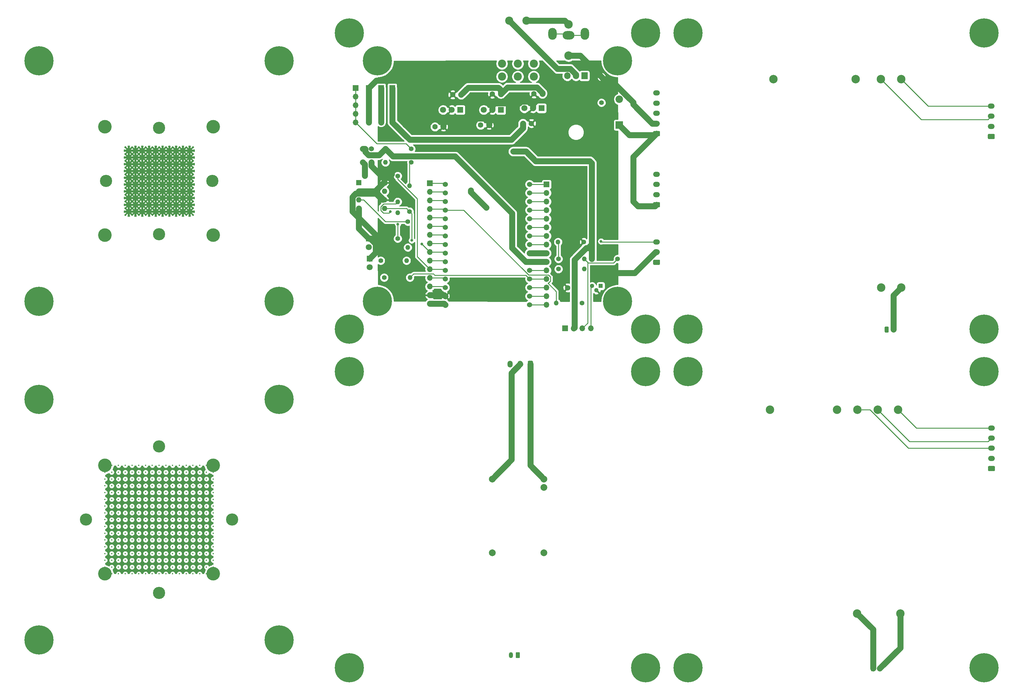
<source format=gbr>
%TF.GenerationSoftware,KiCad,Pcbnew,5.1.6-c6e7f7d~87~ubuntu19.10.1*%
%TF.CreationDate,2020-11-11T17:21:01+01:00*%
%TF.ProjectId,ariadne,61726961-646e-4652-9e6b-696361645f70,rev?*%
%TF.SameCoordinates,Original*%
%TF.FileFunction,Copper,L2,Bot*%
%TF.FilePolarity,Positive*%
%FSLAX46Y46*%
G04 Gerber Fmt 4.6, Leading zero omitted, Abs format (unit mm)*
G04 Created by KiCad (PCBNEW 5.1.6-c6e7f7d~87~ubuntu19.10.1) date 2020-11-11 17:21:01*
%MOMM*%
%LPD*%
G01*
G04 APERTURE LIST*
%TA.AperFunction,ComponentPad*%
%ADD10O,2.020000X1.500000*%
%TD*%
%TA.AperFunction,ComponentPad*%
%ADD11C,2.500000*%
%TD*%
%TA.AperFunction,ComponentPad*%
%ADD12O,1.200000X1.750000*%
%TD*%
%TA.AperFunction,ComponentPad*%
%ADD13C,0.900000*%
%TD*%
%TA.AperFunction,ComponentPad*%
%ADD14C,8.600000*%
%TD*%
%TA.AperFunction,ComponentPad*%
%ADD15C,4.000000*%
%TD*%
%TA.AperFunction,ComponentPad*%
%ADD16C,0.400000*%
%TD*%
%TA.AperFunction,ComponentPad*%
%ADD17C,3.600000*%
%TD*%
%TA.AperFunction,ComponentPad*%
%ADD18O,1.700000X1.700000*%
%TD*%
%TA.AperFunction,ComponentPad*%
%ADD19R,1.700000X1.700000*%
%TD*%
%TA.AperFunction,ComponentPad*%
%ADD20C,2.400000*%
%TD*%
%TA.AperFunction,ComponentPad*%
%ADD21C,2.000000*%
%TD*%
%TA.AperFunction,ComponentPad*%
%ADD22O,1.500000X2.020000*%
%TD*%
%TA.AperFunction,ComponentPad*%
%ADD23C,1.524000*%
%TD*%
%TA.AperFunction,ComponentPad*%
%ADD24R,1.800000X1.800000*%
%TD*%
%TA.AperFunction,ComponentPad*%
%ADD25C,1.800000*%
%TD*%
%TA.AperFunction,ComponentPad*%
%ADD26O,1.600000X1.600000*%
%TD*%
%TA.AperFunction,ComponentPad*%
%ADD27R,1.600000X1.600000*%
%TD*%
%TA.AperFunction,ComponentPad*%
%ADD28O,3.500000X2.500000*%
%TD*%
%TA.AperFunction,ComponentPad*%
%ADD29O,2.500000X3.500000*%
%TD*%
%TA.AperFunction,ComponentPad*%
%ADD30O,1.400000X1.400000*%
%TD*%
%TA.AperFunction,ComponentPad*%
%ADD31C,1.400000*%
%TD*%
%TA.AperFunction,ComponentPad*%
%ADD32R,1.300000X1.300000*%
%TD*%
%TA.AperFunction,ComponentPad*%
%ADD33C,1.300000*%
%TD*%
%TA.AperFunction,ComponentPad*%
%ADD34O,1.905000X2.000000*%
%TD*%
%TA.AperFunction,ComponentPad*%
%ADD35R,1.905000X2.000000*%
%TD*%
%TA.AperFunction,ComponentPad*%
%ADD36C,1.600000*%
%TD*%
%TA.AperFunction,ComponentPad*%
%ADD37O,2.200000X2.200000*%
%TD*%
%TA.AperFunction,ComponentPad*%
%ADD38R,2.200000X2.200000*%
%TD*%
%TA.AperFunction,ViaPad*%
%ADD39C,1.500000*%
%TD*%
%TA.AperFunction,ViaPad*%
%ADD40C,0.800000*%
%TD*%
%TA.AperFunction,Conductor*%
%ADD41C,0.250000*%
%TD*%
%TA.AperFunction,Conductor*%
%ADD42C,1.750000*%
%TD*%
%TA.AperFunction,Conductor*%
%ADD43C,0.254000*%
%TD*%
%TA.AperFunction,NonConductor*%
%ADD44C,0.254000*%
%TD*%
G04 APERTURE END LIST*
D10*
%TO.P,U2,5*%
%TO.N,Net-(U2-Pad5)*%
X322450000Y-152920000D03*
%TO.P,U2,4*%
%TO.N,Net-(U2-Pad4)*%
X322450000Y-155920000D03*
%TO.P,U2,3*%
%TO.N,Net-(U2-Pad3)*%
X322450000Y-158920000D03*
%TO.P,U2,2*%
%TO.N,Net-(U2-Pad2)*%
X322450000Y-161920000D03*
%TO.P,U2,1*%
%TO.N,Net-(U2-Pad1)*%
%TA.AperFunction,ComponentPad*%
G36*
G01*
X323210000Y-165670000D02*
X321690000Y-165670000D01*
G75*
G02*
X321440000Y-165420000I0J250000D01*
G01*
X321440000Y-164420000D01*
G75*
G02*
X321690000Y-164170000I250000J0D01*
G01*
X323210000Y-164170000D01*
G75*
G02*
X323460000Y-164420000I0J-250000D01*
G01*
X323460000Y-165420000D01*
G75*
G02*
X323210000Y-165670000I-250000J0D01*
G01*
G37*
%TD.AperFunction*%
%TD*%
D11*
%TO.P,U8,7*%
%TO.N,45B_OUT+*%
X282740000Y-207720000D03*
%TO.P,U8,6*%
%TO.N,45B_OUT-*%
X295490000Y-207720000D03*
%TO.P,U8,1*%
%TO.N,Net-(U2-Pad1)*%
X257040000Y-147520000D03*
%TO.P,U8,2*%
%TO.N,Net-(U2-Pad2)*%
X276790000Y-147520000D03*
%TO.P,U8,3*%
%TO.N,Net-(U2-Pad3)*%
X282840000Y-147520000D03*
%TO.P,U8,4*%
%TO.N,Net-(U2-Pad4)*%
X288840000Y-147520000D03*
%TO.P,U8,5*%
%TO.N,Net-(U2-Pad5)*%
X294840000Y-147520000D03*
%TD*%
D12*
%TO.P,U4,2*%
%TO.N,45B_OUT-*%
X289450000Y-223920000D03*
%TO.P,U4,1*%
%TO.N,45B_OUT+*%
%TA.AperFunction,ComponentPad*%
G36*
G01*
X286850000Y-224545001D02*
X286850000Y-223294999D01*
G75*
G02*
X287099999Y-223045000I249999J0D01*
G01*
X287800001Y-223045000D01*
G75*
G02*
X288050000Y-223294999I0J-249999D01*
G01*
X288050000Y-224545001D01*
G75*
G02*
X287800001Y-224795000I-249999J0D01*
G01*
X287099999Y-224795000D01*
G75*
G02*
X286850000Y-224545001I0J249999D01*
G01*
G37*
%TD.AperFunction*%
%TD*%
D13*
%TO.P,REF\u002A\u002A,1*%
%TO.N,N/C*%
X322530419Y-133969581D03*
X320250000Y-133025000D03*
X317969581Y-133969581D03*
X317025000Y-136250000D03*
X317969581Y-138530419D03*
X320250000Y-139475000D03*
X322530419Y-138530419D03*
X323475000Y-136250000D03*
D14*
X320250000Y-136250000D03*
%TD*%
%TO.P,REF\u002A\u002A,1*%
%TO.N,N/C*%
X232750000Y-223750000D03*
D13*
X235975000Y-223750000D03*
X235030419Y-226030419D03*
X232750000Y-226975000D03*
X230469581Y-226030419D03*
X229525000Y-223750000D03*
X230469581Y-221469581D03*
X232750000Y-220525000D03*
X235030419Y-221469581D03*
%TD*%
%TO.P,REF\u002A\u002A,1*%
%TO.N,N/C*%
X322530419Y-221469581D03*
X320250000Y-220525000D03*
X317969581Y-221469581D03*
X317025000Y-223750000D03*
X317969581Y-226030419D03*
X320250000Y-226975000D03*
X322530419Y-226030419D03*
X323475000Y-223750000D03*
D14*
X320250000Y-223750000D03*
%TD*%
D13*
%TO.P,REF\u002A\u002A,1*%
%TO.N,N/C*%
X235030419Y-133969581D03*
X232750000Y-133025000D03*
X230469581Y-133969581D03*
X229525000Y-136250000D03*
X230469581Y-138530419D03*
X232750000Y-139475000D03*
X235030419Y-138530419D03*
X235975000Y-136250000D03*
D14*
X232750000Y-136250000D03*
%TD*%
D15*
%TO.P,U19,0*%
%TO.N,Net-(U19-Pad0)*%
X92500000Y-64000000D03*
X60500000Y-64000000D03*
X60500000Y-96000000D03*
X92500000Y-96000000D03*
%TD*%
D14*
%TO.P,REF\u002A\u002A,1*%
%TO.N,N/C*%
X41000000Y-144500000D03*
D13*
X44225000Y-144500000D03*
X43280419Y-146780419D03*
X41000000Y-147725000D03*
X38719581Y-146780419D03*
X37775000Y-144500000D03*
X38719581Y-142219581D03*
X41000000Y-141275000D03*
X43280419Y-142219581D03*
%TD*%
D14*
%TO.P,REF\u002A\u002A,1*%
%TO.N,N/C*%
X41000000Y-215500000D03*
D13*
X44225000Y-215500000D03*
X43280419Y-217780419D03*
X41000000Y-218725000D03*
X38719581Y-217780419D03*
X37775000Y-215500000D03*
X38719581Y-213219581D03*
X41000000Y-212275000D03*
X43280419Y-213219581D03*
%TD*%
D15*
%TO.P,U11,0*%
%TO.N,Net-(U11-Pad0)*%
X92500000Y-196000000D03*
X60500000Y-196000000D03*
X60500000Y-164000000D03*
X92500000Y-164000000D03*
%TD*%
D13*
%TO.P,REF\u002A\u002A,1*%
%TO.N,N/C*%
X114280419Y-142219581D03*
X112000000Y-141275000D03*
X109719581Y-142219581D03*
X108775000Y-144500000D03*
X109719581Y-146780419D03*
X112000000Y-147725000D03*
X114280419Y-146780419D03*
X115225000Y-144500000D03*
D14*
X112000000Y-144500000D03*
%TD*%
D16*
%TO.P,U13,0*%
%TO.N,Net-(U13-Pad0)*%
X60500000Y-164000000D03*
X62500000Y-164000000D03*
X66500000Y-164000000D03*
X64500000Y-164000000D03*
X70500000Y-164000000D03*
X72500000Y-164000000D03*
X74500000Y-164000000D03*
X68500000Y-164000000D03*
X88500000Y-164000000D03*
X78500000Y-164000000D03*
X80500000Y-164000000D03*
X90500000Y-164000000D03*
X86500000Y-164000000D03*
X82500000Y-164000000D03*
X76500000Y-164000000D03*
X84500000Y-164000000D03*
X92500000Y-164000000D03*
X92500000Y-166000000D03*
X74500000Y-166000000D03*
X70500000Y-166000000D03*
X90500000Y-166000000D03*
X88500000Y-166000000D03*
X80500000Y-166000000D03*
X72500000Y-166000000D03*
X86500000Y-166000000D03*
X62500000Y-166000000D03*
X66500000Y-166000000D03*
X64500000Y-166000000D03*
X60500000Y-166000000D03*
X78500000Y-166000000D03*
X76500000Y-166000000D03*
X68500000Y-166000000D03*
X82500000Y-166000000D03*
X84500000Y-166000000D03*
X74500000Y-168000000D03*
X70500000Y-168000000D03*
X74500000Y-170000000D03*
X90500000Y-168000000D03*
X88500000Y-168000000D03*
X78500000Y-170000000D03*
X88500000Y-170000000D03*
X72500000Y-170000000D03*
X76500000Y-170000000D03*
X86500000Y-170000000D03*
X80500000Y-168000000D03*
X92500000Y-170000000D03*
X66500000Y-170000000D03*
X72500000Y-168000000D03*
X64500000Y-170000000D03*
X86500000Y-168000000D03*
X62500000Y-168000000D03*
X68500000Y-170000000D03*
X66500000Y-168000000D03*
X84500000Y-170000000D03*
X64500000Y-168000000D03*
X90500000Y-170000000D03*
X80500000Y-170000000D03*
X82500000Y-170000000D03*
X60500000Y-168000000D03*
X78500000Y-168000000D03*
X76500000Y-168000000D03*
X68500000Y-168000000D03*
X62500000Y-170000000D03*
X82500000Y-168000000D03*
X70500000Y-170000000D03*
X92500000Y-168000000D03*
X84500000Y-168000000D03*
X60500000Y-170000000D03*
X74500000Y-172000000D03*
X70500000Y-172000000D03*
X74500000Y-174000000D03*
X90500000Y-172000000D03*
X72500000Y-178000000D03*
X88500000Y-172000000D03*
X92500000Y-176000000D03*
X76500000Y-176000000D03*
X80500000Y-178000000D03*
X78500000Y-174000000D03*
X64500000Y-178000000D03*
X74500000Y-176000000D03*
X70500000Y-176000000D03*
X68500000Y-176000000D03*
X80500000Y-176000000D03*
X72500000Y-176000000D03*
X88500000Y-174000000D03*
X84500000Y-176000000D03*
X76500000Y-178000000D03*
X72500000Y-174000000D03*
X66500000Y-178000000D03*
X66500000Y-176000000D03*
X76500000Y-174000000D03*
X82500000Y-176000000D03*
X68500000Y-178000000D03*
X86500000Y-174000000D03*
X80500000Y-172000000D03*
X92500000Y-174000000D03*
X64500000Y-176000000D03*
X62500000Y-178000000D03*
X66500000Y-174000000D03*
X72500000Y-172000000D03*
X64500000Y-174000000D03*
X86500000Y-172000000D03*
X88500000Y-176000000D03*
X62500000Y-172000000D03*
X78500000Y-176000000D03*
X60500000Y-178000000D03*
X68500000Y-174000000D03*
X66500000Y-172000000D03*
X84500000Y-174000000D03*
X64500000Y-172000000D03*
X74500000Y-178000000D03*
X92500000Y-178000000D03*
X90500000Y-174000000D03*
X80500000Y-174000000D03*
X82500000Y-174000000D03*
X62500000Y-176000000D03*
X60500000Y-176000000D03*
X88500000Y-178000000D03*
X86500000Y-178000000D03*
X60500000Y-172000000D03*
X78500000Y-172000000D03*
X76500000Y-172000000D03*
X68500000Y-172000000D03*
X90500000Y-178000000D03*
X86500000Y-176000000D03*
X62500000Y-174000000D03*
X82500000Y-172000000D03*
X82500000Y-178000000D03*
X70500000Y-174000000D03*
X92500000Y-172000000D03*
X70500000Y-178000000D03*
X84500000Y-178000000D03*
X84500000Y-172000000D03*
X60500000Y-174000000D03*
X90500000Y-176000000D03*
X78500000Y-178000000D03*
X74500000Y-180000000D03*
X86500000Y-188000000D03*
X92500000Y-192000000D03*
X74500000Y-188000000D03*
X70500000Y-180000000D03*
X74500000Y-182000000D03*
X70500000Y-192000000D03*
X88500000Y-188000000D03*
X90500000Y-180000000D03*
X68500000Y-194000000D03*
X72500000Y-186000000D03*
X88500000Y-180000000D03*
X92500000Y-184000000D03*
X64500000Y-194000000D03*
X80500000Y-192000000D03*
X76500000Y-184000000D03*
X80500000Y-186000000D03*
X84500000Y-188000000D03*
X78500000Y-182000000D03*
X64500000Y-186000000D03*
X78500000Y-190000000D03*
X66500000Y-188000000D03*
X72500000Y-190000000D03*
X78500000Y-194000000D03*
X72500000Y-192000000D03*
X90500000Y-194000000D03*
X78500000Y-188000000D03*
X72500000Y-188000000D03*
X74500000Y-184000000D03*
X92500000Y-188000000D03*
X90500000Y-192000000D03*
X80500000Y-194000000D03*
X74500000Y-194000000D03*
X70500000Y-184000000D03*
X68500000Y-184000000D03*
X80500000Y-184000000D03*
X72500000Y-184000000D03*
X88500000Y-182000000D03*
X84500000Y-184000000D03*
X92500000Y-190000000D03*
X76500000Y-186000000D03*
X66500000Y-190000000D03*
X72500000Y-182000000D03*
X86500000Y-190000000D03*
X66500000Y-186000000D03*
X66500000Y-184000000D03*
X76500000Y-182000000D03*
X82500000Y-184000000D03*
X68500000Y-186000000D03*
X80500000Y-188000000D03*
X64500000Y-190000000D03*
X86500000Y-182000000D03*
X80500000Y-180000000D03*
X60500000Y-194000000D03*
X92500000Y-182000000D03*
X64500000Y-184000000D03*
X62500000Y-186000000D03*
X66500000Y-182000000D03*
X72500000Y-180000000D03*
X86500000Y-194000000D03*
X78500000Y-192000000D03*
X64500000Y-182000000D03*
X86500000Y-180000000D03*
X68500000Y-192000000D03*
X88500000Y-184000000D03*
X80500000Y-190000000D03*
X62500000Y-180000000D03*
X62500000Y-190000000D03*
X78500000Y-184000000D03*
X60500000Y-186000000D03*
X60500000Y-188000000D03*
X68500000Y-182000000D03*
X66500000Y-180000000D03*
X84500000Y-182000000D03*
X72500000Y-194000000D03*
X90500000Y-190000000D03*
X88500000Y-194000000D03*
X64500000Y-180000000D03*
X62500000Y-192000000D03*
X90500000Y-188000000D03*
X74500000Y-186000000D03*
X76500000Y-190000000D03*
X92500000Y-186000000D03*
X90500000Y-182000000D03*
X88500000Y-190000000D03*
X66500000Y-192000000D03*
X76500000Y-194000000D03*
X80500000Y-182000000D03*
X84500000Y-194000000D03*
X82500000Y-182000000D03*
X62500000Y-184000000D03*
X60500000Y-184000000D03*
X88500000Y-186000000D03*
X86500000Y-186000000D03*
X60500000Y-180000000D03*
X78500000Y-180000000D03*
X76500000Y-180000000D03*
X60500000Y-192000000D03*
X60500000Y-190000000D03*
X76500000Y-188000000D03*
X92500000Y-194000000D03*
X64500000Y-192000000D03*
X68500000Y-180000000D03*
X90500000Y-186000000D03*
X64500000Y-188000000D03*
X88500000Y-192000000D03*
X86500000Y-184000000D03*
X86500000Y-192000000D03*
X68500000Y-188000000D03*
X62500000Y-182000000D03*
X82500000Y-188000000D03*
X70500000Y-194000000D03*
X76500000Y-192000000D03*
X70500000Y-190000000D03*
X82500000Y-180000000D03*
X66500000Y-194000000D03*
X62500000Y-194000000D03*
X74500000Y-192000000D03*
X68500000Y-190000000D03*
X82500000Y-186000000D03*
X70500000Y-182000000D03*
X82500000Y-190000000D03*
X84500000Y-192000000D03*
X92500000Y-180000000D03*
X62500000Y-188000000D03*
X84500000Y-190000000D03*
X82500000Y-194000000D03*
X70500000Y-186000000D03*
X84500000Y-186000000D03*
X84500000Y-180000000D03*
X60500000Y-182000000D03*
X90500000Y-184000000D03*
X70500000Y-188000000D03*
X74500000Y-190000000D03*
X82500000Y-192000000D03*
X78500000Y-186000000D03*
X64500000Y-196000000D03*
X70500000Y-196000000D03*
X86500000Y-196000000D03*
X84500000Y-196000000D03*
X74500000Y-196000000D03*
X82500000Y-196000000D03*
X76500000Y-196000000D03*
X72500000Y-196000000D03*
X92500000Y-196000000D03*
X60500000Y-196000000D03*
X68500000Y-196000000D03*
X80500000Y-196000000D03*
X78500000Y-196000000D03*
X88500000Y-196000000D03*
X66500000Y-196000000D03*
X62500000Y-196000000D03*
X90500000Y-196000000D03*
D17*
X76500000Y-158400000D03*
X76500000Y-201600000D03*
X98100000Y-180000000D03*
X54900000Y-180000000D03*
%TD*%
D13*
%TO.P,REF\u002A\u002A,1*%
%TO.N,N/C*%
X114280419Y-213219581D03*
X112000000Y-212275000D03*
X109719581Y-213219581D03*
X108775000Y-215500000D03*
X109719581Y-217780419D03*
X112000000Y-218725000D03*
X114280419Y-217780419D03*
X115225000Y-215500000D03*
D14*
X112000000Y-215500000D03*
%TD*%
%TO.P,REF\u002A\u002A,1*%
%TO.N,N/C*%
X132750000Y-136250000D03*
D13*
X135975000Y-136250000D03*
X135030419Y-138530419D03*
X132750000Y-139475000D03*
X130469581Y-138530419D03*
X129525000Y-136250000D03*
X130469581Y-133969581D03*
X132750000Y-133025000D03*
X135030419Y-133969581D03*
%TD*%
D14*
%TO.P,REF\u002A\u002A,1*%
%TO.N,N/C*%
X220250000Y-223750000D03*
D13*
X223475000Y-223750000D03*
X222530419Y-226030419D03*
X220250000Y-226975000D03*
X217969581Y-226030419D03*
X217025000Y-223750000D03*
X217969581Y-221469581D03*
X220250000Y-220525000D03*
X222530419Y-221469581D03*
%TD*%
%TO.P,REF\u002A\u002A,1*%
%TO.N,N/C*%
X135030419Y-221469581D03*
X132750000Y-220525000D03*
X130469581Y-221469581D03*
X129525000Y-223750000D03*
X130469581Y-226030419D03*
X132750000Y-226975000D03*
X135030419Y-226030419D03*
X135975000Y-223750000D03*
D14*
X132750000Y-223750000D03*
%TD*%
%TO.P,REF\u002A\u002A,1*%
%TO.N,N/C*%
X220250000Y-136250000D03*
D13*
X223475000Y-136250000D03*
X222530419Y-138530419D03*
X220250000Y-139475000D03*
X217969581Y-138530419D03*
X217025000Y-136250000D03*
X217969581Y-133969581D03*
X220250000Y-133025000D03*
X222530419Y-133969581D03*
%TD*%
D14*
%TO.P,REF\u002A\u002A,1*%
%TO.N,N/C*%
X320250000Y-123750000D03*
D13*
X323475000Y-123750000D03*
X322530419Y-126030419D03*
X320250000Y-126975000D03*
X317969581Y-126030419D03*
X317025000Y-123750000D03*
X317969581Y-121469581D03*
X320250000Y-120525000D03*
X322530419Y-121469581D03*
%TD*%
D14*
%TO.P,REF\u002A\u002A,1*%
%TO.N,N/C*%
X232750000Y-36250000D03*
D13*
X235975000Y-36250000D03*
X235030419Y-38530419D03*
X232750000Y-39475000D03*
X230469581Y-38530419D03*
X229525000Y-36250000D03*
X230469581Y-33969581D03*
X232750000Y-33025000D03*
X235030419Y-33969581D03*
%TD*%
%TO.P,REF\u002A\u002A,1*%
%TO.N,N/C*%
X235030419Y-121469581D03*
X232750000Y-120525000D03*
X230469581Y-121469581D03*
X229525000Y-123750000D03*
X230469581Y-126030419D03*
X232750000Y-126975000D03*
X235030419Y-126030419D03*
X235975000Y-123750000D03*
D14*
X232750000Y-123750000D03*
%TD*%
%TO.P,REF\u002A\u002A,1*%
%TO.N,N/C*%
X320250000Y-36250000D03*
D13*
X323475000Y-36250000D03*
X322530419Y-38530419D03*
X320250000Y-39475000D03*
X317969581Y-38530419D03*
X317025000Y-36250000D03*
X317969581Y-33969581D03*
X320250000Y-33025000D03*
X322530419Y-33969581D03*
%TD*%
D14*
%TO.P,REF\u002A\u002A,1*%
%TO.N,N/C*%
X112000000Y-115500000D03*
D13*
X115225000Y-115500000D03*
X114280419Y-117780419D03*
X112000000Y-118725000D03*
X109719581Y-117780419D03*
X108775000Y-115500000D03*
X109719581Y-113219581D03*
X112000000Y-112275000D03*
X114280419Y-113219581D03*
%TD*%
D14*
%TO.P,REF\u002A\u002A,1*%
%TO.N,N/C*%
X112000000Y-44500000D03*
D13*
X115225000Y-44500000D03*
X114280419Y-46780419D03*
X112000000Y-47725000D03*
X109719581Y-46780419D03*
X108775000Y-44500000D03*
X109719581Y-42219581D03*
X112000000Y-41275000D03*
X114280419Y-42219581D03*
%TD*%
%TO.P,REF\u002A\u002A,1*%
%TO.N,N/C*%
X43280419Y-113219581D03*
X41000000Y-112275000D03*
X38719581Y-113219581D03*
X37775000Y-115500000D03*
X38719581Y-117780419D03*
X41000000Y-118725000D03*
X43280419Y-117780419D03*
X44225000Y-115500000D03*
D14*
X41000000Y-115500000D03*
%TD*%
D13*
%TO.P,REF\u002A\u002A,1*%
%TO.N,N/C*%
X43280419Y-42219581D03*
X41000000Y-41275000D03*
X38719581Y-42219581D03*
X37775000Y-44500000D03*
X38719581Y-46780419D03*
X41000000Y-47725000D03*
X43280419Y-46780419D03*
X44225000Y-44500000D03*
D14*
X41000000Y-44500000D03*
%TD*%
D13*
%TO.P,REF\u002A\u002A,1*%
%TO.N,N/C*%
X214280419Y-113219581D03*
X212000000Y-112275000D03*
X209719581Y-113219581D03*
X208775000Y-115500000D03*
X209719581Y-117780419D03*
X212000000Y-118725000D03*
X214280419Y-117780419D03*
X215225000Y-115500000D03*
D14*
X212000000Y-115500000D03*
%TD*%
%TO.P,REF\u002A\u002A,1*%
%TO.N,N/C*%
X141000000Y-115500000D03*
D13*
X144225000Y-115500000D03*
X143280419Y-117780419D03*
X141000000Y-118725000D03*
X138719581Y-117780419D03*
X137775000Y-115500000D03*
X138719581Y-113219581D03*
X141000000Y-112275000D03*
X143280419Y-113219581D03*
%TD*%
%TO.P,REF\u002A\u002A,1*%
%TO.N,N/C*%
X214280419Y-42219581D03*
X212000000Y-41275000D03*
X209719581Y-42219581D03*
X208775000Y-44500000D03*
X209719581Y-46780419D03*
X212000000Y-47725000D03*
X214280419Y-46780419D03*
X215225000Y-44500000D03*
D14*
X212000000Y-44500000D03*
%TD*%
%TO.P,REF\u002A\u002A,1*%
%TO.N,N/C*%
X141000000Y-44500000D03*
D13*
X144225000Y-44500000D03*
X143280419Y-46780419D03*
X141000000Y-47725000D03*
X138719581Y-46780419D03*
X137775000Y-44500000D03*
X138719581Y-42219581D03*
X141000000Y-41275000D03*
X143280419Y-42219581D03*
%TD*%
%TO.P,REF\u002A\u002A,1*%
%TO.N,N/C*%
X222530419Y-121469581D03*
X220250000Y-120525000D03*
X217969581Y-121469581D03*
X217025000Y-123750000D03*
X217969581Y-126030419D03*
X220250000Y-126975000D03*
X222530419Y-126030419D03*
X223475000Y-123750000D03*
D14*
X220250000Y-123750000D03*
%TD*%
%TO.P,REF\u002A\u002A,1*%
%TO.N,N/C*%
X132750000Y-123750000D03*
D13*
X135975000Y-123750000D03*
X135030419Y-126030419D03*
X132750000Y-126975000D03*
X130469581Y-126030419D03*
X129525000Y-123750000D03*
X130469581Y-121469581D03*
X132750000Y-120525000D03*
X135030419Y-121469581D03*
%TD*%
%TO.P,REF\u002A\u002A,1*%
%TO.N,N/C*%
X222530419Y-33969581D03*
X220250000Y-33025000D03*
X217969581Y-33969581D03*
X217025000Y-36250000D03*
X217969581Y-38530419D03*
X220250000Y-39475000D03*
X222530419Y-38530419D03*
X223475000Y-36250000D03*
D14*
X220250000Y-36250000D03*
%TD*%
D13*
%TO.P,REF\u002A\u002A,1*%
%TO.N,N/C*%
X135030419Y-33969581D03*
X132750000Y-33025000D03*
X130469581Y-33969581D03*
X129525000Y-36250000D03*
X130469581Y-38530419D03*
X132750000Y-39475000D03*
X135030419Y-38530419D03*
X135975000Y-36250000D03*
D14*
X132750000Y-36250000D03*
%TD*%
D18*
%TO.P,J4,5*%
%TO.N,+3V3*%
X134600000Y-62720000D03*
%TO.P,J4,4*%
X134600000Y-60180000D03*
%TO.P,J4,3*%
X134600000Y-57640000D03*
%TO.P,J4,2*%
X134600000Y-55100000D03*
D19*
%TO.P,J4,1*%
X134600000Y-52560000D03*
%TD*%
D18*
%TO.P,J3,5*%
%TO.N,+5V*%
X145400000Y-62660000D03*
%TO.P,J3,4*%
X145400000Y-60120000D03*
%TO.P,J3,3*%
X145400000Y-57580000D03*
%TO.P,J3,2*%
X145400000Y-55040000D03*
D19*
%TO.P,J3,1*%
X145400000Y-52500000D03*
%TD*%
D18*
%TO.P,J2,5*%
%TO.N,+12V*%
X142100000Y-62660000D03*
%TO.P,J2,4*%
X142100000Y-60120000D03*
%TO.P,J2,3*%
X142100000Y-57580000D03*
%TO.P,J2,2*%
X142100000Y-55040000D03*
D19*
%TO.P,J2,1*%
X142100000Y-52500000D03*
%TD*%
D18*
%TO.P,J1,5*%
%TO.N,POWER-IN-*%
X138500000Y-62680000D03*
%TO.P,J1,4*%
X138500000Y-60140000D03*
%TO.P,J1,3*%
X138500000Y-57600000D03*
%TO.P,J1,2*%
X138500000Y-55060000D03*
D19*
%TO.P,J1,1*%
X138500000Y-52520000D03*
%TD*%
D18*
%TO.P,U14,4*%
%TO.N,Net-(Q2-Pad3)*%
X204120000Y-123500000D03*
%TO.P,U14,3*%
%TO.N,Net-(R12-Pad1)*%
X201580000Y-123500000D03*
%TO.P,U14,2*%
%TO.N,+12V*%
X199040000Y-123500000D03*
D19*
%TO.P,U14,1*%
%TO.N,POWER-IN-*%
X196500000Y-123500000D03*
%TD*%
D20*
%TO.P,U26,0*%
%TO.N,Net-(U26-Pad0)*%
X182500000Y-49160000D03*
X187200000Y-49160000D03*
X177800000Y-49160000D03*
X187200000Y-45320000D03*
X177800000Y-45340000D03*
X182500000Y-45350000D03*
%TO.P,U26,2*%
%TO.N,POWER-IN+*%
X185040000Y-32650000D03*
%TO.P,U26,1*%
%TO.N,Net-(Q1-Pad2)*%
X179960000Y-32650000D03*
%TD*%
D11*
%TO.P,U29,5*%
%TO.N,65B_OUT-*%
X295790000Y-111470000D03*
%TO.P,U29,6*%
%TO.N,65B_OUT+*%
X289890000Y-111480000D03*
%TO.P,U29,4*%
%TO.N,Net-(U29-Pad4)*%
X295790000Y-49880000D03*
%TO.P,U29,3*%
%TO.N,Net-(U29-Pad3)*%
X289790000Y-49880000D03*
%TO.P,U29,2*%
%TO.N,Net-(U29-Pad2)*%
X282340000Y-49880000D03*
%TO.P,U29,1*%
%TO.N,Net-(U29-Pad1)*%
X258040000Y-49880000D03*
%TD*%
D12*
%TO.P,U28,2*%
%TO.N,65B_OUT-*%
X293490000Y-123870000D03*
%TO.P,U28,1*%
%TO.N,65B_OUT+*%
%TA.AperFunction,ComponentPad*%
G36*
G01*
X290890000Y-124495001D02*
X290890000Y-123244999D01*
G75*
G02*
X291139999Y-122995000I249999J0D01*
G01*
X291840001Y-122995000D01*
G75*
G02*
X292090000Y-123244999I0J-249999D01*
G01*
X292090000Y-124495001D01*
G75*
G02*
X291840001Y-124745000I-249999J0D01*
G01*
X291139999Y-124745000D01*
G75*
G02*
X290890000Y-124495001I0J249999D01*
G01*
G37*
%TD.AperFunction*%
%TD*%
D10*
%TO.P,U27,4*%
%TO.N,LDH-65B-DIM*%
X223500000Y-78000000D03*
%TO.P,U27,3*%
%TO.N,BOARD_GND*%
X223500000Y-81000000D03*
%TO.P,U27,2*%
%TO.N,POWER-IN-*%
X223500000Y-84000000D03*
%TO.P,U27,1*%
%TO.N,VIN+Master*%
%TA.AperFunction,ComponentPad*%
G36*
G01*
X224260000Y-87750000D02*
X222740000Y-87750000D01*
G75*
G02*
X222490000Y-87500000I0J250000D01*
G01*
X222490000Y-86500000D01*
G75*
G02*
X222740000Y-86250000I250000J0D01*
G01*
X224260000Y-86250000D01*
G75*
G02*
X224510000Y-86500000I0J-250000D01*
G01*
X224510000Y-87500000D01*
G75*
G02*
X224260000Y-87750000I-250000J0D01*
G01*
G37*
%TD.AperFunction*%
%TD*%
D21*
%TO.P,U24,5*%
%TO.N,LDD_1200_OUT+*%
X190175000Y-189800000D03*
%TO.P,U24,4*%
%TO.N,LDD_1200_OUT-*%
X174950000Y-189825000D03*
%TO.P,U24,3*%
%TO.N,Net-(U18-Pad3)*%
X190225000Y-170500000D03*
%TO.P,U24,2*%
%TO.N,Net-(U18-Pad2)*%
X174925000Y-168000000D03*
%TO.P,U24,1*%
%TO.N,Net-(U18-Pad1)*%
X190225000Y-168000000D03*
%TD*%
D12*
%TO.P,U23,2*%
%TO.N,LDD_1200_OUT-*%
X180500000Y-220000000D03*
%TO.P,U23,1*%
%TO.N,LDD_1200_OUT+*%
%TA.AperFunction,ComponentPad*%
G36*
G01*
X183100000Y-219374999D02*
X183100000Y-220625001D01*
G75*
G02*
X182850001Y-220875000I-249999J0D01*
G01*
X182149999Y-220875000D01*
G75*
G02*
X181900000Y-220625001I0J249999D01*
G01*
X181900000Y-219374999D01*
G75*
G02*
X182149999Y-219125000I249999J0D01*
G01*
X182850001Y-219125000D01*
G75*
G02*
X183100000Y-219374999I0J-249999D01*
G01*
G37*
%TD.AperFunction*%
%TD*%
D10*
%TO.P,U20,3*%
%TO.N,LDD_1200-DIM*%
X223500000Y-98000000D03*
%TO.P,U20,2*%
%TO.N,POWER-IN-*%
X223500000Y-101000000D03*
%TO.P,U20,1*%
%TO.N,VIN+Master*%
%TA.AperFunction,ComponentPad*%
G36*
G01*
X224260000Y-104750000D02*
X222740000Y-104750000D01*
G75*
G02*
X222490000Y-104500000I0J250000D01*
G01*
X222490000Y-103500000D01*
G75*
G02*
X222740000Y-103250000I250000J0D01*
G01*
X224260000Y-103250000D01*
G75*
G02*
X224510000Y-103500000I0J-250000D01*
G01*
X224510000Y-104500000D01*
G75*
G02*
X224260000Y-104750000I-250000J0D01*
G01*
G37*
%TD.AperFunction*%
%TD*%
D22*
%TO.P,U18,3*%
%TO.N,Net-(U18-Pad3)*%
X180200000Y-134100000D03*
%TO.P,U18,2*%
%TO.N,Net-(U18-Pad2)*%
X183200000Y-134100000D03*
%TO.P,U18,1*%
%TO.N,Net-(U18-Pad1)*%
%TA.AperFunction,ComponentPad*%
G36*
G01*
X186950000Y-133340000D02*
X186950000Y-134860000D01*
G75*
G02*
X186700000Y-135110000I-250000J0D01*
G01*
X185700000Y-135110000D01*
G75*
G02*
X185450000Y-134860000I0J250000D01*
G01*
X185450000Y-133340000D01*
G75*
G02*
X185700000Y-133090000I250000J0D01*
G01*
X186700000Y-133090000D01*
G75*
G02*
X186950000Y-133340000I0J-250000D01*
G01*
G37*
%TD.AperFunction*%
%TD*%
D18*
%TO.P,U17,15*%
%TO.N,Net-(U16-Pad16)*%
X191000000Y-116560000D03*
%TO.P,U17,14*%
%TO.N,BOARD_GND*%
X191000000Y-114020000D03*
%TO.P,U17,13*%
%TO.N,Net-(U16-Pad18)*%
X191000000Y-111480000D03*
%TO.P,U17,12*%
%TO.N,FEEDBACK-LED2*%
X191000000Y-108940000D03*
%TO.P,U17,11*%
%TO.N,FEEDBACK-LED1*%
X191000000Y-106400000D03*
%TO.P,U17,10*%
%TO.N,BUTTON1*%
X191000000Y-103860000D03*
%TO.P,U17,9*%
%TO.N,BUTTON2*%
X191000000Y-101320000D03*
%TO.P,U17,8*%
%TO.N,Net-(U16-Pad23)*%
X191000000Y-98780000D03*
%TO.P,U17,7*%
%TO.N,LDH-65B-DIM*%
X191000000Y-96240000D03*
%TO.P,U17,6*%
%TO.N,Net-(U16-Pad25)*%
X191000000Y-93700000D03*
%TO.P,U17,5*%
%TO.N,Net-(U16-Pad26)*%
X191000000Y-91160000D03*
%TO.P,U17,4*%
%TO.N,Net-(U16-Pad27)*%
X191000000Y-88620000D03*
%TO.P,U17,3*%
%TO.N,Net-(U16-Pad28)*%
X191000000Y-86080000D03*
%TO.P,U17,2*%
%TO.N,Net-(U16-Pad29)*%
X191000000Y-83540000D03*
D19*
%TO.P,U17,1*%
%TO.N,Net-(U16-Pad30)*%
X191000000Y-81000000D03*
%TD*%
D23*
%TO.P,U16,30*%
%TO.N,Net-(U16-Pad30)*%
X185946000Y-80966000D03*
%TO.P,U16,29*%
%TO.N,Net-(U16-Pad29)*%
X185946000Y-83506000D03*
%TO.P,U16,28*%
%TO.N,Net-(U16-Pad28)*%
X185946000Y-86046000D03*
%TO.P,U16,27*%
%TO.N,Net-(U16-Pad27)*%
X185946000Y-88586000D03*
%TO.P,U16,26*%
%TO.N,Net-(U16-Pad26)*%
X185946000Y-91126000D03*
%TO.P,U16,25*%
%TO.N,Net-(U16-Pad25)*%
X185946000Y-93666000D03*
%TO.P,U16,24*%
%TO.N,LDH-65B-DIM*%
X185946000Y-96206000D03*
%TO.P,U16,23*%
%TO.N,Net-(U16-Pad23)*%
X185946000Y-98746000D03*
%TO.P,U16,22*%
%TO.N,BUTTON2*%
X185946000Y-101286000D03*
%TO.P,U16,21*%
%TO.N,BUTTON1*%
X185946000Y-103826000D03*
%TO.P,U16,20*%
%TO.N,FEEDBACK-LED1*%
X185946000Y-106366000D03*
%TO.P,U16,19*%
%TO.N,FEEDBACK-LED2*%
X185946000Y-108906000D03*
%TO.P,U16,18*%
%TO.N,Net-(U16-Pad18)*%
X185946000Y-111446000D03*
%TO.P,U16,17*%
%TO.N,BOARD_GND*%
X185946000Y-113986000D03*
%TO.P,U16,16*%
%TO.N,Net-(U16-Pad16)*%
X185946000Y-116526000D03*
%TO.P,U16,15*%
%TO.N,+5V*%
X161054000Y-116526000D03*
%TO.P,U16,14*%
%TO.N,POWER-IN-*%
X161054000Y-113986000D03*
X161054000Y-113986000D03*
%TO.P,U16,13*%
%TO.N,Net-(U12-Pad13)*%
X161054000Y-111446000D03*
%TO.P,U16,12*%
%TO.N,Net-(U12-Pad12)*%
X161054000Y-108906000D03*
%TO.P,U16,11*%
%TO.N,SW1*%
X161054000Y-106366000D03*
%TO.P,U16,10*%
%TO.N,SW2*%
X161054000Y-103826000D03*
%TO.P,U16,9*%
%TO.N,SW3*%
X161054000Y-101286000D03*
%TO.P,U16,8*%
%TO.N,SW4*%
X161054000Y-98746000D03*
%TO.P,U16,7*%
%TO.N,LDD_1200-DIM*%
X161054000Y-96206000D03*
%TO.P,U16,6*%
%TO.N,LDH_45B-DIM*%
X161054000Y-93666000D03*
%TO.P,U16,5*%
%TO.N,NILS-PWM+*%
X161054000Y-91126000D03*
%TO.P,U16,4*%
%TO.N,FAN-PWM*%
X161054000Y-88586000D03*
%TO.P,U16,3*%
%TO.N,Net-(U12-Pad3)*%
X161054000Y-86046000D03*
%TO.P,U16,2*%
%TO.N,Net-(U12-Pad2)*%
X161054000Y-83506000D03*
%TO.P,U16,1*%
%TO.N,Net-(U12-Pad1)*%
X161054000Y-80966000D03*
%TD*%
D17*
%TO.P,U15,0*%
%TO.N,Net-(U15-Pad0)*%
X60800000Y-80000000D03*
X92200000Y-80000000D03*
X76500000Y-95700000D03*
X76500000Y-64300000D03*
D16*
X78500000Y-86000000D03*
X74500000Y-90000000D03*
X70500000Y-88000000D03*
X84500000Y-80000000D03*
X84500000Y-86000000D03*
X70500000Y-86000000D03*
X84500000Y-90000000D03*
X82500000Y-90000000D03*
X70500000Y-82000000D03*
X82500000Y-86000000D03*
X68500000Y-90000000D03*
X82500000Y-80000000D03*
X70500000Y-90000000D03*
X82500000Y-88000000D03*
X68500000Y-88000000D03*
X86500000Y-84000000D03*
X68500000Y-80000000D03*
X76500000Y-88000000D03*
X76500000Y-80000000D03*
X78500000Y-80000000D03*
X86500000Y-86000000D03*
X82500000Y-82000000D03*
X80500000Y-82000000D03*
X76500000Y-90000000D03*
X74500000Y-86000000D03*
X84500000Y-82000000D03*
X66500000Y-80000000D03*
X68500000Y-82000000D03*
X78500000Y-84000000D03*
X80500000Y-90000000D03*
X86500000Y-80000000D03*
X72500000Y-80000000D03*
X66500000Y-82000000D03*
X80500000Y-80000000D03*
X86500000Y-82000000D03*
X80500000Y-88000000D03*
X68500000Y-86000000D03*
X82500000Y-84000000D03*
X76500000Y-82000000D03*
X66500000Y-84000000D03*
X66500000Y-86000000D03*
X86500000Y-90000000D03*
X72500000Y-82000000D03*
X66500000Y-90000000D03*
X76500000Y-86000000D03*
X84500000Y-84000000D03*
X72500000Y-84000000D03*
X80500000Y-84000000D03*
X68500000Y-84000000D03*
X70500000Y-84000000D03*
X74500000Y-84000000D03*
X72500000Y-88000000D03*
X78500000Y-88000000D03*
X72500000Y-90000000D03*
X66500000Y-88000000D03*
X78500000Y-90000000D03*
X78500000Y-82000000D03*
X84500000Y-88000000D03*
X80500000Y-86000000D03*
X76500000Y-84000000D03*
X72500000Y-86000000D03*
X74500000Y-82000000D03*
X70500000Y-80000000D03*
X74500000Y-88000000D03*
X86500000Y-88000000D03*
X74500000Y-80000000D03*
X78500000Y-78000000D03*
X84500000Y-72000000D03*
X84500000Y-78000000D03*
X70500000Y-78000000D03*
X70500000Y-74000000D03*
X82500000Y-78000000D03*
X82500000Y-72000000D03*
X86500000Y-76000000D03*
X68500000Y-72000000D03*
X76500000Y-72000000D03*
X78500000Y-72000000D03*
X86500000Y-78000000D03*
X82500000Y-74000000D03*
X80500000Y-74000000D03*
X74500000Y-78000000D03*
X84500000Y-74000000D03*
X66500000Y-72000000D03*
X68500000Y-74000000D03*
X78500000Y-76000000D03*
X86500000Y-72000000D03*
X72500000Y-72000000D03*
X66500000Y-74000000D03*
X80500000Y-72000000D03*
X86500000Y-74000000D03*
X68500000Y-78000000D03*
X82500000Y-76000000D03*
X76500000Y-74000000D03*
X66500000Y-76000000D03*
X66500000Y-78000000D03*
X72500000Y-74000000D03*
X76500000Y-78000000D03*
X84500000Y-76000000D03*
X72500000Y-76000000D03*
X80500000Y-76000000D03*
X68500000Y-76000000D03*
X70500000Y-76000000D03*
X74500000Y-76000000D03*
X78500000Y-74000000D03*
X80500000Y-78000000D03*
X76500000Y-76000000D03*
X72500000Y-78000000D03*
X74500000Y-74000000D03*
X70500000Y-72000000D03*
X74500000Y-72000000D03*
X70500000Y-70000000D03*
X82500000Y-70000000D03*
X80500000Y-70000000D03*
X84500000Y-70000000D03*
X68500000Y-70000000D03*
X66500000Y-70000000D03*
X86500000Y-70000000D03*
X76500000Y-70000000D03*
X72500000Y-70000000D03*
X78500000Y-70000000D03*
X74500000Y-70000000D03*
%TD*%
D18*
%TO.P,U12,15*%
%TO.N,+5V*%
X156500000Y-116240000D03*
%TO.P,U12,14*%
%TO.N,POWER-IN-*%
X156500000Y-113700000D03*
%TO.P,U12,13*%
%TO.N,Net-(U12-Pad13)*%
X156500000Y-111160000D03*
%TO.P,U12,12*%
%TO.N,Net-(U12-Pad12)*%
X156500000Y-108620000D03*
%TO.P,U12,11*%
%TO.N,SW1*%
X156500000Y-106080000D03*
%TO.P,U12,10*%
%TO.N,SW2*%
X156500000Y-103540000D03*
%TO.P,U12,9*%
%TO.N,SW3*%
X156500000Y-101000000D03*
%TO.P,U12,8*%
%TO.N,SW4*%
X156500000Y-98460000D03*
%TO.P,U12,7*%
%TO.N,LDD_1200-DIM*%
X156500000Y-95920000D03*
%TO.P,U12,6*%
%TO.N,LDH_45B-DIM*%
X156500000Y-93380000D03*
%TO.P,U12,5*%
%TO.N,NILS-PWM+*%
X156500000Y-90840000D03*
%TO.P,U12,4*%
%TO.N,FAN-PWM*%
X156500000Y-88300000D03*
%TO.P,U12,3*%
%TO.N,Net-(U12-Pad3)*%
X156500000Y-85760000D03*
%TO.P,U12,2*%
%TO.N,Net-(U12-Pad2)*%
X156500000Y-83220000D03*
D19*
%TO.P,U12,1*%
%TO.N,Net-(U12-Pad1)*%
X156500000Y-80680000D03*
%TD*%
D24*
%TO.P,U10,1*%
%TO.N,VIN+Master*%
X165500000Y-59000000D03*
D25*
%TO.P,U10,2*%
%TO.N,POWER-IN-*%
X162960000Y-59000000D03*
%TO.P,U10,3*%
%TO.N,+3V3*%
X160420000Y-59000000D03*
%TD*%
D26*
%TO.P,U9,8*%
%TO.N,POWER-IN-*%
X143120000Y-80500000D03*
%TO.P,U9,4*%
X135500000Y-88120000D03*
%TO.P,U9,7*%
%TO.N,SW4*%
X143120000Y-83040000D03*
%TO.P,U9,3*%
%TO.N,SW2*%
X135500000Y-85580000D03*
%TO.P,U9,6*%
%TO.N,POWER-IN-*%
X143120000Y-85580000D03*
%TO.P,U9,2*%
X135500000Y-83040000D03*
%TO.P,U9,5*%
%TO.N,SW3*%
X143120000Y-88120000D03*
D27*
%TO.P,U9,1*%
%TO.N,SW1*%
X135500000Y-80500000D03*
%TD*%
D24*
%TO.P,U6,1*%
%TO.N,VIN+Master*%
X189500000Y-58500000D03*
D25*
%TO.P,U6,2*%
%TO.N,POWER-IN-*%
X186960000Y-58500000D03*
%TO.P,U6,3*%
%TO.N,+5V*%
X184420000Y-58500000D03*
%TD*%
D24*
%TO.P,U5,1*%
%TO.N,VIN+Master*%
X177500000Y-59000000D03*
D25*
%TO.P,U5,2*%
%TO.N,POWER-IN-*%
X174960000Y-59000000D03*
%TO.P,U5,3*%
%TO.N,+12V*%
X172420000Y-59000000D03*
%TD*%
D10*
%TO.P,U3,5*%
%TO.N,LDH_45B-DIM*%
X223500000Y-54000000D03*
%TO.P,U3,4*%
%TO.N,Net-(U3-Pad4)*%
X223500000Y-57000000D03*
%TO.P,U3,3*%
%TO.N,BOARD_GND*%
X223500000Y-60000000D03*
%TO.P,U3,2*%
%TO.N,POWER-IN-*%
X223500000Y-63000000D03*
%TO.P,U3,1*%
%TO.N,VIN+Master*%
%TA.AperFunction,ComponentPad*%
G36*
G01*
X224260000Y-66750000D02*
X222740000Y-66750000D01*
G75*
G02*
X222490000Y-66500000I0J250000D01*
G01*
X222490000Y-65500000D01*
G75*
G02*
X222740000Y-65250000I250000J0D01*
G01*
X224260000Y-65250000D01*
G75*
G02*
X224510000Y-65500000I0J-250000D01*
G01*
X224510000Y-66500000D01*
G75*
G02*
X224260000Y-66750000I-250000J0D01*
G01*
G37*
%TD.AperFunction*%
%TD*%
D28*
%TO.P,U1,0*%
%TO.N,Net-(U1-Pad0)*%
X197500000Y-37000000D03*
D29*
X202300000Y-36500000D03*
X192700000Y-36500000D03*
D11*
%TO.P,U1,2*%
%TO.N,POWER-IN-*%
X197500000Y-43000000D03*
%TO.P,U1,1*%
%TO.N,POWER-IN+*%
X197500000Y-33750000D03*
%TD*%
D23*
%TO.P,SW2,2*%
%TO.N,POWER-IN-*%
X139270000Y-74500000D03*
%TO.P,SW2,1*%
%TO.N,BUTTON2*%
X136730000Y-74500000D03*
%TD*%
%TO.P,SW1,2*%
%TO.N,POWER-IN-*%
X139270000Y-70500000D03*
%TO.P,SW1,1*%
%TO.N,BUTTON1*%
X136730000Y-70500000D03*
%TD*%
D30*
%TO.P,R14,2*%
%TO.N,FEEDBACK-LED2*%
X150620000Y-108500000D03*
D31*
%TO.P,R14,1*%
%TO.N,Net-(D3-Pad2)*%
X143000000Y-108500000D03*
%TD*%
D30*
%TO.P,R13,2*%
%TO.N,FEEDBACK-LED1*%
X149620000Y-103500000D03*
D31*
%TO.P,R13,1*%
%TO.N,Net-(D2-Pad2)*%
X142000000Y-103500000D03*
%TD*%
D30*
%TO.P,R12,2*%
%TO.N,+12V*%
X204380000Y-103000000D03*
D31*
%TO.P,R12,1*%
%TO.N,Net-(R12-Pad1)*%
X212000000Y-103000000D03*
%TD*%
D30*
%TO.P,R11,2*%
%TO.N,BUTTON2*%
X143380000Y-74500000D03*
D31*
%TO.P,R11,1*%
%TO.N,+3V3*%
X151000000Y-74500000D03*
%TD*%
D30*
%TO.P,R10,2*%
%TO.N,BUTTON1*%
X143380000Y-70500000D03*
D31*
%TO.P,R10,1*%
%TO.N,+3V3*%
X151000000Y-70500000D03*
%TD*%
D30*
%TO.P,R9,2*%
%TO.N,FAN-TACH*%
X194380000Y-98000000D03*
D31*
%TO.P,R9,1*%
%TO.N,POWER-IN-*%
X202000000Y-98000000D03*
%TD*%
D30*
%TO.P,R8,2*%
%TO.N,Net-(R12-Pad1)*%
X202120000Y-103000000D03*
D31*
%TO.P,R8,1*%
%TO.N,FAN-TACH*%
X194500000Y-103000000D03*
%TD*%
D30*
%TO.P,R7,2*%
%TO.N,Net-(Q2-Pad3)*%
X202120000Y-106000000D03*
D31*
%TO.P,R7,1*%
%TO.N,+3V3*%
X194500000Y-106000000D03*
%TD*%
D30*
%TO.P,R6,2*%
%TO.N,FAN-PWM*%
X193880000Y-116000000D03*
D31*
%TO.P,R6,1*%
%TO.N,Net-(Q2-Pad1)*%
X201500000Y-116000000D03*
%TD*%
D30*
%TO.P,R5,2*%
%TO.N,+3V3*%
X147000000Y-86120000D03*
D31*
%TO.P,R5,1*%
%TO.N,SW1*%
X147000000Y-78500000D03*
%TD*%
D30*
%TO.P,R4,2*%
%TO.N,+3V3*%
X150000000Y-99620000D03*
D31*
%TO.P,R4,1*%
%TO.N,SW2*%
X150000000Y-92000000D03*
%TD*%
D30*
%TO.P,R3,2*%
%TO.N,+3V3*%
X150500000Y-81380000D03*
D31*
%TO.P,R3,1*%
%TO.N,SW3*%
X150500000Y-89000000D03*
%TD*%
D30*
%TO.P,R2,2*%
%TO.N,SW4*%
X147000000Y-89380000D03*
D31*
%TO.P,R2,1*%
%TO.N,+3V3*%
X147000000Y-97000000D03*
%TD*%
D30*
%TO.P,R1,2*%
%TO.N,POWER-IN-*%
X207210000Y-49260000D03*
D31*
%TO.P,R1,1*%
%TO.N,Net-(D1-Pad2)*%
X207210000Y-56880000D03*
%TD*%
D32*
%TO.P,Q2,1*%
%TO.N,Net-(Q2-Pad1)*%
X207000000Y-111000000D03*
D33*
%TO.P,Q2,3*%
%TO.N,Net-(Q2-Pad3)*%
X204460000Y-111000000D03*
%TO.P,Q2,2*%
%TO.N,POWER-IN-*%
X205730000Y-112270000D03*
%TD*%
D34*
%TO.P,Q1,3*%
%TO.N,VIN+Master*%
X197130000Y-48940000D03*
%TO.P,Q1,2*%
%TO.N,Net-(Q1-Pad2)*%
X199670000Y-48940000D03*
D35*
%TO.P,Q1,1*%
%TO.N,Net-(D1-Pad2)*%
X202210000Y-48940000D03*
%TD*%
D36*
%TO.P,Murata-Ceramic-Capacitor-50v1-22uF6,2*%
%TO.N,POWER-IN-*%
X160500000Y-64000000D03*
%TO.P,Murata-Ceramic-Capacitor-50v1-22uF6,1*%
%TO.N,+3V3*%
X158000000Y-64000000D03*
%TD*%
%TO.P,Murata-Ceramic-Capacitor-50v1-22uF5,2*%
%TO.N,POWER-IN-*%
X175000000Y-54300000D03*
%TO.P,Murata-Ceramic-Capacitor-50v1-22uF5,1*%
%TO.N,VIN+Master*%
X177500000Y-54300000D03*
%TD*%
%TO.P,Murata-Ceramic-Capacitor-50v1-22uF4,2*%
%TO.N,POWER-IN-*%
X186500000Y-63000000D03*
%TO.P,Murata-Ceramic-Capacitor-50v1-22uF4,1*%
%TO.N,+5V*%
X184000000Y-63000000D03*
%TD*%
%TO.P,Murata-Ceramic-Capacitor-50v1-22uF3,2*%
%TO.N,POWER-IN-*%
X174000000Y-63500000D03*
%TO.P,Murata-Ceramic-Capacitor-50v1-22uF3,1*%
%TO.N,+12V*%
X171500000Y-63500000D03*
%TD*%
%TO.P,Murata-Ceramic-Capacitor-50v1-22uF2,2*%
%TO.N,POWER-IN-*%
X187250000Y-54250000D03*
%TO.P,Murata-Ceramic-Capacitor-50v1-22uF2,1*%
%TO.N,VIN+Master*%
X189750000Y-54250000D03*
%TD*%
%TO.P,Murata-Ceramic-Capacitor-50v1-22uF1,2*%
%TO.N,POWER-IN-*%
X163250000Y-54500000D03*
%TO.P,Murata-Ceramic-Capacitor-50v1-22uF1,1*%
%TO.N,VIN+Master*%
X165750000Y-54500000D03*
%TD*%
D25*
%TO.P,D3,2*%
%TO.N,Net-(D3-Pad2)*%
X138700000Y-105440000D03*
D24*
%TO.P,D3,1*%
%TO.N,POWER-IN-*%
X138700000Y-102900000D03*
%TD*%
D25*
%TO.P,D2,2*%
%TO.N,Net-(D2-Pad2)*%
X138500000Y-99540000D03*
D24*
%TO.P,D2,1*%
%TO.N,POWER-IN-*%
X138500000Y-97000000D03*
%TD*%
D37*
%TO.P,D1,2*%
%TO.N,Net-(D1-Pad2)*%
X212500000Y-55880000D03*
D38*
%TO.P,D1,1*%
%TO.N,VIN+Master*%
X212500000Y-63500000D03*
%TD*%
D36*
%TO.P,C1,2*%
%TO.N,POWER-IN-*%
X197250000Y-111520000D03*
D27*
%TO.P,C1,1*%
%TO.N,+12V*%
X199250000Y-111520000D03*
%TD*%
%TO.P,U7,1*%
%TO.N,Net-(U29-Pad1)*%
%TA.AperFunction,ComponentPad*%
G36*
G01*
X323150000Y-67600000D02*
X321630000Y-67600000D01*
G75*
G02*
X321380000Y-67350000I0J250000D01*
G01*
X321380000Y-66350000D01*
G75*
G02*
X321630000Y-66100000I250000J0D01*
G01*
X323150000Y-66100000D01*
G75*
G02*
X323400000Y-66350000I0J-250000D01*
G01*
X323400000Y-67350000D01*
G75*
G02*
X323150000Y-67600000I-250000J0D01*
G01*
G37*
%TD.AperFunction*%
D10*
%TO.P,U7,2*%
%TO.N,Net-(U29-Pad2)*%
X322390000Y-63850000D03*
%TO.P,U7,3*%
%TO.N,Net-(U29-Pad3)*%
X322390000Y-60850000D03*
%TO.P,U7,4*%
%TO.N,Net-(U29-Pad4)*%
X322390000Y-57850000D03*
%TD*%
D39*
%TO.N,+12V*%
X181140000Y-71280000D03*
D40*
%TO.N,+3V3*%
X147060000Y-92725000D03*
X144860000Y-89060000D03*
%TO.N,SW3*%
X151130000Y-97530000D03*
X154160000Y-98620000D03*
D39*
%TO.N,+5V*%
X150540000Y-67800000D03*
%TO.N,BUTTON2*%
X168610000Y-82750000D03*
X173200000Y-87850000D03*
X137250000Y-78430000D03*
D40*
%TO.N,LDD_1200-DIM*%
X207090000Y-97830000D03*
D39*
%TO.N,POWER-IN-*%
X162960000Y-61540000D03*
%TD*%
D41*
%TO.N,POWER-IN-*%
X143650000Y-77590000D02*
X143500000Y-77590000D01*
X143500000Y-77590000D02*
X143470000Y-77560000D01*
D42*
%TO.N,+12V*%
X184915002Y-71280000D02*
X187765002Y-74130000D01*
X181140000Y-71280000D02*
X184915002Y-71280000D01*
X187765002Y-74130000D02*
X203770000Y-74130000D01*
X203770000Y-74130000D02*
X204380000Y-74740000D01*
X142100000Y-62660000D02*
X142100000Y-52500000D01*
X199250000Y-123290000D02*
X199040000Y-123500000D01*
X199250000Y-111520000D02*
X199250000Y-123290000D01*
X203284999Y-99775001D02*
X204380000Y-98680000D01*
X199250000Y-103242998D02*
X202717997Y-99775001D01*
X202717997Y-99775001D02*
X203284999Y-99775001D01*
X199250000Y-111520000D02*
X199250000Y-103242998D01*
X204380000Y-98680000D02*
X204380000Y-103000000D01*
X204380000Y-74740000D02*
X204380000Y-98680000D01*
%TO.N,Net-(Q1-Pad2)*%
X199670000Y-48565168D02*
X199670000Y-48940000D01*
X197969822Y-46864990D02*
X199670000Y-48565168D01*
X194174990Y-46864990D02*
X197969822Y-46864990D01*
X179960000Y-32650000D02*
X194174990Y-46864990D01*
D41*
%TO.N,+3V3*%
X134600000Y-52560000D02*
X134600000Y-62720000D01*
X140880010Y-69000010D02*
X149500010Y-69000010D01*
X149500010Y-69000010D02*
X151000000Y-70500000D01*
X134600000Y-62720000D02*
X140880010Y-69000010D01*
X150500000Y-75000000D02*
X151000000Y-74500000D01*
X150500000Y-81380000D02*
X150500000Y-75000000D01*
X147000000Y-97000000D02*
X147000000Y-92785000D01*
X147000000Y-92785000D02*
X147060000Y-92725000D01*
X141994999Y-87579999D02*
X142869997Y-86705001D01*
X141994999Y-88660001D02*
X141994999Y-87579999D01*
X146414999Y-86705001D02*
X147000000Y-86120000D01*
X142794997Y-89459999D02*
X141994999Y-88660001D01*
X144460001Y-89459999D02*
X142794997Y-89459999D01*
X142869997Y-86705001D02*
X146414999Y-86705001D01*
X144860000Y-89060000D02*
X144460001Y-89459999D01*
%TO.N,SW4*%
X160768000Y-98460000D02*
X161054000Y-98746000D01*
X156500000Y-98460000D02*
X160768000Y-98460000D01*
%TO.N,SW3*%
X160768000Y-101000000D02*
X161054000Y-101286000D01*
X156500000Y-101000000D02*
X160768000Y-101000000D01*
X149620000Y-88120000D02*
X150500000Y-89000000D01*
X143120000Y-88120000D02*
X149620000Y-88120000D01*
X150500000Y-89000000D02*
X151130000Y-89630000D01*
X151130000Y-89630000D02*
X151130000Y-97530000D01*
X156500000Y-100960000D02*
X156500000Y-101000000D01*
X154160000Y-98620000D02*
X156500000Y-100960000D01*
%TO.N,SW2*%
X160768000Y-103540000D02*
X161054000Y-103826000D01*
X156500000Y-103540000D02*
X160768000Y-103540000D01*
X135500000Y-85580000D02*
X136920000Y-85580000D01*
X143340000Y-92000000D02*
X150000000Y-92000000D01*
X136920000Y-85580000D02*
X143340000Y-92000000D01*
%TO.N,SW1*%
X160768000Y-106080000D02*
X161054000Y-106366000D01*
X156500000Y-106080000D02*
X160768000Y-106080000D01*
X147000000Y-79489949D02*
X152750000Y-85239949D01*
X147000000Y-78500000D02*
X147000000Y-79489949D01*
X152750000Y-102330000D02*
X156500000Y-106080000D01*
X152750000Y-85239949D02*
X152750000Y-102330000D01*
D42*
%TO.N,+5V*%
X184000000Y-63000000D02*
X184000000Y-64420000D01*
X184000000Y-64420000D02*
X180620000Y-67800000D01*
X150540000Y-67800000D02*
X145400000Y-62660000D01*
X180620000Y-67800000D02*
X150540000Y-67800000D01*
X145400000Y-62660000D02*
X145400000Y-52500000D01*
X160768000Y-116240000D02*
X161054000Y-116526000D01*
X156500000Y-116240000D02*
X160768000Y-116240000D01*
%TO.N,BUTTON1*%
X141542999Y-72337001D02*
X143380000Y-70500000D01*
X138388239Y-72337001D02*
X141542999Y-72337001D01*
X137432999Y-71381761D02*
X138388239Y-72337001D01*
X137432999Y-70602999D02*
X137432999Y-71381761D01*
X137330000Y-70500000D02*
X137432999Y-70602999D01*
X136730000Y-70500000D02*
X137330000Y-70500000D01*
X190966000Y-103826000D02*
X191000000Y-103860000D01*
X185946000Y-103826000D02*
X190966000Y-103826000D01*
X145604999Y-72724999D02*
X163974999Y-72724999D01*
X143380000Y-70500000D02*
X145604999Y-72724999D01*
X163974999Y-72724999D02*
X180820000Y-89570000D01*
X184868370Y-103826000D02*
X185946000Y-103826000D01*
X180820000Y-99777630D02*
X184868370Y-103826000D01*
X180820000Y-89570000D02*
X180820000Y-99777630D01*
%TO.N,BUTTON2*%
X190966000Y-101286000D02*
X191000000Y-101320000D01*
X185946000Y-101286000D02*
X190966000Y-101286000D01*
X168610000Y-82750000D02*
X168610000Y-83260000D01*
X168610000Y-83260000D02*
X173200000Y-87850000D01*
X137250000Y-75020000D02*
X136730000Y-74500000D01*
X137250000Y-78430000D02*
X137250000Y-75020000D01*
D41*
%TO.N,FEEDBACK-LED1*%
X190966000Y-106366000D02*
X191000000Y-106400000D01*
X185946000Y-106366000D02*
X190966000Y-106366000D01*
%TO.N,FEEDBACK-LED2*%
X157564999Y-107444999D02*
X157938999Y-107818999D01*
X151675001Y-107444999D02*
X157564999Y-107444999D01*
X184858999Y-107818999D02*
X185946000Y-108906000D01*
X157938999Y-107818999D02*
X184858999Y-107818999D01*
X150620000Y-108500000D02*
X151675001Y-107444999D01*
X190966000Y-108906000D02*
X191000000Y-108940000D01*
X185946000Y-108906000D02*
X190966000Y-108906000D01*
D42*
%TO.N,45B_OUT+*%
X287450000Y-212430000D02*
X282740000Y-207720000D01*
X287450000Y-223920000D02*
X287450000Y-212430000D01*
D41*
%TO.N,FAN-PWM*%
X160768000Y-88300000D02*
X161054000Y-88586000D01*
X156500000Y-88300000D02*
X160768000Y-88300000D01*
X193880000Y-112620998D02*
X193880000Y-116000000D01*
X191374003Y-110115001D02*
X193880000Y-112620998D01*
X191564001Y-110115001D02*
X191374003Y-110115001D01*
X192175001Y-108375999D02*
X192175001Y-109504001D01*
X191564001Y-107764999D02*
X192175001Y-108375999D01*
X185694999Y-107764999D02*
X191564001Y-107764999D01*
X192175001Y-109504001D02*
X191564001Y-110115001D01*
X166516000Y-88586000D02*
X185694999Y-107764999D01*
X161054000Y-88586000D02*
X166516000Y-88586000D01*
%TO.N,LDH_45B-DIM*%
X160768000Y-93380000D02*
X161054000Y-93666000D01*
X156500000Y-93380000D02*
X160768000Y-93380000D01*
%TO.N,LDD_1200-DIM*%
X160768000Y-95920000D02*
X161054000Y-96206000D01*
X156500000Y-95920000D02*
X160768000Y-95920000D01*
X223500000Y-98000000D02*
X207260000Y-98000000D01*
X207260000Y-98000000D02*
X207090000Y-97830000D01*
D42*
%TO.N,45B_OUT-*%
X295490000Y-217880000D02*
X289450000Y-223920000D01*
X295490000Y-207720000D02*
X295490000Y-217880000D01*
D41*
%TO.N,NILS-PWM+*%
X160768000Y-90840000D02*
X161054000Y-91126000D01*
X156500000Y-90840000D02*
X160768000Y-90840000D01*
D42*
%TO.N,POWER-IN-*%
X200950000Y-43000000D02*
X207210000Y-49260000D01*
X197500000Y-43000000D02*
X200950000Y-43000000D01*
X222218998Y-63000000D02*
X223500000Y-63000000D01*
X216604999Y-57386001D02*
X222218998Y-63000000D01*
X216604999Y-56765997D02*
X216604999Y-57386001D01*
X209799001Y-49959999D02*
X216604999Y-56765997D01*
X207909999Y-49959999D02*
X209799001Y-49959999D01*
X207210000Y-49260000D02*
X207909999Y-49959999D01*
X186960000Y-57510000D02*
X186960000Y-58500000D01*
X174960000Y-57727208D02*
X175662209Y-57024999D01*
X175662209Y-57024999D02*
X182971999Y-57024999D01*
X182971999Y-57024999D02*
X183471999Y-56524999D01*
X174960000Y-59000000D02*
X174960000Y-57727208D01*
X185974999Y-56524999D02*
X186960000Y-57510000D01*
X183471999Y-56524999D02*
X185974999Y-56524999D01*
X173171370Y-61540000D02*
X162960000Y-61540000D01*
X174000000Y-62368630D02*
X173171370Y-61540000D01*
X174000000Y-63500000D02*
X174000000Y-62368630D01*
X138500000Y-62680000D02*
X138500000Y-52520000D01*
X160768000Y-113700000D02*
X161054000Y-113986000D01*
X156500000Y-113700000D02*
X160768000Y-113700000D01*
X160500000Y-62868630D02*
X148011370Y-50380000D01*
X160500000Y-64000000D02*
X160500000Y-62868630D01*
X140640000Y-50380000D02*
X138500000Y-52520000D01*
X148011370Y-50380000D02*
X140640000Y-50380000D01*
X142884998Y-80500000D02*
X143120000Y-80500000D01*
X140344998Y-83040000D02*
X142884998Y-80500000D01*
X135500000Y-83040000D02*
X140344998Y-83040000D01*
X135500000Y-94000000D02*
X138500000Y-97000000D01*
X135500000Y-88120000D02*
X135500000Y-94000000D01*
X140475001Y-98591999D02*
X138883002Y-97000000D01*
X138883002Y-97000000D02*
X138500000Y-97000000D01*
X140475001Y-101124999D02*
X140475001Y-98591999D01*
X138700000Y-102900000D02*
X140475001Y-101124999D01*
X142372937Y-85504991D02*
X142809989Y-85504991D01*
X134599999Y-83704999D02*
X140572945Y-83704999D01*
X142809989Y-85504991D02*
X140344998Y-83040000D01*
X133624999Y-84679999D02*
X134599999Y-83704999D01*
X133624999Y-89034999D02*
X133624999Y-84679999D01*
X141590000Y-97000000D02*
X133624999Y-89034999D01*
X140572945Y-83704999D02*
X142372937Y-85504991D01*
X138500000Y-97000000D02*
X141590000Y-97000000D01*
X145224999Y-77988003D02*
X145224999Y-77145001D01*
X142727371Y-79035001D02*
X144178001Y-79035001D01*
X144178001Y-79035001D02*
X145224999Y-77988003D01*
X139270000Y-74500000D02*
X139270000Y-75577630D01*
X139270000Y-75577630D02*
X142727371Y-79035001D01*
X223240000Y-101000000D02*
X217080000Y-107160000D01*
X223500000Y-101000000D02*
X223240000Y-101000000D01*
X209780000Y-107160000D02*
X209770000Y-107170000D01*
X217080000Y-107160000D02*
X209780000Y-107160000D01*
%TO.N,POWER-IN+*%
X196400000Y-32650000D02*
X185040000Y-32650000D01*
X197500000Y-33750000D02*
X196400000Y-32650000D01*
%TO.N,VIN+Master*%
X176756369Y-52424999D02*
X177500000Y-53168630D01*
X167825001Y-52424999D02*
X176756369Y-52424999D01*
X177500000Y-53168630D02*
X177500000Y-54300000D01*
X165750000Y-54500000D02*
X167825001Y-52424999D01*
X188150001Y-52374999D02*
X189750000Y-53974998D01*
X179425001Y-52374999D02*
X188150001Y-52374999D01*
X189750000Y-53974998D02*
X189750000Y-54250000D01*
X177500000Y-54300000D02*
X179425001Y-52374999D01*
X215425001Y-66425001D02*
X223074999Y-66425001D01*
X223074999Y-66425001D02*
X223500000Y-66000000D01*
X212500000Y-63500000D02*
X215425001Y-66425001D01*
X223074999Y-87425001D02*
X223500000Y-87000000D01*
X216604999Y-86086001D02*
X217943999Y-87425001D01*
X216604999Y-72895001D02*
X216604999Y-86086001D01*
X217943999Y-87425001D02*
X223074999Y-87425001D01*
X223500000Y-66000000D02*
X216604999Y-72895001D01*
D41*
%TO.N,Net-(Q2-Pad3)*%
X204120000Y-111340000D02*
X204460000Y-111000000D01*
X204120000Y-123500000D02*
X204120000Y-111340000D01*
%TO.N,Net-(R12-Pad1)*%
X203145001Y-104025001D02*
X202120000Y-103000000D01*
X203145001Y-121934999D02*
X203145001Y-104025001D01*
X201580000Y-123500000D02*
X203145001Y-121934999D01*
X203320010Y-104200010D02*
X203145001Y-104025001D01*
X210799990Y-104200010D02*
X203320010Y-104200010D01*
X212000000Y-103000000D02*
X210799990Y-104200010D01*
%TO.N,FAN-TACH*%
X194500000Y-98120000D02*
X194380000Y-98000000D01*
X194500000Y-103000000D02*
X194500000Y-98120000D01*
%TO.N,Net-(U2-Pad5)*%
X300240000Y-152920000D02*
X294840000Y-147520000D01*
X322450000Y-152920000D02*
X300240000Y-152920000D01*
%TO.N,Net-(U2-Pad4)*%
X298215001Y-156895001D02*
X321474999Y-156895001D01*
X321474999Y-156895001D02*
X322450000Y-155920000D01*
X288840000Y-147520000D02*
X298215001Y-156895001D01*
%TO.N,Net-(U2-Pad3)*%
X322450000Y-158920000D02*
X297908998Y-158920000D01*
X297908998Y-158920000D02*
X286508998Y-147520000D01*
X286508998Y-147520000D02*
X282840000Y-147520000D01*
%TO.N,Net-(U12-Pad1)*%
X160768000Y-80680000D02*
X161054000Y-80966000D01*
X156500000Y-80680000D02*
X160768000Y-80680000D01*
%TO.N,Net-(U12-Pad2)*%
X160768000Y-83220000D02*
X161054000Y-83506000D01*
X156500000Y-83220000D02*
X160768000Y-83220000D01*
%TO.N,Net-(U12-Pad3)*%
X160768000Y-85760000D02*
X161054000Y-86046000D01*
X156500000Y-85760000D02*
X160768000Y-85760000D01*
%TO.N,Net-(U12-Pad12)*%
X160768000Y-108620000D02*
X161054000Y-108906000D01*
X156500000Y-108620000D02*
X160768000Y-108620000D01*
%TO.N,Net-(U12-Pad13)*%
X160768000Y-111160000D02*
X161054000Y-111446000D01*
X156500000Y-111160000D02*
X160768000Y-111160000D01*
%TO.N,Net-(U16-Pad16)*%
X190966000Y-116526000D02*
X191000000Y-116560000D01*
X185946000Y-116526000D02*
X190966000Y-116526000D01*
%TO.N,Net-(U16-Pad18)*%
X190966000Y-111446000D02*
X191000000Y-111480000D01*
X185946000Y-111446000D02*
X190966000Y-111446000D01*
%TO.N,Net-(U16-Pad23)*%
X190966000Y-98746000D02*
X191000000Y-98780000D01*
X185946000Y-98746000D02*
X190966000Y-98746000D01*
%TO.N,Net-(U16-Pad25)*%
X190966000Y-93666000D02*
X191000000Y-93700000D01*
X185946000Y-93666000D02*
X190966000Y-93666000D01*
%TO.N,Net-(U16-Pad26)*%
X190966000Y-91126000D02*
X191000000Y-91160000D01*
X185946000Y-91126000D02*
X190966000Y-91126000D01*
%TO.N,Net-(U16-Pad27)*%
X190966000Y-88586000D02*
X191000000Y-88620000D01*
X185946000Y-88586000D02*
X190966000Y-88586000D01*
%TO.N,Net-(U16-Pad28)*%
X190966000Y-86046000D02*
X191000000Y-86080000D01*
X185946000Y-86046000D02*
X190966000Y-86046000D01*
%TO.N,Net-(U16-Pad29)*%
X190966000Y-83506000D02*
X191000000Y-83540000D01*
X185946000Y-83506000D02*
X190966000Y-83506000D01*
%TO.N,Net-(U16-Pad30)*%
X190966000Y-80966000D02*
X191000000Y-81000000D01*
X185946000Y-80966000D02*
X190966000Y-80966000D01*
D42*
%TO.N,Net-(U18-Pad2)*%
X180624999Y-162300001D02*
X174925000Y-168000000D01*
X180624999Y-136675001D02*
X180624999Y-162300001D01*
X183200000Y-134100000D02*
X180624999Y-136675001D01*
%TO.N,Net-(U18-Pad1)*%
X186200000Y-163975000D02*
X190225000Y-168000000D01*
X186200000Y-134100000D02*
X186200000Y-163975000D01*
D41*
%TO.N,Net-(U29-Pad4)*%
X303760000Y-57850000D02*
X295790000Y-49880000D01*
X322390000Y-57850000D02*
X303760000Y-57850000D01*
%TO.N,Net-(U29-Pad3)*%
X301735001Y-61825001D02*
X289790000Y-49880000D01*
X321414999Y-61825001D02*
X301735001Y-61825001D01*
X322390000Y-60850000D02*
X321414999Y-61825001D01*
%TO.N,BOARD_GND*%
X190966000Y-113986000D02*
X191000000Y-114020000D01*
X185946000Y-113986000D02*
X190966000Y-113986000D01*
%TO.N,LDH-65B-DIM*%
X190966000Y-96206000D02*
X191000000Y-96240000D01*
X185946000Y-96206000D02*
X190966000Y-96206000D01*
D42*
%TO.N,65B_OUT-*%
X293490000Y-113770000D02*
X295790000Y-111470000D01*
X293490000Y-123870000D02*
X293490000Y-113770000D01*
D41*
%TO.N,Net-(U1-Pad0)*%
X197000000Y-36500000D02*
X197500000Y-37000000D01*
X192700000Y-36500000D02*
X197000000Y-36500000D01*
X201800000Y-37000000D02*
X202300000Y-36500000D01*
X197500000Y-37000000D02*
X201800000Y-37000000D01*
%TD*%
D43*
%TO.N,POWER-IN-*%
G36*
X211868514Y-104335000D02*
G01*
X212050289Y-104335000D01*
X212057281Y-110565000D01*
X211513945Y-110565000D01*
X210560514Y-110754650D01*
X209662401Y-111126660D01*
X208854121Y-111666735D01*
X208166735Y-112354121D01*
X207626660Y-113162401D01*
X207254650Y-114060514D01*
X207065000Y-115013945D01*
X207065000Y-115525791D01*
X204880000Y-115522717D01*
X204880000Y-113245188D01*
X204907210Y-113272398D01*
X205024079Y-113155529D01*
X205077466Y-113384201D01*
X205307374Y-113490095D01*
X205553524Y-113549102D01*
X205806455Y-113558952D01*
X206056449Y-113519270D01*
X206293896Y-113431578D01*
X206382534Y-113384201D01*
X206435922Y-113155527D01*
X205730000Y-112449605D01*
X205715858Y-112463748D01*
X205536253Y-112284143D01*
X205550395Y-112270000D01*
X205536253Y-112255858D01*
X205715858Y-112076253D01*
X205730000Y-112090395D01*
X205744143Y-112076253D01*
X205923748Y-112255858D01*
X205909605Y-112270000D01*
X206615527Y-112975922D01*
X206844201Y-112922534D01*
X206950095Y-112692626D01*
X207009102Y-112446476D01*
X207015271Y-112288072D01*
X207650000Y-112288072D01*
X207774482Y-112275812D01*
X207894180Y-112239502D01*
X208004494Y-112180537D01*
X208101185Y-112101185D01*
X208180537Y-112004494D01*
X208239502Y-111894180D01*
X208275812Y-111774482D01*
X208288072Y-111650000D01*
X208288072Y-110350000D01*
X208275812Y-110225518D01*
X208239502Y-110105820D01*
X208180537Y-109995506D01*
X208101185Y-109898815D01*
X208004494Y-109819463D01*
X207894180Y-109760498D01*
X207774482Y-109724188D01*
X207650000Y-109711928D01*
X206350000Y-109711928D01*
X206225518Y-109724188D01*
X206105820Y-109760498D01*
X205995506Y-109819463D01*
X205898815Y-109898815D01*
X205819463Y-109995506D01*
X205760498Y-110105820D01*
X205724188Y-110225518D01*
X205711928Y-110350000D01*
X205711928Y-110707172D01*
X205695619Y-110625179D01*
X205598753Y-110391324D01*
X205458125Y-110180860D01*
X205279140Y-110001875D01*
X205068676Y-109861247D01*
X204834821Y-109764381D01*
X204586561Y-109715000D01*
X204333439Y-109715000D01*
X204085179Y-109764381D01*
X203905001Y-109839013D01*
X203905001Y-104960010D01*
X210762668Y-104960010D01*
X210799990Y-104963686D01*
X210837312Y-104960010D01*
X210837323Y-104960010D01*
X210948976Y-104949013D01*
X211092237Y-104905556D01*
X211224266Y-104834984D01*
X211339991Y-104740011D01*
X211363793Y-104711008D01*
X211761157Y-104313645D01*
X211868514Y-104335000D01*
G37*
X211868514Y-104335000D02*
X212050289Y-104335000D01*
X212057281Y-110565000D01*
X211513945Y-110565000D01*
X210560514Y-110754650D01*
X209662401Y-111126660D01*
X208854121Y-111666735D01*
X208166735Y-112354121D01*
X207626660Y-113162401D01*
X207254650Y-114060514D01*
X207065000Y-115013945D01*
X207065000Y-115525791D01*
X204880000Y-115522717D01*
X204880000Y-113245188D01*
X204907210Y-113272398D01*
X205024079Y-113155529D01*
X205077466Y-113384201D01*
X205307374Y-113490095D01*
X205553524Y-113549102D01*
X205806455Y-113558952D01*
X206056449Y-113519270D01*
X206293896Y-113431578D01*
X206382534Y-113384201D01*
X206435922Y-113155527D01*
X205730000Y-112449605D01*
X205715858Y-112463748D01*
X205536253Y-112284143D01*
X205550395Y-112270000D01*
X205536253Y-112255858D01*
X205715858Y-112076253D01*
X205730000Y-112090395D01*
X205744143Y-112076253D01*
X205923748Y-112255858D01*
X205909605Y-112270000D01*
X206615527Y-112975922D01*
X206844201Y-112922534D01*
X206950095Y-112692626D01*
X207009102Y-112446476D01*
X207015271Y-112288072D01*
X207650000Y-112288072D01*
X207774482Y-112275812D01*
X207894180Y-112239502D01*
X208004494Y-112180537D01*
X208101185Y-112101185D01*
X208180537Y-112004494D01*
X208239502Y-111894180D01*
X208275812Y-111774482D01*
X208288072Y-111650000D01*
X208288072Y-110350000D01*
X208275812Y-110225518D01*
X208239502Y-110105820D01*
X208180537Y-109995506D01*
X208101185Y-109898815D01*
X208004494Y-109819463D01*
X207894180Y-109760498D01*
X207774482Y-109724188D01*
X207650000Y-109711928D01*
X206350000Y-109711928D01*
X206225518Y-109724188D01*
X206105820Y-109760498D01*
X205995506Y-109819463D01*
X205898815Y-109898815D01*
X205819463Y-109995506D01*
X205760498Y-110105820D01*
X205724188Y-110225518D01*
X205711928Y-110350000D01*
X205711928Y-110707172D01*
X205695619Y-110625179D01*
X205598753Y-110391324D01*
X205458125Y-110180860D01*
X205279140Y-110001875D01*
X205068676Y-109861247D01*
X204834821Y-109764381D01*
X204586561Y-109715000D01*
X204333439Y-109715000D01*
X204085179Y-109764381D01*
X203905001Y-109839013D01*
X203905001Y-104960010D01*
X210762668Y-104960010D01*
X210799990Y-104963686D01*
X210837312Y-104960010D01*
X210837323Y-104960010D01*
X210948976Y-104949013D01*
X211092237Y-104905556D01*
X211224266Y-104834984D01*
X211339991Y-104740011D01*
X211363793Y-104711008D01*
X211761157Y-104313645D01*
X211868514Y-104335000D01*
G36*
X207065000Y-44986055D02*
G01*
X207254650Y-45939486D01*
X207626660Y-46837599D01*
X208166735Y-47645879D01*
X208854121Y-48333265D01*
X209662401Y-48873340D01*
X210560514Y-49245350D01*
X211513945Y-49435000D01*
X211988673Y-49435000D01*
X211994034Y-54211652D01*
X211993919Y-54211675D01*
X211678169Y-54342463D01*
X211394002Y-54532337D01*
X211152337Y-54774002D01*
X210962463Y-55058169D01*
X210831675Y-55373919D01*
X210765000Y-55709117D01*
X210765000Y-56050883D01*
X210831675Y-56386081D01*
X210962463Y-56701831D01*
X211152337Y-56985998D01*
X211394002Y-57227663D01*
X211678169Y-57417537D01*
X211993919Y-57548325D01*
X211997780Y-57549093D01*
X212002508Y-61761928D01*
X211400000Y-61761928D01*
X211275518Y-61774188D01*
X211155820Y-61810498D01*
X211045506Y-61869463D01*
X210948815Y-61948815D01*
X210869463Y-62045506D01*
X210810498Y-62155820D01*
X210774188Y-62275518D01*
X210761928Y-62400000D01*
X210761928Y-64600000D01*
X210774188Y-64724482D01*
X210810498Y-64844180D01*
X210869463Y-64954494D01*
X210948815Y-65051185D01*
X211045506Y-65130537D01*
X211155820Y-65189502D01*
X211275518Y-65225812D01*
X211400000Y-65238072D01*
X212006409Y-65238072D01*
X212042326Y-97240000D01*
X207940558Y-97240000D01*
X207893937Y-97170226D01*
X207749774Y-97026063D01*
X207580256Y-96912795D01*
X207391898Y-96834774D01*
X207191939Y-96795000D01*
X206988061Y-96795000D01*
X206788102Y-96834774D01*
X206599744Y-96912795D01*
X206430226Y-97026063D01*
X206286063Y-97170226D01*
X206172795Y-97339744D01*
X206094774Y-97528102D01*
X206055000Y-97728061D01*
X206055000Y-97931939D01*
X206094774Y-98131898D01*
X206172795Y-98320256D01*
X206286063Y-98489774D01*
X206430226Y-98633937D01*
X206599744Y-98747205D01*
X206788102Y-98825226D01*
X206988061Y-98865000D01*
X207191939Y-98865000D01*
X207391898Y-98825226D01*
X207549366Y-98760000D01*
X212044032Y-98760000D01*
X212047293Y-101665000D01*
X211868514Y-101665000D01*
X211610595Y-101716304D01*
X211367641Y-101816939D01*
X211148987Y-101963038D01*
X210963038Y-102148987D01*
X210816939Y-102367641D01*
X210716304Y-102610595D01*
X210665000Y-102868514D01*
X210665000Y-103131486D01*
X210686355Y-103238843D01*
X210485189Y-103440010D01*
X205824470Y-103440010D01*
X205868151Y-103296012D01*
X205890000Y-103074178D01*
X205890000Y-98754172D01*
X205897305Y-98680001D01*
X205890000Y-98605830D01*
X205890000Y-74814170D01*
X205897305Y-74739999D01*
X205890000Y-74665828D01*
X205890000Y-74665822D01*
X205868151Y-74443988D01*
X205781808Y-74159352D01*
X205641594Y-73897030D01*
X205452897Y-73667103D01*
X205395275Y-73619814D01*
X204890182Y-73114720D01*
X204842897Y-73057103D01*
X204612970Y-72868406D01*
X204350648Y-72728192D01*
X204066012Y-72641849D01*
X203844178Y-72620000D01*
X203844170Y-72620000D01*
X203770000Y-72612695D01*
X203695830Y-72620000D01*
X188390465Y-72620000D01*
X186035185Y-70264721D01*
X185987899Y-70207103D01*
X185757972Y-70018406D01*
X185495650Y-69878192D01*
X185211014Y-69791849D01*
X184989180Y-69770000D01*
X184989172Y-69770000D01*
X184915002Y-69762695D01*
X184840832Y-69770000D01*
X181065822Y-69770000D01*
X180843988Y-69791849D01*
X180559352Y-69878192D01*
X180297030Y-70018406D01*
X180067103Y-70207103D01*
X179878406Y-70437030D01*
X179738192Y-70699352D01*
X179651849Y-70983988D01*
X179622694Y-71280000D01*
X179651849Y-71576012D01*
X179738192Y-71860648D01*
X179878406Y-72122970D01*
X180067103Y-72352897D01*
X180297030Y-72541594D01*
X180559352Y-72681808D01*
X180843988Y-72768151D01*
X181065822Y-72790000D01*
X184289540Y-72790000D01*
X186644823Y-75145284D01*
X186692105Y-75202897D01*
X186749718Y-75250179D01*
X186749722Y-75250183D01*
X186835583Y-75320647D01*
X186922032Y-75391594D01*
X187184354Y-75531808D01*
X187468990Y-75618151D01*
X187690824Y-75640000D01*
X187690831Y-75640000D01*
X187765002Y-75647305D01*
X187839173Y-75640000D01*
X202870000Y-75640000D01*
X202870001Y-96973759D01*
X202858317Y-96962075D01*
X202741663Y-97078729D01*
X202682203Y-96844963D01*
X202443758Y-96734066D01*
X202188260Y-96671817D01*
X201925527Y-96660610D01*
X201665656Y-96700875D01*
X201418634Y-96791065D01*
X201317797Y-96844963D01*
X201258336Y-97078731D01*
X202000000Y-97820395D01*
X202014143Y-97806253D01*
X202193748Y-97985858D01*
X202179605Y-98000000D01*
X202193748Y-98014143D01*
X202014143Y-98193748D01*
X202000000Y-98179605D01*
X201258336Y-98921269D01*
X201294417Y-99063119D01*
X198234717Y-102122819D01*
X198177104Y-102170101D01*
X198129822Y-102227714D01*
X198129817Y-102227719D01*
X198063362Y-102308695D01*
X197988407Y-102400028D01*
X197942989Y-102485000D01*
X197848192Y-102662351D01*
X197761849Y-102946987D01*
X197732695Y-103242998D01*
X197740001Y-103317178D01*
X197740000Y-110164320D01*
X197736004Y-110162429D01*
X197461816Y-110093700D01*
X197179488Y-110079783D01*
X196899870Y-110121213D01*
X196633708Y-110216397D01*
X196508486Y-110283329D01*
X196436903Y-110527298D01*
X197250000Y-111340395D01*
X197264143Y-111326253D01*
X197443748Y-111505858D01*
X197429605Y-111520000D01*
X197443748Y-111534143D01*
X197264143Y-111713748D01*
X197250000Y-111699605D01*
X196436903Y-112512702D01*
X196508486Y-112756671D01*
X196763996Y-112877571D01*
X197038184Y-112946300D01*
X197320512Y-112960217D01*
X197600130Y-112918787D01*
X197740000Y-112868767D01*
X197740000Y-115512673D01*
X195121610Y-115508990D01*
X195063061Y-115367641D01*
X194916962Y-115148987D01*
X194731013Y-114963038D01*
X194640000Y-114902225D01*
X194640000Y-112658321D01*
X194643676Y-112620998D01*
X194640000Y-112583675D01*
X194640000Y-112583665D01*
X194629003Y-112472012D01*
X194585546Y-112328751D01*
X194557249Y-112275812D01*
X194514974Y-112196721D01*
X194443799Y-112109995D01*
X194420001Y-112080997D01*
X194391004Y-112057200D01*
X193924316Y-111590512D01*
X195809783Y-111590512D01*
X195851213Y-111870130D01*
X195946397Y-112136292D01*
X196013329Y-112261514D01*
X196257298Y-112333097D01*
X197070395Y-111520000D01*
X196257298Y-110706903D01*
X196013329Y-110778486D01*
X195892429Y-111033996D01*
X195823700Y-111308184D01*
X195809783Y-111590512D01*
X193924316Y-111590512D01*
X192543804Y-110210001D01*
X192686009Y-110067796D01*
X192715002Y-110044002D01*
X192738796Y-110015009D01*
X192738800Y-110015005D01*
X192809974Y-109928278D01*
X192809975Y-109928277D01*
X192880547Y-109796248D01*
X192924004Y-109652987D01*
X192935001Y-109541334D01*
X192935001Y-109541325D01*
X192938677Y-109504002D01*
X192935001Y-109466679D01*
X192935001Y-108413321D01*
X192938677Y-108375998D01*
X192935001Y-108338675D01*
X192935001Y-108338666D01*
X192924004Y-108227013D01*
X192880547Y-108083752D01*
X192809975Y-107951723D01*
X192796812Y-107935684D01*
X192738800Y-107864995D01*
X192738796Y-107864991D01*
X192715002Y-107835998D01*
X192686010Y-107812205D01*
X192180296Y-107306492D01*
X192315990Y-107103411D01*
X192427932Y-106833158D01*
X192485000Y-106546260D01*
X192485000Y-106253740D01*
X192427932Y-105966842D01*
X192387204Y-105868514D01*
X193165000Y-105868514D01*
X193165000Y-106131486D01*
X193216304Y-106389405D01*
X193316939Y-106632359D01*
X193463038Y-106851013D01*
X193648987Y-107036962D01*
X193867641Y-107183061D01*
X194110595Y-107283696D01*
X194368514Y-107335000D01*
X194631486Y-107335000D01*
X194889405Y-107283696D01*
X195132359Y-107183061D01*
X195351013Y-107036962D01*
X195536962Y-106851013D01*
X195683061Y-106632359D01*
X195783696Y-106389405D01*
X195835000Y-106131486D01*
X195835000Y-105868514D01*
X195783696Y-105610595D01*
X195683061Y-105367641D01*
X195536962Y-105148987D01*
X195351013Y-104963038D01*
X195132359Y-104816939D01*
X194889405Y-104716304D01*
X194631486Y-104665000D01*
X194368514Y-104665000D01*
X194110595Y-104716304D01*
X193867641Y-104816939D01*
X193648987Y-104963038D01*
X193463038Y-105148987D01*
X193316939Y-105367641D01*
X193216304Y-105610595D01*
X193165000Y-105868514D01*
X192387204Y-105868514D01*
X192315990Y-105696589D01*
X192153475Y-105453368D01*
X191946632Y-105246525D01*
X191796684Y-105146333D01*
X191842969Y-105121593D01*
X192072897Y-104932897D01*
X192261593Y-104702969D01*
X192401807Y-104440647D01*
X192488151Y-104156011D01*
X192517305Y-103859999D01*
X192488151Y-103563988D01*
X192401807Y-103279353D01*
X192261593Y-103017031D01*
X192120182Y-102844721D01*
X192086187Y-102810726D01*
X192038897Y-102753103D01*
X191835062Y-102585819D01*
X191842969Y-102581593D01*
X192072897Y-102392897D01*
X192261593Y-102162969D01*
X192401807Y-101900647D01*
X192488151Y-101616011D01*
X192517305Y-101319999D01*
X192488151Y-101023988D01*
X192401807Y-100739353D01*
X192261593Y-100477031D01*
X192120182Y-100304721D01*
X192086187Y-100270726D01*
X192038897Y-100213103D01*
X191809676Y-100024986D01*
X191946632Y-99933475D01*
X192153475Y-99726632D01*
X192315990Y-99483411D01*
X192427932Y-99213158D01*
X192485000Y-98926260D01*
X192485000Y-98633740D01*
X192427932Y-98346842D01*
X192315990Y-98076589D01*
X192176959Y-97868514D01*
X193045000Y-97868514D01*
X193045000Y-98131486D01*
X193096304Y-98389405D01*
X193196939Y-98632359D01*
X193343038Y-98851013D01*
X193528987Y-99036962D01*
X193740001Y-99177956D01*
X193740000Y-101902225D01*
X193648987Y-101963038D01*
X193463038Y-102148987D01*
X193316939Y-102367641D01*
X193216304Y-102610595D01*
X193165000Y-102868514D01*
X193165000Y-103131486D01*
X193216304Y-103389405D01*
X193316939Y-103632359D01*
X193463038Y-103851013D01*
X193648987Y-104036962D01*
X193867641Y-104183061D01*
X194110595Y-104283696D01*
X194368514Y-104335000D01*
X194631486Y-104335000D01*
X194889405Y-104283696D01*
X195132359Y-104183061D01*
X195351013Y-104036962D01*
X195536962Y-103851013D01*
X195683061Y-103632359D01*
X195783696Y-103389405D01*
X195835000Y-103131486D01*
X195835000Y-102868514D01*
X195783696Y-102610595D01*
X195683061Y-102367641D01*
X195536962Y-102148987D01*
X195351013Y-101963038D01*
X195260000Y-101902225D01*
X195260000Y-99007975D01*
X195416962Y-98851013D01*
X195563061Y-98632359D01*
X195663696Y-98389405D01*
X195715000Y-98131486D01*
X195715000Y-98074473D01*
X200660610Y-98074473D01*
X200700875Y-98334344D01*
X200791065Y-98581366D01*
X200844963Y-98682203D01*
X201078731Y-98741664D01*
X201820395Y-98000000D01*
X201078731Y-97258336D01*
X200844963Y-97317797D01*
X200734066Y-97556242D01*
X200671817Y-97811740D01*
X200660610Y-98074473D01*
X195715000Y-98074473D01*
X195715000Y-97868514D01*
X195663696Y-97610595D01*
X195563061Y-97367641D01*
X195416962Y-97148987D01*
X195231013Y-96963038D01*
X195012359Y-96816939D01*
X194769405Y-96716304D01*
X194511486Y-96665000D01*
X194248514Y-96665000D01*
X193990595Y-96716304D01*
X193747641Y-96816939D01*
X193528987Y-96963038D01*
X193343038Y-97148987D01*
X193196939Y-97367641D01*
X193096304Y-97610595D01*
X193045000Y-97868514D01*
X192176959Y-97868514D01*
X192153475Y-97833368D01*
X191946632Y-97626525D01*
X191772240Y-97510000D01*
X191946632Y-97393475D01*
X192153475Y-97186632D01*
X192315990Y-96943411D01*
X192427932Y-96673158D01*
X192485000Y-96386260D01*
X192485000Y-96093740D01*
X192427932Y-95806842D01*
X192315990Y-95536589D01*
X192153475Y-95293368D01*
X191946632Y-95086525D01*
X191772240Y-94970000D01*
X191946632Y-94853475D01*
X192153475Y-94646632D01*
X192315990Y-94403411D01*
X192427932Y-94133158D01*
X192485000Y-93846260D01*
X192485000Y-93553740D01*
X192427932Y-93266842D01*
X192315990Y-92996589D01*
X192153475Y-92753368D01*
X191946632Y-92546525D01*
X191772240Y-92430000D01*
X191946632Y-92313475D01*
X192153475Y-92106632D01*
X192315990Y-91863411D01*
X192427932Y-91593158D01*
X192485000Y-91306260D01*
X192485000Y-91013740D01*
X192427932Y-90726842D01*
X192315990Y-90456589D01*
X192153475Y-90213368D01*
X191946632Y-90006525D01*
X191772240Y-89890000D01*
X191946632Y-89773475D01*
X192153475Y-89566632D01*
X192315990Y-89323411D01*
X192427932Y-89053158D01*
X192485000Y-88766260D01*
X192485000Y-88473740D01*
X192427932Y-88186842D01*
X192315990Y-87916589D01*
X192153475Y-87673368D01*
X191946632Y-87466525D01*
X191772240Y-87350000D01*
X191946632Y-87233475D01*
X192153475Y-87026632D01*
X192315990Y-86783411D01*
X192427932Y-86513158D01*
X192485000Y-86226260D01*
X192485000Y-85933740D01*
X192427932Y-85646842D01*
X192315990Y-85376589D01*
X192153475Y-85133368D01*
X191946632Y-84926525D01*
X191772240Y-84810000D01*
X191946632Y-84693475D01*
X192153475Y-84486632D01*
X192315990Y-84243411D01*
X192427932Y-83973158D01*
X192485000Y-83686260D01*
X192485000Y-83393740D01*
X192427932Y-83106842D01*
X192315990Y-82836589D01*
X192153475Y-82593368D01*
X192021620Y-82461513D01*
X192094180Y-82439502D01*
X192204494Y-82380537D01*
X192301185Y-82301185D01*
X192380537Y-82204494D01*
X192439502Y-82094180D01*
X192475812Y-81974482D01*
X192488072Y-81850000D01*
X192488072Y-80150000D01*
X192475812Y-80025518D01*
X192439502Y-79905820D01*
X192380537Y-79795506D01*
X192301185Y-79698815D01*
X192204494Y-79619463D01*
X192094180Y-79560498D01*
X191974482Y-79524188D01*
X191850000Y-79511928D01*
X190150000Y-79511928D01*
X190025518Y-79524188D01*
X189905820Y-79560498D01*
X189795506Y-79619463D01*
X189698815Y-79698815D01*
X189619463Y-79795506D01*
X189560498Y-79905820D01*
X189524188Y-80025518D01*
X189511928Y-80150000D01*
X189511928Y-80206000D01*
X187118341Y-80206000D01*
X187031120Y-80075465D01*
X186836535Y-79880880D01*
X186607727Y-79727995D01*
X186353490Y-79622686D01*
X186083592Y-79569000D01*
X185808408Y-79569000D01*
X185538510Y-79622686D01*
X185284273Y-79727995D01*
X185055465Y-79880880D01*
X184860880Y-80075465D01*
X184707995Y-80304273D01*
X184602686Y-80558510D01*
X184549000Y-80828408D01*
X184549000Y-81103592D01*
X184602686Y-81373490D01*
X184707995Y-81627727D01*
X184860880Y-81856535D01*
X185055465Y-82051120D01*
X185284273Y-82204005D01*
X185361515Y-82236000D01*
X185284273Y-82267995D01*
X185055465Y-82420880D01*
X184860880Y-82615465D01*
X184707995Y-82844273D01*
X184602686Y-83098510D01*
X184549000Y-83368408D01*
X184549000Y-83643592D01*
X184602686Y-83913490D01*
X184707995Y-84167727D01*
X184860880Y-84396535D01*
X185055465Y-84591120D01*
X185284273Y-84744005D01*
X185361515Y-84776000D01*
X185284273Y-84807995D01*
X185055465Y-84960880D01*
X184860880Y-85155465D01*
X184707995Y-85384273D01*
X184602686Y-85638510D01*
X184549000Y-85908408D01*
X184549000Y-86183592D01*
X184602686Y-86453490D01*
X184707995Y-86707727D01*
X184860880Y-86936535D01*
X185055465Y-87131120D01*
X185284273Y-87284005D01*
X185361515Y-87316000D01*
X185284273Y-87347995D01*
X185055465Y-87500880D01*
X184860880Y-87695465D01*
X184707995Y-87924273D01*
X184602686Y-88178510D01*
X184549000Y-88448408D01*
X184549000Y-88723592D01*
X184602686Y-88993490D01*
X184707995Y-89247727D01*
X184860880Y-89476535D01*
X185055465Y-89671120D01*
X185284273Y-89824005D01*
X185361515Y-89856000D01*
X185284273Y-89887995D01*
X185055465Y-90040880D01*
X184860880Y-90235465D01*
X184707995Y-90464273D01*
X184602686Y-90718510D01*
X184549000Y-90988408D01*
X184549000Y-91263592D01*
X184602686Y-91533490D01*
X184707995Y-91787727D01*
X184860880Y-92016535D01*
X185055465Y-92211120D01*
X185284273Y-92364005D01*
X185361515Y-92396000D01*
X185284273Y-92427995D01*
X185055465Y-92580880D01*
X184860880Y-92775465D01*
X184707995Y-93004273D01*
X184602686Y-93258510D01*
X184549000Y-93528408D01*
X184549000Y-93803592D01*
X184602686Y-94073490D01*
X184707995Y-94327727D01*
X184860880Y-94556535D01*
X185055465Y-94751120D01*
X185284273Y-94904005D01*
X185361515Y-94936000D01*
X185284273Y-94967995D01*
X185055465Y-95120880D01*
X184860880Y-95315465D01*
X184707995Y-95544273D01*
X184602686Y-95798510D01*
X184549000Y-96068408D01*
X184549000Y-96343592D01*
X184602686Y-96613490D01*
X184707995Y-96867727D01*
X184860880Y-97096535D01*
X185055465Y-97291120D01*
X185284273Y-97444005D01*
X185361515Y-97476000D01*
X185284273Y-97507995D01*
X185055465Y-97660880D01*
X184860880Y-97855465D01*
X184707995Y-98084273D01*
X184602686Y-98338510D01*
X184549000Y-98608408D01*
X184549000Y-98883592D01*
X184602686Y-99153490D01*
X184707995Y-99407727D01*
X184860880Y-99636535D01*
X185055465Y-99831120D01*
X185237315Y-99952629D01*
X185103030Y-100024406D01*
X184873103Y-100213103D01*
X184684406Y-100443030D01*
X184544192Y-100705352D01*
X184457849Y-100989988D01*
X184431845Y-101254012D01*
X182330000Y-99152168D01*
X182330000Y-89644170D01*
X182337305Y-89570000D01*
X182330000Y-89495829D01*
X182330000Y-89495822D01*
X182308151Y-89273988D01*
X182221808Y-88989352D01*
X182081594Y-88727030D01*
X181970980Y-88592247D01*
X181940183Y-88554720D01*
X181940179Y-88554716D01*
X181892897Y-88497103D01*
X181835285Y-88449822D01*
X165095181Y-71709719D01*
X165047896Y-71652102D01*
X164817969Y-71463405D01*
X164555647Y-71323191D01*
X164271011Y-71236848D01*
X164049177Y-71214999D01*
X164049169Y-71214999D01*
X163974999Y-71207694D01*
X163900829Y-71214999D01*
X152127843Y-71214999D01*
X152183061Y-71132359D01*
X152283696Y-70889405D01*
X152335000Y-70631486D01*
X152335000Y-70368514D01*
X152283696Y-70110595D01*
X152183061Y-69867641D01*
X152036962Y-69648987D01*
X151851013Y-69463038D01*
X151632359Y-69316939D01*
X151615607Y-69310000D01*
X180545830Y-69310000D01*
X180620000Y-69317305D01*
X180694170Y-69310000D01*
X180694178Y-69310000D01*
X180916012Y-69288151D01*
X181200648Y-69201808D01*
X181462970Y-69061594D01*
X181692897Y-68872897D01*
X181740183Y-68815279D01*
X185015284Y-65540179D01*
X185072897Y-65492897D01*
X185120179Y-65435284D01*
X185120183Y-65435280D01*
X185177779Y-65365098D01*
X197285000Y-65365098D01*
X197285000Y-65834902D01*
X197376654Y-66295679D01*
X197556440Y-66729721D01*
X197817450Y-67120349D01*
X198149651Y-67452550D01*
X198540279Y-67713560D01*
X198974321Y-67893346D01*
X199435098Y-67985000D01*
X199904902Y-67985000D01*
X200365679Y-67893346D01*
X200799721Y-67713560D01*
X201190349Y-67452550D01*
X201522550Y-67120349D01*
X201783560Y-66729721D01*
X201963346Y-66295679D01*
X202055000Y-65834902D01*
X202055000Y-65365098D01*
X201963346Y-64904321D01*
X201783560Y-64470279D01*
X201522550Y-64079651D01*
X201190349Y-63747450D01*
X200799721Y-63486440D01*
X200365679Y-63306654D01*
X199904902Y-63215000D01*
X199435098Y-63215000D01*
X198974321Y-63306654D01*
X198540279Y-63486440D01*
X198149651Y-63747450D01*
X197817450Y-64079651D01*
X197556440Y-64470279D01*
X197376654Y-64904321D01*
X197285000Y-65365098D01*
X185177779Y-65365098D01*
X185228247Y-65303603D01*
X185261594Y-65262970D01*
X185401808Y-65000648D01*
X185488151Y-64716012D01*
X185510000Y-64494178D01*
X185510000Y-64494171D01*
X185517305Y-64420000D01*
X185510000Y-64345830D01*
X185510000Y-64048347D01*
X185570630Y-64108977D01*
X185686903Y-63992704D01*
X185758486Y-64236671D01*
X186013996Y-64357571D01*
X186288184Y-64426300D01*
X186570512Y-64440217D01*
X186850130Y-64398787D01*
X187116292Y-64303603D01*
X187241514Y-64236671D01*
X187313097Y-63992702D01*
X186500000Y-63179605D01*
X186485858Y-63193748D01*
X186306253Y-63014143D01*
X186320395Y-63000000D01*
X186679605Y-63000000D01*
X187492702Y-63813097D01*
X187736671Y-63741514D01*
X187857571Y-63486004D01*
X187926300Y-63211816D01*
X187940217Y-62929488D01*
X187898787Y-62649870D01*
X187803603Y-62383708D01*
X187736671Y-62258486D01*
X187492702Y-62186903D01*
X186679605Y-63000000D01*
X186320395Y-63000000D01*
X185507298Y-62186903D01*
X185308707Y-62245172D01*
X185261594Y-62157030D01*
X185138712Y-62007298D01*
X185686903Y-62007298D01*
X186500000Y-62820395D01*
X187313097Y-62007298D01*
X187241514Y-61763329D01*
X186986004Y-61642429D01*
X186711816Y-61573700D01*
X186429488Y-61559783D01*
X186149870Y-61601213D01*
X185883708Y-61696397D01*
X185758486Y-61763329D01*
X185686903Y-62007298D01*
X185138712Y-62007298D01*
X185072897Y-61927103D01*
X184842969Y-61738406D01*
X184580647Y-61598192D01*
X184296011Y-61511849D01*
X184000000Y-61482694D01*
X183703988Y-61511849D01*
X183419352Y-61598192D01*
X183157030Y-61738406D01*
X182927103Y-61927103D01*
X182738406Y-62157031D01*
X182598192Y-62419353D01*
X182511849Y-62703989D01*
X182490000Y-62925823D01*
X182490000Y-63794537D01*
X179994538Y-66290000D01*
X151165463Y-66290000D01*
X148734128Y-63858665D01*
X156565000Y-63858665D01*
X156565000Y-64141335D01*
X156620147Y-64418574D01*
X156728320Y-64679727D01*
X156885363Y-64914759D01*
X157085241Y-65114637D01*
X157320273Y-65271680D01*
X157581426Y-65379853D01*
X157858665Y-65435000D01*
X158141335Y-65435000D01*
X158418574Y-65379853D01*
X158679727Y-65271680D01*
X158914759Y-65114637D01*
X159036694Y-64992702D01*
X159686903Y-64992702D01*
X159758486Y-65236671D01*
X160013996Y-65357571D01*
X160288184Y-65426300D01*
X160570512Y-65440217D01*
X160850130Y-65398787D01*
X161116292Y-65303603D01*
X161241514Y-65236671D01*
X161313097Y-64992702D01*
X160500000Y-64179605D01*
X159686903Y-64992702D01*
X159036694Y-64992702D01*
X159114637Y-64914759D01*
X159248692Y-64714131D01*
X159263329Y-64741514D01*
X159507298Y-64813097D01*
X160320395Y-64000000D01*
X160679605Y-64000000D01*
X161492702Y-64813097D01*
X161736671Y-64741514D01*
X161857571Y-64486004D01*
X161926300Y-64211816D01*
X161940217Y-63929488D01*
X161898787Y-63649870D01*
X161803603Y-63383708D01*
X161790218Y-63358665D01*
X170065000Y-63358665D01*
X170065000Y-63641335D01*
X170120147Y-63918574D01*
X170228320Y-64179727D01*
X170385363Y-64414759D01*
X170585241Y-64614637D01*
X170820273Y-64771680D01*
X171081426Y-64879853D01*
X171358665Y-64935000D01*
X171641335Y-64935000D01*
X171918574Y-64879853D01*
X172179727Y-64771680D01*
X172414759Y-64614637D01*
X172536694Y-64492702D01*
X173186903Y-64492702D01*
X173258486Y-64736671D01*
X173513996Y-64857571D01*
X173788184Y-64926300D01*
X174070512Y-64940217D01*
X174350130Y-64898787D01*
X174616292Y-64803603D01*
X174741514Y-64736671D01*
X174813097Y-64492702D01*
X174000000Y-63679605D01*
X173186903Y-64492702D01*
X172536694Y-64492702D01*
X172614637Y-64414759D01*
X172748692Y-64214131D01*
X172763329Y-64241514D01*
X173007298Y-64313097D01*
X173820395Y-63500000D01*
X174179605Y-63500000D01*
X174992702Y-64313097D01*
X175236671Y-64241514D01*
X175357571Y-63986004D01*
X175426300Y-63711816D01*
X175440217Y-63429488D01*
X175398787Y-63149870D01*
X175303603Y-62883708D01*
X175236671Y-62758486D01*
X174992702Y-62686903D01*
X174179605Y-63500000D01*
X173820395Y-63500000D01*
X173007298Y-62686903D01*
X172763329Y-62758486D01*
X172749676Y-62787341D01*
X172614637Y-62585241D01*
X172536694Y-62507298D01*
X173186903Y-62507298D01*
X174000000Y-63320395D01*
X174813097Y-62507298D01*
X174741514Y-62263329D01*
X174486004Y-62142429D01*
X174211816Y-62073700D01*
X173929488Y-62059783D01*
X173649870Y-62101213D01*
X173383708Y-62196397D01*
X173258486Y-62263329D01*
X173186903Y-62507298D01*
X172536694Y-62507298D01*
X172414759Y-62385363D01*
X172179727Y-62228320D01*
X171918574Y-62120147D01*
X171641335Y-62065000D01*
X171358665Y-62065000D01*
X171081426Y-62120147D01*
X170820273Y-62228320D01*
X170585241Y-62385363D01*
X170385363Y-62585241D01*
X170228320Y-62820273D01*
X170120147Y-63081426D01*
X170065000Y-63358665D01*
X161790218Y-63358665D01*
X161736671Y-63258486D01*
X161492702Y-63186903D01*
X160679605Y-64000000D01*
X160320395Y-64000000D01*
X159507298Y-63186903D01*
X159263329Y-63258486D01*
X159249676Y-63287341D01*
X159114637Y-63085241D01*
X159036694Y-63007298D01*
X159686903Y-63007298D01*
X160500000Y-63820395D01*
X161313097Y-63007298D01*
X161241514Y-62763329D01*
X160986004Y-62642429D01*
X160711816Y-62573700D01*
X160429488Y-62559783D01*
X160149870Y-62601213D01*
X159883708Y-62696397D01*
X159758486Y-62763329D01*
X159686903Y-63007298D01*
X159036694Y-63007298D01*
X158914759Y-62885363D01*
X158679727Y-62728320D01*
X158418574Y-62620147D01*
X158141335Y-62565000D01*
X157858665Y-62565000D01*
X157581426Y-62620147D01*
X157320273Y-62728320D01*
X157085241Y-62885363D01*
X156885363Y-63085241D01*
X156728320Y-63320273D01*
X156620147Y-63581426D01*
X156565000Y-63858665D01*
X148734128Y-63858665D01*
X146910000Y-62034538D01*
X146910000Y-58848816D01*
X158885000Y-58848816D01*
X158885000Y-59151184D01*
X158943989Y-59447743D01*
X159059701Y-59727095D01*
X159227688Y-59978505D01*
X159441495Y-60192312D01*
X159692905Y-60360299D01*
X159972257Y-60476011D01*
X160268816Y-60535000D01*
X160571184Y-60535000D01*
X160867743Y-60476011D01*
X161147095Y-60360299D01*
X161398505Y-60192312D01*
X161612312Y-59978505D01*
X161714951Y-59824895D01*
X161895920Y-59884475D01*
X162780395Y-59000000D01*
X161895920Y-58115525D01*
X161714951Y-58175105D01*
X161612312Y-58021495D01*
X161526737Y-57935920D01*
X162075525Y-57935920D01*
X162960000Y-58820395D01*
X162974143Y-58806253D01*
X163153748Y-58985858D01*
X163139605Y-59000000D01*
X163153748Y-59014143D01*
X162974143Y-59193748D01*
X162960000Y-59179605D01*
X162075525Y-60064080D01*
X162159208Y-60318261D01*
X162431775Y-60449158D01*
X162724642Y-60524365D01*
X163026553Y-60540991D01*
X163325907Y-60498397D01*
X163611199Y-60398222D01*
X163760792Y-60318261D01*
X163844474Y-60064082D01*
X163960422Y-60180030D01*
X164007187Y-60133265D01*
X164010498Y-60144180D01*
X164069463Y-60254494D01*
X164148815Y-60351185D01*
X164245506Y-60430537D01*
X164355820Y-60489502D01*
X164475518Y-60525812D01*
X164600000Y-60538072D01*
X166400000Y-60538072D01*
X166524482Y-60525812D01*
X166644180Y-60489502D01*
X166754494Y-60430537D01*
X166851185Y-60351185D01*
X166930537Y-60254494D01*
X166989502Y-60144180D01*
X167025812Y-60024482D01*
X167038072Y-59900000D01*
X167038072Y-58848816D01*
X170885000Y-58848816D01*
X170885000Y-59151184D01*
X170943989Y-59447743D01*
X171059701Y-59727095D01*
X171227688Y-59978505D01*
X171441495Y-60192312D01*
X171692905Y-60360299D01*
X171972257Y-60476011D01*
X172268816Y-60535000D01*
X172571184Y-60535000D01*
X172867743Y-60476011D01*
X173147095Y-60360299D01*
X173398505Y-60192312D01*
X173612312Y-59978505D01*
X173714951Y-59824895D01*
X173895920Y-59884475D01*
X174780395Y-59000000D01*
X173895920Y-58115525D01*
X173714951Y-58175105D01*
X173612312Y-58021495D01*
X173526737Y-57935920D01*
X174075525Y-57935920D01*
X174960000Y-58820395D01*
X174974143Y-58806253D01*
X175153748Y-58985858D01*
X175139605Y-59000000D01*
X175153748Y-59014143D01*
X174974143Y-59193748D01*
X174960000Y-59179605D01*
X174075525Y-60064080D01*
X174159208Y-60318261D01*
X174431775Y-60449158D01*
X174724642Y-60524365D01*
X175026553Y-60540991D01*
X175325907Y-60498397D01*
X175611199Y-60398222D01*
X175760792Y-60318261D01*
X175844474Y-60064082D01*
X175960422Y-60180030D01*
X176007187Y-60133265D01*
X176010498Y-60144180D01*
X176069463Y-60254494D01*
X176148815Y-60351185D01*
X176245506Y-60430537D01*
X176355820Y-60489502D01*
X176475518Y-60525812D01*
X176600000Y-60538072D01*
X178400000Y-60538072D01*
X178524482Y-60525812D01*
X178644180Y-60489502D01*
X178754494Y-60430537D01*
X178851185Y-60351185D01*
X178930537Y-60254494D01*
X178989502Y-60144180D01*
X179025812Y-60024482D01*
X179038072Y-59900000D01*
X179038072Y-58348816D01*
X182885000Y-58348816D01*
X182885000Y-58651184D01*
X182943989Y-58947743D01*
X183059701Y-59227095D01*
X183227688Y-59478505D01*
X183441495Y-59692312D01*
X183692905Y-59860299D01*
X183972257Y-59976011D01*
X184268816Y-60035000D01*
X184571184Y-60035000D01*
X184867743Y-59976011D01*
X185147095Y-59860299D01*
X185398505Y-59692312D01*
X185612312Y-59478505D01*
X185714951Y-59324895D01*
X185895920Y-59384475D01*
X186780395Y-58500000D01*
X185895920Y-57615525D01*
X185714951Y-57675105D01*
X185612312Y-57521495D01*
X185526737Y-57435920D01*
X186075525Y-57435920D01*
X186960000Y-58320395D01*
X186974143Y-58306253D01*
X187153748Y-58485858D01*
X187139605Y-58500000D01*
X187153748Y-58514143D01*
X186974143Y-58693748D01*
X186960000Y-58679605D01*
X186075525Y-59564080D01*
X186159208Y-59818261D01*
X186431775Y-59949158D01*
X186724642Y-60024365D01*
X187026553Y-60040991D01*
X187325907Y-59998397D01*
X187611199Y-59898222D01*
X187760792Y-59818261D01*
X187844474Y-59564082D01*
X187960422Y-59680030D01*
X188007187Y-59633265D01*
X188010498Y-59644180D01*
X188069463Y-59754494D01*
X188148815Y-59851185D01*
X188245506Y-59930537D01*
X188355820Y-59989502D01*
X188475518Y-60025812D01*
X188600000Y-60038072D01*
X190400000Y-60038072D01*
X190524482Y-60025812D01*
X190644180Y-59989502D01*
X190754494Y-59930537D01*
X190851185Y-59851185D01*
X190930537Y-59754494D01*
X190989502Y-59644180D01*
X191025812Y-59524482D01*
X191038072Y-59400000D01*
X191038072Y-57600000D01*
X191025812Y-57475518D01*
X190989502Y-57355820D01*
X190930537Y-57245506D01*
X190851185Y-57148815D01*
X190754494Y-57069463D01*
X190644180Y-57010498D01*
X190524482Y-56974188D01*
X190400000Y-56961928D01*
X188600000Y-56961928D01*
X188475518Y-56974188D01*
X188355820Y-57010498D01*
X188245506Y-57069463D01*
X188148815Y-57148815D01*
X188069463Y-57245506D01*
X188010498Y-57355820D01*
X188007187Y-57366735D01*
X187960422Y-57319970D01*
X187844474Y-57435918D01*
X187760792Y-57181739D01*
X187488225Y-57050842D01*
X187195358Y-56975635D01*
X186893447Y-56959009D01*
X186594093Y-57001603D01*
X186308801Y-57101778D01*
X186159208Y-57181739D01*
X186075525Y-57435920D01*
X185526737Y-57435920D01*
X185398505Y-57307688D01*
X185147095Y-57139701D01*
X184867743Y-57023989D01*
X184571184Y-56965000D01*
X184268816Y-56965000D01*
X183972257Y-57023989D01*
X183692905Y-57139701D01*
X183441495Y-57307688D01*
X183227688Y-57521495D01*
X183059701Y-57772905D01*
X182943989Y-58052257D01*
X182885000Y-58348816D01*
X179038072Y-58348816D01*
X179038072Y-58100000D01*
X179025812Y-57975518D01*
X178989502Y-57855820D01*
X178930537Y-57745506D01*
X178851185Y-57648815D01*
X178754494Y-57569463D01*
X178644180Y-57510498D01*
X178524482Y-57474188D01*
X178400000Y-57461928D01*
X176600000Y-57461928D01*
X176475518Y-57474188D01*
X176355820Y-57510498D01*
X176245506Y-57569463D01*
X176148815Y-57648815D01*
X176069463Y-57745506D01*
X176010498Y-57855820D01*
X176007187Y-57866735D01*
X175960422Y-57819970D01*
X175844474Y-57935918D01*
X175760792Y-57681739D01*
X175488225Y-57550842D01*
X175195358Y-57475635D01*
X174893447Y-57459009D01*
X174594093Y-57501603D01*
X174308801Y-57601778D01*
X174159208Y-57681739D01*
X174075525Y-57935920D01*
X173526737Y-57935920D01*
X173398505Y-57807688D01*
X173147095Y-57639701D01*
X172867743Y-57523989D01*
X172571184Y-57465000D01*
X172268816Y-57465000D01*
X171972257Y-57523989D01*
X171692905Y-57639701D01*
X171441495Y-57807688D01*
X171227688Y-58021495D01*
X171059701Y-58272905D01*
X170943989Y-58552257D01*
X170885000Y-58848816D01*
X167038072Y-58848816D01*
X167038072Y-58100000D01*
X167025812Y-57975518D01*
X166989502Y-57855820D01*
X166930537Y-57745506D01*
X166851185Y-57648815D01*
X166754494Y-57569463D01*
X166644180Y-57510498D01*
X166524482Y-57474188D01*
X166400000Y-57461928D01*
X164600000Y-57461928D01*
X164475518Y-57474188D01*
X164355820Y-57510498D01*
X164245506Y-57569463D01*
X164148815Y-57648815D01*
X164069463Y-57745506D01*
X164010498Y-57855820D01*
X164007187Y-57866735D01*
X163960422Y-57819970D01*
X163844474Y-57935918D01*
X163760792Y-57681739D01*
X163488225Y-57550842D01*
X163195358Y-57475635D01*
X162893447Y-57459009D01*
X162594093Y-57501603D01*
X162308801Y-57601778D01*
X162159208Y-57681739D01*
X162075525Y-57935920D01*
X161526737Y-57935920D01*
X161398505Y-57807688D01*
X161147095Y-57639701D01*
X160867743Y-57523989D01*
X160571184Y-57465000D01*
X160268816Y-57465000D01*
X159972257Y-57523989D01*
X159692905Y-57639701D01*
X159441495Y-57807688D01*
X159227688Y-58021495D01*
X159059701Y-58272905D01*
X158943989Y-58552257D01*
X158885000Y-58848816D01*
X146910000Y-58848816D01*
X146910000Y-56748514D01*
X205875000Y-56748514D01*
X205875000Y-57011486D01*
X205926304Y-57269405D01*
X206026939Y-57512359D01*
X206173038Y-57731013D01*
X206358987Y-57916962D01*
X206577641Y-58063061D01*
X206820595Y-58163696D01*
X207078514Y-58215000D01*
X207341486Y-58215000D01*
X207599405Y-58163696D01*
X207842359Y-58063061D01*
X208061013Y-57916962D01*
X208246962Y-57731013D01*
X208393061Y-57512359D01*
X208493696Y-57269405D01*
X208545000Y-57011486D01*
X208545000Y-56748514D01*
X208493696Y-56490595D01*
X208393061Y-56247641D01*
X208246962Y-56028987D01*
X208061013Y-55843038D01*
X207842359Y-55696939D01*
X207599405Y-55596304D01*
X207341486Y-55545000D01*
X207078514Y-55545000D01*
X206820595Y-55596304D01*
X206577641Y-55696939D01*
X206358987Y-55843038D01*
X206173038Y-56028987D01*
X206026939Y-56247641D01*
X205926304Y-56490595D01*
X205875000Y-56748514D01*
X146910000Y-56748514D01*
X146910000Y-55492702D01*
X162436903Y-55492702D01*
X162508486Y-55736671D01*
X162763996Y-55857571D01*
X163038184Y-55926300D01*
X163320512Y-55940217D01*
X163600130Y-55898787D01*
X163866292Y-55803603D01*
X163991514Y-55736671D01*
X164063097Y-55492702D01*
X163250000Y-54679605D01*
X162436903Y-55492702D01*
X146910000Y-55492702D01*
X146910000Y-54570512D01*
X161809783Y-54570512D01*
X161851213Y-54850130D01*
X161946397Y-55116292D01*
X162013329Y-55241514D01*
X162257298Y-55313097D01*
X163070395Y-54500000D01*
X163429605Y-54500000D01*
X164242702Y-55313097D01*
X164441294Y-55254828D01*
X164488407Y-55342969D01*
X164677103Y-55572897D01*
X164907031Y-55761593D01*
X165169353Y-55901808D01*
X165453989Y-55988151D01*
X165750000Y-56017305D01*
X166046011Y-55988151D01*
X166330647Y-55901808D01*
X166592969Y-55761593D01*
X166765279Y-55620183D01*
X167092760Y-55292702D01*
X174186903Y-55292702D01*
X174258486Y-55536671D01*
X174513996Y-55657571D01*
X174788184Y-55726300D01*
X175070512Y-55740217D01*
X175350130Y-55698787D01*
X175616292Y-55603603D01*
X175741514Y-55536671D01*
X175813097Y-55292702D01*
X175000000Y-54479605D01*
X174186903Y-55292702D01*
X167092760Y-55292702D01*
X168450464Y-53934999D01*
X173612098Y-53934999D01*
X173573700Y-54088184D01*
X173559783Y-54370512D01*
X173601213Y-54650130D01*
X173696397Y-54916292D01*
X173763329Y-55041514D01*
X174007298Y-55113097D01*
X174820395Y-54300000D01*
X174806253Y-54285858D01*
X174985858Y-54106253D01*
X175000000Y-54120395D01*
X175014143Y-54106253D01*
X175193748Y-54285858D01*
X175179605Y-54300000D01*
X175992702Y-55113097D01*
X176191294Y-55054828D01*
X176238407Y-55142970D01*
X176297323Y-55214759D01*
X176427103Y-55372897D01*
X176530744Y-55457953D01*
X176657031Y-55561594D01*
X176919353Y-55701808D01*
X177203989Y-55788151D01*
X177500000Y-55817306D01*
X177796012Y-55788151D01*
X178080648Y-55701808D01*
X178342970Y-55561594D01*
X178572897Y-55372897D01*
X178620183Y-55315279D01*
X178692760Y-55242702D01*
X186436903Y-55242702D01*
X186508486Y-55486671D01*
X186763996Y-55607571D01*
X187038184Y-55676300D01*
X187320512Y-55690217D01*
X187600130Y-55648787D01*
X187866292Y-55553603D01*
X187991514Y-55486671D01*
X188063097Y-55242702D01*
X187250000Y-54429605D01*
X186436903Y-55242702D01*
X178692760Y-55242702D01*
X180050464Y-53884999D01*
X185862098Y-53884999D01*
X185823700Y-54038184D01*
X185809783Y-54320512D01*
X185851213Y-54600130D01*
X185946397Y-54866292D01*
X186013329Y-54991514D01*
X186257298Y-55063097D01*
X187070395Y-54250000D01*
X187056253Y-54235858D01*
X187235858Y-54056253D01*
X187250000Y-54070395D01*
X187264143Y-54056253D01*
X187443748Y-54235858D01*
X187429605Y-54250000D01*
X188242702Y-55063097D01*
X188441293Y-55004828D01*
X188488406Y-55092970D01*
X188677103Y-55322897D01*
X188907031Y-55511594D01*
X189169353Y-55651808D01*
X189453989Y-55738151D01*
X189750000Y-55767306D01*
X190046012Y-55738151D01*
X190330648Y-55651808D01*
X190592970Y-55511594D01*
X190822897Y-55322897D01*
X191011594Y-55092970D01*
X191151808Y-54830647D01*
X191238151Y-54546011D01*
X191260000Y-54324177D01*
X191260000Y-54049168D01*
X191267305Y-53974997D01*
X191260000Y-53900826D01*
X191260000Y-53900820D01*
X191238151Y-53678986D01*
X191212426Y-53594180D01*
X191200540Y-53555000D01*
X191151808Y-53394350D01*
X191011594Y-53132028D01*
X190822897Y-52902101D01*
X190765280Y-52854816D01*
X189270184Y-51359720D01*
X189222898Y-51302102D01*
X188992971Y-51113405D01*
X188730649Y-50973191D01*
X188446013Y-50886848D01*
X188224179Y-50864999D01*
X188224171Y-50864999D01*
X188150001Y-50857694D01*
X188075831Y-50864999D01*
X187878855Y-50864999D01*
X188069199Y-50786156D01*
X188369744Y-50585338D01*
X188625338Y-50329744D01*
X188826156Y-50029199D01*
X188964482Y-49695250D01*
X189035000Y-49340732D01*
X189035000Y-48979268D01*
X188964482Y-48624750D01*
X188826156Y-48290801D01*
X188625338Y-47990256D01*
X188369744Y-47734662D01*
X188069199Y-47533844D01*
X187735250Y-47395518D01*
X187380732Y-47325000D01*
X187019268Y-47325000D01*
X186664750Y-47395518D01*
X186330801Y-47533844D01*
X186030256Y-47734662D01*
X185774662Y-47990256D01*
X185573844Y-48290801D01*
X185435518Y-48624750D01*
X185365000Y-48979268D01*
X185365000Y-49340732D01*
X185435518Y-49695250D01*
X185573844Y-50029199D01*
X185774662Y-50329744D01*
X186030256Y-50585338D01*
X186330801Y-50786156D01*
X186521145Y-50864999D01*
X183178855Y-50864999D01*
X183369199Y-50786156D01*
X183669744Y-50585338D01*
X183925338Y-50329744D01*
X184126156Y-50029199D01*
X184264482Y-49695250D01*
X184335000Y-49340732D01*
X184335000Y-48979268D01*
X184264482Y-48624750D01*
X184126156Y-48290801D01*
X183925338Y-47990256D01*
X183669744Y-47734662D01*
X183369199Y-47533844D01*
X183035250Y-47395518D01*
X182680732Y-47325000D01*
X182319268Y-47325000D01*
X181964750Y-47395518D01*
X181630801Y-47533844D01*
X181330256Y-47734662D01*
X181074662Y-47990256D01*
X180873844Y-48290801D01*
X180735518Y-48624750D01*
X180665000Y-48979268D01*
X180665000Y-49340732D01*
X180735518Y-49695250D01*
X180873844Y-50029199D01*
X181074662Y-50329744D01*
X181330256Y-50585338D01*
X181630801Y-50786156D01*
X181821145Y-50864999D01*
X179499172Y-50864999D01*
X179425001Y-50857694D01*
X179350830Y-50864999D01*
X179350823Y-50864999D01*
X179128989Y-50886848D01*
X178844353Y-50973191D01*
X178582031Y-51113405D01*
X178409721Y-51254816D01*
X178409717Y-51254820D01*
X178352104Y-51302102D01*
X178304822Y-51359715D01*
X178065684Y-51598853D01*
X177876553Y-51409721D01*
X177829266Y-51352102D01*
X177599339Y-51163405D01*
X177337017Y-51023191D01*
X177052381Y-50936848D01*
X176830547Y-50914999D01*
X176830539Y-50914999D01*
X176756369Y-50907694D01*
X176682199Y-50914999D01*
X167899172Y-50914999D01*
X167825001Y-50907694D01*
X167750830Y-50914999D01*
X167750823Y-50914999D01*
X167528989Y-50936848D01*
X167244353Y-51023191D01*
X166982031Y-51163405D01*
X166809721Y-51304816D01*
X166809717Y-51304820D01*
X166752104Y-51352102D01*
X166704822Y-51409715D01*
X164629817Y-53484721D01*
X164488407Y-53657031D01*
X164441294Y-53745172D01*
X164242702Y-53686903D01*
X163429605Y-54500000D01*
X163070395Y-54500000D01*
X162257298Y-53686903D01*
X162013329Y-53758486D01*
X161892429Y-54013996D01*
X161823700Y-54288184D01*
X161809783Y-54570512D01*
X146910000Y-54570512D01*
X146910000Y-53507298D01*
X162436903Y-53507298D01*
X163250000Y-54320395D01*
X164063097Y-53507298D01*
X163991514Y-53263329D01*
X163736004Y-53142429D01*
X163461816Y-53073700D01*
X163179488Y-53059783D01*
X162899870Y-53101213D01*
X162633708Y-53196397D01*
X162508486Y-53263329D01*
X162436903Y-53507298D01*
X146910000Y-53507298D01*
X146910000Y-52425822D01*
X146888151Y-52203988D01*
X146888072Y-52203728D01*
X146888072Y-51650000D01*
X146875812Y-51525518D01*
X146839502Y-51405820D01*
X146780537Y-51295506D01*
X146701185Y-51198815D01*
X146604494Y-51119463D01*
X146494180Y-51060498D01*
X146374482Y-51024188D01*
X146250000Y-51011928D01*
X145696272Y-51011928D01*
X145696012Y-51011849D01*
X145400000Y-50982694D01*
X145103989Y-51011849D01*
X145103729Y-51011928D01*
X144550000Y-51011928D01*
X144425518Y-51024188D01*
X144305820Y-51060498D01*
X144195506Y-51119463D01*
X144098815Y-51198815D01*
X144019463Y-51295506D01*
X143960498Y-51405820D01*
X143924188Y-51525518D01*
X143911928Y-51650000D01*
X143911928Y-52203731D01*
X143911850Y-52203988D01*
X143890001Y-52425822D01*
X143890000Y-62585830D01*
X143882695Y-62660000D01*
X143890000Y-62734170D01*
X143890000Y-62734177D01*
X143911849Y-62956011D01*
X143998192Y-63240647D01*
X144138406Y-63502969D01*
X144327103Y-63732897D01*
X144384721Y-63780183D01*
X148844547Y-68240010D01*
X141194812Y-68240010D01*
X141193741Y-68238939D01*
X141190668Y-63867132D01*
X141257030Y-63921594D01*
X141519352Y-64061808D01*
X141803988Y-64148151D01*
X142100000Y-64177306D01*
X142396011Y-64148151D01*
X142680647Y-64061808D01*
X142942969Y-63921594D01*
X143172897Y-63732897D01*
X143361594Y-63502970D01*
X143501808Y-63240648D01*
X143588151Y-62956012D01*
X143610000Y-62734178D01*
X143610000Y-52425822D01*
X143588151Y-52203988D01*
X143588072Y-52203728D01*
X143588072Y-51650000D01*
X143575812Y-51525518D01*
X143539502Y-51405820D01*
X143480537Y-51295506D01*
X143401185Y-51198815D01*
X143304494Y-51119463D01*
X143194180Y-51060498D01*
X143074482Y-51024188D01*
X142950000Y-51011928D01*
X142396272Y-51011928D01*
X142396012Y-51011849D01*
X142100000Y-50982694D01*
X141803989Y-51011849D01*
X141803729Y-51011928D01*
X141250000Y-51011928D01*
X141181638Y-51018661D01*
X141180525Y-49435000D01*
X141486055Y-49435000D01*
X142439486Y-49245350D01*
X143081865Y-48979268D01*
X175965000Y-48979268D01*
X175965000Y-49340732D01*
X176035518Y-49695250D01*
X176173844Y-50029199D01*
X176374662Y-50329744D01*
X176630256Y-50585338D01*
X176930801Y-50786156D01*
X177264750Y-50924482D01*
X177619268Y-50995000D01*
X177980732Y-50995000D01*
X178335250Y-50924482D01*
X178669199Y-50786156D01*
X178969744Y-50585338D01*
X179225338Y-50329744D01*
X179426156Y-50029199D01*
X179564482Y-49695250D01*
X179635000Y-49340732D01*
X179635000Y-48979268D01*
X179564482Y-48624750D01*
X179426156Y-48290801D01*
X179225338Y-47990256D01*
X178969744Y-47734662D01*
X178669199Y-47533844D01*
X178335250Y-47395518D01*
X177980732Y-47325000D01*
X177619268Y-47325000D01*
X177264750Y-47395518D01*
X176930801Y-47533844D01*
X176630256Y-47734662D01*
X176374662Y-47990256D01*
X176173844Y-48290801D01*
X176035518Y-48624750D01*
X175965000Y-48979268D01*
X143081865Y-48979268D01*
X143337599Y-48873340D01*
X144145879Y-48333265D01*
X144833265Y-47645879D01*
X145373340Y-46837599D01*
X145745350Y-45939486D01*
X145935000Y-44986055D01*
X145935000Y-44544251D01*
X176150465Y-44527242D01*
X176035518Y-44804750D01*
X175965000Y-45159268D01*
X175965000Y-45520732D01*
X176035518Y-45875250D01*
X176173844Y-46209199D01*
X176374662Y-46509744D01*
X176630256Y-46765338D01*
X176930801Y-46966156D01*
X177264750Y-47104482D01*
X177619268Y-47175000D01*
X177980732Y-47175000D01*
X178335250Y-47104482D01*
X178669199Y-46966156D01*
X178969744Y-46765338D01*
X179225338Y-46509744D01*
X179426156Y-46209199D01*
X179564482Y-45875250D01*
X179635000Y-45520732D01*
X179635000Y-45159268D01*
X179564482Y-44804750D01*
X179448765Y-44525385D01*
X180855705Y-44524593D01*
X180735518Y-44814750D01*
X180665000Y-45169268D01*
X180665000Y-45530732D01*
X180735518Y-45885250D01*
X180873844Y-46219199D01*
X181074662Y-46519744D01*
X181330256Y-46775338D01*
X181630801Y-46976156D01*
X181964750Y-47114482D01*
X182319268Y-47185000D01*
X182680732Y-47185000D01*
X183035250Y-47114482D01*
X183369199Y-46976156D01*
X183669744Y-46775338D01*
X183925338Y-46519744D01*
X184126156Y-46219199D01*
X184264482Y-45885250D01*
X184335000Y-45530732D01*
X184335000Y-45169268D01*
X184264482Y-44814750D01*
X184143529Y-44522742D01*
X185544372Y-44521954D01*
X185435518Y-44784750D01*
X185365000Y-45139268D01*
X185365000Y-45500732D01*
X185435518Y-45855250D01*
X185573844Y-46189199D01*
X185774662Y-46489744D01*
X186030256Y-46745338D01*
X186330801Y-46946156D01*
X186664750Y-47084482D01*
X187019268Y-47155000D01*
X187380732Y-47155000D01*
X187735250Y-47084482D01*
X188069199Y-46946156D01*
X188369744Y-46745338D01*
X188625338Y-46489744D01*
X188826156Y-46189199D01*
X188964482Y-45855250D01*
X189035000Y-45500732D01*
X189035000Y-45139268D01*
X188964482Y-44784750D01*
X188854857Y-44520090D01*
X189694155Y-44519618D01*
X193054811Y-47880274D01*
X193102093Y-47937887D01*
X193159706Y-47985169D01*
X193159710Y-47985173D01*
X193288205Y-48090626D01*
X193332020Y-48126584D01*
X193594342Y-48266798D01*
X193878978Y-48353141D01*
X194100812Y-48374990D01*
X194100819Y-48374990D01*
X194174990Y-48382295D01*
X194249161Y-48374990D01*
X195628052Y-48374990D01*
X195565470Y-48581296D01*
X195542500Y-48814514D01*
X195542500Y-49065485D01*
X195565470Y-49298703D01*
X195656245Y-49597948D01*
X195803655Y-49873734D01*
X196002037Y-50115463D01*
X196243765Y-50313845D01*
X196519551Y-50461255D01*
X196818796Y-50552030D01*
X197130000Y-50582681D01*
X197441203Y-50552030D01*
X197740448Y-50461255D01*
X198016234Y-50313845D01*
X198257963Y-50115463D01*
X198400000Y-49942391D01*
X198542037Y-50115463D01*
X198783765Y-50313845D01*
X199059551Y-50461255D01*
X199358796Y-50552030D01*
X199670000Y-50582681D01*
X199981203Y-50552030D01*
X200280448Y-50461255D01*
X200556234Y-50313845D01*
X200682095Y-50210553D01*
X200726963Y-50294494D01*
X200806315Y-50391185D01*
X200903006Y-50470537D01*
X201013320Y-50529502D01*
X201133018Y-50565812D01*
X201257500Y-50578072D01*
X203162500Y-50578072D01*
X203286982Y-50565812D01*
X203406680Y-50529502D01*
X203516994Y-50470537D01*
X203613685Y-50391185D01*
X203693037Y-50294494D01*
X203752002Y-50184180D01*
X203788312Y-50064482D01*
X203800572Y-49940000D01*
X203800572Y-49593330D01*
X205917278Y-49593330D01*
X206007147Y-49839123D01*
X206143241Y-50062660D01*
X206320330Y-50255351D01*
X206531608Y-50409792D01*
X206768956Y-50520047D01*
X206876671Y-50552716D01*
X207083000Y-50429374D01*
X207083000Y-49387000D01*
X207337000Y-49387000D01*
X207337000Y-50429374D01*
X207543329Y-50552716D01*
X207651044Y-50520047D01*
X207888392Y-50409792D01*
X208099670Y-50255351D01*
X208276759Y-50062660D01*
X208412853Y-49839123D01*
X208502722Y-49593330D01*
X208380201Y-49387000D01*
X207337000Y-49387000D01*
X207083000Y-49387000D01*
X206039799Y-49387000D01*
X205917278Y-49593330D01*
X203800572Y-49593330D01*
X203800572Y-48926670D01*
X205917278Y-48926670D01*
X206039799Y-49133000D01*
X207083000Y-49133000D01*
X207083000Y-48090626D01*
X207337000Y-48090626D01*
X207337000Y-49133000D01*
X208380201Y-49133000D01*
X208502722Y-48926670D01*
X208412853Y-48680877D01*
X208276759Y-48457340D01*
X208099670Y-48264649D01*
X207888392Y-48110208D01*
X207651044Y-47999953D01*
X207543329Y-47967284D01*
X207337000Y-48090626D01*
X207083000Y-48090626D01*
X206876671Y-47967284D01*
X206768956Y-47999953D01*
X206531608Y-48110208D01*
X206320330Y-48264649D01*
X206143241Y-48457340D01*
X206007147Y-48680877D01*
X205917278Y-48926670D01*
X203800572Y-48926670D01*
X203800572Y-47940000D01*
X203788312Y-47815518D01*
X203752002Y-47695820D01*
X203693037Y-47585506D01*
X203613685Y-47488815D01*
X203516994Y-47409463D01*
X203406680Y-47350498D01*
X203286982Y-47314188D01*
X203162500Y-47301928D01*
X201257500Y-47301928D01*
X201133018Y-47314188D01*
X201013320Y-47350498D01*
X200903006Y-47409463D01*
X200806315Y-47488815D01*
X200773188Y-47529181D01*
X200742897Y-47492271D01*
X200685285Y-47444990D01*
X199090004Y-45849710D01*
X199042719Y-45792093D01*
X198812792Y-45603396D01*
X198550470Y-45463182D01*
X198265834Y-45376839D01*
X198044000Y-45354990D01*
X198043992Y-45354990D01*
X197969822Y-45347685D01*
X197895652Y-45354990D01*
X194800453Y-45354990D01*
X193962678Y-44517215D01*
X196453804Y-44515813D01*
X196491914Y-44603577D01*
X196824126Y-44769433D01*
X197182312Y-44867290D01*
X197552706Y-44893389D01*
X197921075Y-44846725D01*
X198273262Y-44729094D01*
X198508086Y-44603577D01*
X198546707Y-44514635D01*
X207065000Y-44509840D01*
X207065000Y-44986055D01*
G37*
X207065000Y-44986055D02*
X207254650Y-45939486D01*
X207626660Y-46837599D01*
X208166735Y-47645879D01*
X208854121Y-48333265D01*
X209662401Y-48873340D01*
X210560514Y-49245350D01*
X211513945Y-49435000D01*
X211988673Y-49435000D01*
X211994034Y-54211652D01*
X211993919Y-54211675D01*
X211678169Y-54342463D01*
X211394002Y-54532337D01*
X211152337Y-54774002D01*
X210962463Y-55058169D01*
X210831675Y-55373919D01*
X210765000Y-55709117D01*
X210765000Y-56050883D01*
X210831675Y-56386081D01*
X210962463Y-56701831D01*
X211152337Y-56985998D01*
X211394002Y-57227663D01*
X211678169Y-57417537D01*
X211993919Y-57548325D01*
X211997780Y-57549093D01*
X212002508Y-61761928D01*
X211400000Y-61761928D01*
X211275518Y-61774188D01*
X211155820Y-61810498D01*
X211045506Y-61869463D01*
X210948815Y-61948815D01*
X210869463Y-62045506D01*
X210810498Y-62155820D01*
X210774188Y-62275518D01*
X210761928Y-62400000D01*
X210761928Y-64600000D01*
X210774188Y-64724482D01*
X210810498Y-64844180D01*
X210869463Y-64954494D01*
X210948815Y-65051185D01*
X211045506Y-65130537D01*
X211155820Y-65189502D01*
X211275518Y-65225812D01*
X211400000Y-65238072D01*
X212006409Y-65238072D01*
X212042326Y-97240000D01*
X207940558Y-97240000D01*
X207893937Y-97170226D01*
X207749774Y-97026063D01*
X207580256Y-96912795D01*
X207391898Y-96834774D01*
X207191939Y-96795000D01*
X206988061Y-96795000D01*
X206788102Y-96834774D01*
X206599744Y-96912795D01*
X206430226Y-97026063D01*
X206286063Y-97170226D01*
X206172795Y-97339744D01*
X206094774Y-97528102D01*
X206055000Y-97728061D01*
X206055000Y-97931939D01*
X206094774Y-98131898D01*
X206172795Y-98320256D01*
X206286063Y-98489774D01*
X206430226Y-98633937D01*
X206599744Y-98747205D01*
X206788102Y-98825226D01*
X206988061Y-98865000D01*
X207191939Y-98865000D01*
X207391898Y-98825226D01*
X207549366Y-98760000D01*
X212044032Y-98760000D01*
X212047293Y-101665000D01*
X211868514Y-101665000D01*
X211610595Y-101716304D01*
X211367641Y-101816939D01*
X211148987Y-101963038D01*
X210963038Y-102148987D01*
X210816939Y-102367641D01*
X210716304Y-102610595D01*
X210665000Y-102868514D01*
X210665000Y-103131486D01*
X210686355Y-103238843D01*
X210485189Y-103440010D01*
X205824470Y-103440010D01*
X205868151Y-103296012D01*
X205890000Y-103074178D01*
X205890000Y-98754172D01*
X205897305Y-98680001D01*
X205890000Y-98605830D01*
X205890000Y-74814170D01*
X205897305Y-74739999D01*
X205890000Y-74665828D01*
X205890000Y-74665822D01*
X205868151Y-74443988D01*
X205781808Y-74159352D01*
X205641594Y-73897030D01*
X205452897Y-73667103D01*
X205395275Y-73619814D01*
X204890182Y-73114720D01*
X204842897Y-73057103D01*
X204612970Y-72868406D01*
X204350648Y-72728192D01*
X204066012Y-72641849D01*
X203844178Y-72620000D01*
X203844170Y-72620000D01*
X203770000Y-72612695D01*
X203695830Y-72620000D01*
X188390465Y-72620000D01*
X186035185Y-70264721D01*
X185987899Y-70207103D01*
X185757972Y-70018406D01*
X185495650Y-69878192D01*
X185211014Y-69791849D01*
X184989180Y-69770000D01*
X184989172Y-69770000D01*
X184915002Y-69762695D01*
X184840832Y-69770000D01*
X181065822Y-69770000D01*
X180843988Y-69791849D01*
X180559352Y-69878192D01*
X180297030Y-70018406D01*
X180067103Y-70207103D01*
X179878406Y-70437030D01*
X179738192Y-70699352D01*
X179651849Y-70983988D01*
X179622694Y-71280000D01*
X179651849Y-71576012D01*
X179738192Y-71860648D01*
X179878406Y-72122970D01*
X180067103Y-72352897D01*
X180297030Y-72541594D01*
X180559352Y-72681808D01*
X180843988Y-72768151D01*
X181065822Y-72790000D01*
X184289540Y-72790000D01*
X186644823Y-75145284D01*
X186692105Y-75202897D01*
X186749718Y-75250179D01*
X186749722Y-75250183D01*
X186835583Y-75320647D01*
X186922032Y-75391594D01*
X187184354Y-75531808D01*
X187468990Y-75618151D01*
X187690824Y-75640000D01*
X187690831Y-75640000D01*
X187765002Y-75647305D01*
X187839173Y-75640000D01*
X202870000Y-75640000D01*
X202870001Y-96973759D01*
X202858317Y-96962075D01*
X202741663Y-97078729D01*
X202682203Y-96844963D01*
X202443758Y-96734066D01*
X202188260Y-96671817D01*
X201925527Y-96660610D01*
X201665656Y-96700875D01*
X201418634Y-96791065D01*
X201317797Y-96844963D01*
X201258336Y-97078731D01*
X202000000Y-97820395D01*
X202014143Y-97806253D01*
X202193748Y-97985858D01*
X202179605Y-98000000D01*
X202193748Y-98014143D01*
X202014143Y-98193748D01*
X202000000Y-98179605D01*
X201258336Y-98921269D01*
X201294417Y-99063119D01*
X198234717Y-102122819D01*
X198177104Y-102170101D01*
X198129822Y-102227714D01*
X198129817Y-102227719D01*
X198063362Y-102308695D01*
X197988407Y-102400028D01*
X197942989Y-102485000D01*
X197848192Y-102662351D01*
X197761849Y-102946987D01*
X197732695Y-103242998D01*
X197740001Y-103317178D01*
X197740000Y-110164320D01*
X197736004Y-110162429D01*
X197461816Y-110093700D01*
X197179488Y-110079783D01*
X196899870Y-110121213D01*
X196633708Y-110216397D01*
X196508486Y-110283329D01*
X196436903Y-110527298D01*
X197250000Y-111340395D01*
X197264143Y-111326253D01*
X197443748Y-111505858D01*
X197429605Y-111520000D01*
X197443748Y-111534143D01*
X197264143Y-111713748D01*
X197250000Y-111699605D01*
X196436903Y-112512702D01*
X196508486Y-112756671D01*
X196763996Y-112877571D01*
X197038184Y-112946300D01*
X197320512Y-112960217D01*
X197600130Y-112918787D01*
X197740000Y-112868767D01*
X197740000Y-115512673D01*
X195121610Y-115508990D01*
X195063061Y-115367641D01*
X194916962Y-115148987D01*
X194731013Y-114963038D01*
X194640000Y-114902225D01*
X194640000Y-112658321D01*
X194643676Y-112620998D01*
X194640000Y-112583675D01*
X194640000Y-112583665D01*
X194629003Y-112472012D01*
X194585546Y-112328751D01*
X194557249Y-112275812D01*
X194514974Y-112196721D01*
X194443799Y-112109995D01*
X194420001Y-112080997D01*
X194391004Y-112057200D01*
X193924316Y-111590512D01*
X195809783Y-111590512D01*
X195851213Y-111870130D01*
X195946397Y-112136292D01*
X196013329Y-112261514D01*
X196257298Y-112333097D01*
X197070395Y-111520000D01*
X196257298Y-110706903D01*
X196013329Y-110778486D01*
X195892429Y-111033996D01*
X195823700Y-111308184D01*
X195809783Y-111590512D01*
X193924316Y-111590512D01*
X192543804Y-110210001D01*
X192686009Y-110067796D01*
X192715002Y-110044002D01*
X192738796Y-110015009D01*
X192738800Y-110015005D01*
X192809974Y-109928278D01*
X192809975Y-109928277D01*
X192880547Y-109796248D01*
X192924004Y-109652987D01*
X192935001Y-109541334D01*
X192935001Y-109541325D01*
X192938677Y-109504002D01*
X192935001Y-109466679D01*
X192935001Y-108413321D01*
X192938677Y-108375998D01*
X192935001Y-108338675D01*
X192935001Y-108338666D01*
X192924004Y-108227013D01*
X192880547Y-108083752D01*
X192809975Y-107951723D01*
X192796812Y-107935684D01*
X192738800Y-107864995D01*
X192738796Y-107864991D01*
X192715002Y-107835998D01*
X192686010Y-107812205D01*
X192180296Y-107306492D01*
X192315990Y-107103411D01*
X192427932Y-106833158D01*
X192485000Y-106546260D01*
X192485000Y-106253740D01*
X192427932Y-105966842D01*
X192387204Y-105868514D01*
X193165000Y-105868514D01*
X193165000Y-106131486D01*
X193216304Y-106389405D01*
X193316939Y-106632359D01*
X193463038Y-106851013D01*
X193648987Y-107036962D01*
X193867641Y-107183061D01*
X194110595Y-107283696D01*
X194368514Y-107335000D01*
X194631486Y-107335000D01*
X194889405Y-107283696D01*
X195132359Y-107183061D01*
X195351013Y-107036962D01*
X195536962Y-106851013D01*
X195683061Y-106632359D01*
X195783696Y-106389405D01*
X195835000Y-106131486D01*
X195835000Y-105868514D01*
X195783696Y-105610595D01*
X195683061Y-105367641D01*
X195536962Y-105148987D01*
X195351013Y-104963038D01*
X195132359Y-104816939D01*
X194889405Y-104716304D01*
X194631486Y-104665000D01*
X194368514Y-104665000D01*
X194110595Y-104716304D01*
X193867641Y-104816939D01*
X193648987Y-104963038D01*
X193463038Y-105148987D01*
X193316939Y-105367641D01*
X193216304Y-105610595D01*
X193165000Y-105868514D01*
X192387204Y-105868514D01*
X192315990Y-105696589D01*
X192153475Y-105453368D01*
X191946632Y-105246525D01*
X191796684Y-105146333D01*
X191842969Y-105121593D01*
X192072897Y-104932897D01*
X192261593Y-104702969D01*
X192401807Y-104440647D01*
X192488151Y-104156011D01*
X192517305Y-103859999D01*
X192488151Y-103563988D01*
X192401807Y-103279353D01*
X192261593Y-103017031D01*
X192120182Y-102844721D01*
X192086187Y-102810726D01*
X192038897Y-102753103D01*
X191835062Y-102585819D01*
X191842969Y-102581593D01*
X192072897Y-102392897D01*
X192261593Y-102162969D01*
X192401807Y-101900647D01*
X192488151Y-101616011D01*
X192517305Y-101319999D01*
X192488151Y-101023988D01*
X192401807Y-100739353D01*
X192261593Y-100477031D01*
X192120182Y-100304721D01*
X192086187Y-100270726D01*
X192038897Y-100213103D01*
X191809676Y-100024986D01*
X191946632Y-99933475D01*
X192153475Y-99726632D01*
X192315990Y-99483411D01*
X192427932Y-99213158D01*
X192485000Y-98926260D01*
X192485000Y-98633740D01*
X192427932Y-98346842D01*
X192315990Y-98076589D01*
X192176959Y-97868514D01*
X193045000Y-97868514D01*
X193045000Y-98131486D01*
X193096304Y-98389405D01*
X193196939Y-98632359D01*
X193343038Y-98851013D01*
X193528987Y-99036962D01*
X193740001Y-99177956D01*
X193740000Y-101902225D01*
X193648987Y-101963038D01*
X193463038Y-102148987D01*
X193316939Y-102367641D01*
X193216304Y-102610595D01*
X193165000Y-102868514D01*
X193165000Y-103131486D01*
X193216304Y-103389405D01*
X193316939Y-103632359D01*
X193463038Y-103851013D01*
X193648987Y-104036962D01*
X193867641Y-104183061D01*
X194110595Y-104283696D01*
X194368514Y-104335000D01*
X194631486Y-104335000D01*
X194889405Y-104283696D01*
X195132359Y-104183061D01*
X195351013Y-104036962D01*
X195536962Y-103851013D01*
X195683061Y-103632359D01*
X195783696Y-103389405D01*
X195835000Y-103131486D01*
X195835000Y-102868514D01*
X195783696Y-102610595D01*
X195683061Y-102367641D01*
X195536962Y-102148987D01*
X195351013Y-101963038D01*
X195260000Y-101902225D01*
X195260000Y-99007975D01*
X195416962Y-98851013D01*
X195563061Y-98632359D01*
X195663696Y-98389405D01*
X195715000Y-98131486D01*
X195715000Y-98074473D01*
X200660610Y-98074473D01*
X200700875Y-98334344D01*
X200791065Y-98581366D01*
X200844963Y-98682203D01*
X201078731Y-98741664D01*
X201820395Y-98000000D01*
X201078731Y-97258336D01*
X200844963Y-97317797D01*
X200734066Y-97556242D01*
X200671817Y-97811740D01*
X200660610Y-98074473D01*
X195715000Y-98074473D01*
X195715000Y-97868514D01*
X195663696Y-97610595D01*
X195563061Y-97367641D01*
X195416962Y-97148987D01*
X195231013Y-96963038D01*
X195012359Y-96816939D01*
X194769405Y-96716304D01*
X194511486Y-96665000D01*
X194248514Y-96665000D01*
X193990595Y-96716304D01*
X193747641Y-96816939D01*
X193528987Y-96963038D01*
X193343038Y-97148987D01*
X193196939Y-97367641D01*
X193096304Y-97610595D01*
X193045000Y-97868514D01*
X192176959Y-97868514D01*
X192153475Y-97833368D01*
X191946632Y-97626525D01*
X191772240Y-97510000D01*
X191946632Y-97393475D01*
X192153475Y-97186632D01*
X192315990Y-96943411D01*
X192427932Y-96673158D01*
X192485000Y-96386260D01*
X192485000Y-96093740D01*
X192427932Y-95806842D01*
X192315990Y-95536589D01*
X192153475Y-95293368D01*
X191946632Y-95086525D01*
X191772240Y-94970000D01*
X191946632Y-94853475D01*
X192153475Y-94646632D01*
X192315990Y-94403411D01*
X192427932Y-94133158D01*
X192485000Y-93846260D01*
X192485000Y-93553740D01*
X192427932Y-93266842D01*
X192315990Y-92996589D01*
X192153475Y-92753368D01*
X191946632Y-92546525D01*
X191772240Y-92430000D01*
X191946632Y-92313475D01*
X192153475Y-92106632D01*
X192315990Y-91863411D01*
X192427932Y-91593158D01*
X192485000Y-91306260D01*
X192485000Y-91013740D01*
X192427932Y-90726842D01*
X192315990Y-90456589D01*
X192153475Y-90213368D01*
X191946632Y-90006525D01*
X191772240Y-89890000D01*
X191946632Y-89773475D01*
X192153475Y-89566632D01*
X192315990Y-89323411D01*
X192427932Y-89053158D01*
X192485000Y-88766260D01*
X192485000Y-88473740D01*
X192427932Y-88186842D01*
X192315990Y-87916589D01*
X192153475Y-87673368D01*
X191946632Y-87466525D01*
X191772240Y-87350000D01*
X191946632Y-87233475D01*
X192153475Y-87026632D01*
X192315990Y-86783411D01*
X192427932Y-86513158D01*
X192485000Y-86226260D01*
X192485000Y-85933740D01*
X192427932Y-85646842D01*
X192315990Y-85376589D01*
X192153475Y-85133368D01*
X191946632Y-84926525D01*
X191772240Y-84810000D01*
X191946632Y-84693475D01*
X192153475Y-84486632D01*
X192315990Y-84243411D01*
X192427932Y-83973158D01*
X192485000Y-83686260D01*
X192485000Y-83393740D01*
X192427932Y-83106842D01*
X192315990Y-82836589D01*
X192153475Y-82593368D01*
X192021620Y-82461513D01*
X192094180Y-82439502D01*
X192204494Y-82380537D01*
X192301185Y-82301185D01*
X192380537Y-82204494D01*
X192439502Y-82094180D01*
X192475812Y-81974482D01*
X192488072Y-81850000D01*
X192488072Y-80150000D01*
X192475812Y-80025518D01*
X192439502Y-79905820D01*
X192380537Y-79795506D01*
X192301185Y-79698815D01*
X192204494Y-79619463D01*
X192094180Y-79560498D01*
X191974482Y-79524188D01*
X191850000Y-79511928D01*
X190150000Y-79511928D01*
X190025518Y-79524188D01*
X189905820Y-79560498D01*
X189795506Y-79619463D01*
X189698815Y-79698815D01*
X189619463Y-79795506D01*
X189560498Y-79905820D01*
X189524188Y-80025518D01*
X189511928Y-80150000D01*
X189511928Y-80206000D01*
X187118341Y-80206000D01*
X187031120Y-80075465D01*
X186836535Y-79880880D01*
X186607727Y-79727995D01*
X186353490Y-79622686D01*
X186083592Y-79569000D01*
X185808408Y-79569000D01*
X185538510Y-79622686D01*
X185284273Y-79727995D01*
X185055465Y-79880880D01*
X184860880Y-80075465D01*
X184707995Y-80304273D01*
X184602686Y-80558510D01*
X184549000Y-80828408D01*
X184549000Y-81103592D01*
X184602686Y-81373490D01*
X184707995Y-81627727D01*
X184860880Y-81856535D01*
X185055465Y-82051120D01*
X185284273Y-82204005D01*
X185361515Y-82236000D01*
X185284273Y-82267995D01*
X185055465Y-82420880D01*
X184860880Y-82615465D01*
X184707995Y-82844273D01*
X184602686Y-83098510D01*
X184549000Y-83368408D01*
X184549000Y-83643592D01*
X184602686Y-83913490D01*
X184707995Y-84167727D01*
X184860880Y-84396535D01*
X185055465Y-84591120D01*
X185284273Y-84744005D01*
X185361515Y-84776000D01*
X185284273Y-84807995D01*
X185055465Y-84960880D01*
X184860880Y-85155465D01*
X184707995Y-85384273D01*
X184602686Y-85638510D01*
X184549000Y-85908408D01*
X184549000Y-86183592D01*
X184602686Y-86453490D01*
X184707995Y-86707727D01*
X184860880Y-86936535D01*
X185055465Y-87131120D01*
X185284273Y-87284005D01*
X185361515Y-87316000D01*
X185284273Y-87347995D01*
X185055465Y-87500880D01*
X184860880Y-87695465D01*
X184707995Y-87924273D01*
X184602686Y-88178510D01*
X184549000Y-88448408D01*
X184549000Y-88723592D01*
X184602686Y-88993490D01*
X184707995Y-89247727D01*
X184860880Y-89476535D01*
X185055465Y-89671120D01*
X185284273Y-89824005D01*
X185361515Y-89856000D01*
X185284273Y-89887995D01*
X185055465Y-90040880D01*
X184860880Y-90235465D01*
X184707995Y-90464273D01*
X184602686Y-90718510D01*
X184549000Y-90988408D01*
X184549000Y-91263592D01*
X184602686Y-91533490D01*
X184707995Y-91787727D01*
X184860880Y-92016535D01*
X185055465Y-92211120D01*
X185284273Y-92364005D01*
X185361515Y-92396000D01*
X185284273Y-92427995D01*
X185055465Y-92580880D01*
X184860880Y-92775465D01*
X184707995Y-93004273D01*
X184602686Y-93258510D01*
X184549000Y-93528408D01*
X184549000Y-93803592D01*
X184602686Y-94073490D01*
X184707995Y-94327727D01*
X184860880Y-94556535D01*
X185055465Y-94751120D01*
X185284273Y-94904005D01*
X185361515Y-94936000D01*
X185284273Y-94967995D01*
X185055465Y-95120880D01*
X184860880Y-95315465D01*
X184707995Y-95544273D01*
X184602686Y-95798510D01*
X184549000Y-96068408D01*
X184549000Y-96343592D01*
X184602686Y-96613490D01*
X184707995Y-96867727D01*
X184860880Y-97096535D01*
X185055465Y-97291120D01*
X185284273Y-97444005D01*
X185361515Y-97476000D01*
X185284273Y-97507995D01*
X185055465Y-97660880D01*
X184860880Y-97855465D01*
X184707995Y-98084273D01*
X184602686Y-98338510D01*
X184549000Y-98608408D01*
X184549000Y-98883592D01*
X184602686Y-99153490D01*
X184707995Y-99407727D01*
X184860880Y-99636535D01*
X185055465Y-99831120D01*
X185237315Y-99952629D01*
X185103030Y-100024406D01*
X184873103Y-100213103D01*
X184684406Y-100443030D01*
X184544192Y-100705352D01*
X184457849Y-100989988D01*
X184431845Y-101254012D01*
X182330000Y-99152168D01*
X182330000Y-89644170D01*
X182337305Y-89570000D01*
X182330000Y-89495829D01*
X182330000Y-89495822D01*
X182308151Y-89273988D01*
X182221808Y-88989352D01*
X182081594Y-88727030D01*
X181970980Y-88592247D01*
X181940183Y-88554720D01*
X181940179Y-88554716D01*
X181892897Y-88497103D01*
X181835285Y-88449822D01*
X165095181Y-71709719D01*
X165047896Y-71652102D01*
X164817969Y-71463405D01*
X164555647Y-71323191D01*
X164271011Y-71236848D01*
X164049177Y-71214999D01*
X164049169Y-71214999D01*
X163974999Y-71207694D01*
X163900829Y-71214999D01*
X152127843Y-71214999D01*
X152183061Y-71132359D01*
X152283696Y-70889405D01*
X152335000Y-70631486D01*
X152335000Y-70368514D01*
X152283696Y-70110595D01*
X152183061Y-69867641D01*
X152036962Y-69648987D01*
X151851013Y-69463038D01*
X151632359Y-69316939D01*
X151615607Y-69310000D01*
X180545830Y-69310000D01*
X180620000Y-69317305D01*
X180694170Y-69310000D01*
X180694178Y-69310000D01*
X180916012Y-69288151D01*
X181200648Y-69201808D01*
X181462970Y-69061594D01*
X181692897Y-68872897D01*
X181740183Y-68815279D01*
X185015284Y-65540179D01*
X185072897Y-65492897D01*
X185120179Y-65435284D01*
X185120183Y-65435280D01*
X185177779Y-65365098D01*
X197285000Y-65365098D01*
X197285000Y-65834902D01*
X197376654Y-66295679D01*
X197556440Y-66729721D01*
X197817450Y-67120349D01*
X198149651Y-67452550D01*
X198540279Y-67713560D01*
X198974321Y-67893346D01*
X199435098Y-67985000D01*
X199904902Y-67985000D01*
X200365679Y-67893346D01*
X200799721Y-67713560D01*
X201190349Y-67452550D01*
X201522550Y-67120349D01*
X201783560Y-66729721D01*
X201963346Y-66295679D01*
X202055000Y-65834902D01*
X202055000Y-65365098D01*
X201963346Y-64904321D01*
X201783560Y-64470279D01*
X201522550Y-64079651D01*
X201190349Y-63747450D01*
X200799721Y-63486440D01*
X200365679Y-63306654D01*
X199904902Y-63215000D01*
X199435098Y-63215000D01*
X198974321Y-63306654D01*
X198540279Y-63486440D01*
X198149651Y-63747450D01*
X197817450Y-64079651D01*
X197556440Y-64470279D01*
X197376654Y-64904321D01*
X197285000Y-65365098D01*
X185177779Y-65365098D01*
X185228247Y-65303603D01*
X185261594Y-65262970D01*
X185401808Y-65000648D01*
X185488151Y-64716012D01*
X185510000Y-64494178D01*
X185510000Y-64494171D01*
X185517305Y-64420000D01*
X185510000Y-64345830D01*
X185510000Y-64048347D01*
X185570630Y-64108977D01*
X185686903Y-63992704D01*
X185758486Y-64236671D01*
X186013996Y-64357571D01*
X186288184Y-64426300D01*
X186570512Y-64440217D01*
X186850130Y-64398787D01*
X187116292Y-64303603D01*
X187241514Y-64236671D01*
X187313097Y-63992702D01*
X186500000Y-63179605D01*
X186485858Y-63193748D01*
X186306253Y-63014143D01*
X186320395Y-63000000D01*
X186679605Y-63000000D01*
X187492702Y-63813097D01*
X187736671Y-63741514D01*
X187857571Y-63486004D01*
X187926300Y-63211816D01*
X187940217Y-62929488D01*
X187898787Y-62649870D01*
X187803603Y-62383708D01*
X187736671Y-62258486D01*
X187492702Y-62186903D01*
X186679605Y-63000000D01*
X186320395Y-63000000D01*
X185507298Y-62186903D01*
X185308707Y-62245172D01*
X185261594Y-62157030D01*
X185138712Y-62007298D01*
X185686903Y-62007298D01*
X186500000Y-62820395D01*
X187313097Y-62007298D01*
X187241514Y-61763329D01*
X186986004Y-61642429D01*
X186711816Y-61573700D01*
X186429488Y-61559783D01*
X186149870Y-61601213D01*
X185883708Y-61696397D01*
X185758486Y-61763329D01*
X185686903Y-62007298D01*
X185138712Y-62007298D01*
X185072897Y-61927103D01*
X184842969Y-61738406D01*
X184580647Y-61598192D01*
X184296011Y-61511849D01*
X184000000Y-61482694D01*
X183703988Y-61511849D01*
X183419352Y-61598192D01*
X183157030Y-61738406D01*
X182927103Y-61927103D01*
X182738406Y-62157031D01*
X182598192Y-62419353D01*
X182511849Y-62703989D01*
X182490000Y-62925823D01*
X182490000Y-63794537D01*
X179994538Y-66290000D01*
X151165463Y-66290000D01*
X148734128Y-63858665D01*
X156565000Y-63858665D01*
X156565000Y-64141335D01*
X156620147Y-64418574D01*
X156728320Y-64679727D01*
X156885363Y-64914759D01*
X157085241Y-65114637D01*
X157320273Y-65271680D01*
X157581426Y-65379853D01*
X157858665Y-65435000D01*
X158141335Y-65435000D01*
X158418574Y-65379853D01*
X158679727Y-65271680D01*
X158914759Y-65114637D01*
X159036694Y-64992702D01*
X159686903Y-64992702D01*
X159758486Y-65236671D01*
X160013996Y-65357571D01*
X160288184Y-65426300D01*
X160570512Y-65440217D01*
X160850130Y-65398787D01*
X161116292Y-65303603D01*
X161241514Y-65236671D01*
X161313097Y-64992702D01*
X160500000Y-64179605D01*
X159686903Y-64992702D01*
X159036694Y-64992702D01*
X159114637Y-64914759D01*
X159248692Y-64714131D01*
X159263329Y-64741514D01*
X159507298Y-64813097D01*
X160320395Y-64000000D01*
X160679605Y-64000000D01*
X161492702Y-64813097D01*
X161736671Y-64741514D01*
X161857571Y-64486004D01*
X161926300Y-64211816D01*
X161940217Y-63929488D01*
X161898787Y-63649870D01*
X161803603Y-63383708D01*
X161790218Y-63358665D01*
X170065000Y-63358665D01*
X170065000Y-63641335D01*
X170120147Y-63918574D01*
X170228320Y-64179727D01*
X170385363Y-64414759D01*
X170585241Y-64614637D01*
X170820273Y-64771680D01*
X171081426Y-64879853D01*
X171358665Y-64935000D01*
X171641335Y-64935000D01*
X171918574Y-64879853D01*
X172179727Y-64771680D01*
X172414759Y-64614637D01*
X172536694Y-64492702D01*
X173186903Y-64492702D01*
X173258486Y-64736671D01*
X173513996Y-64857571D01*
X173788184Y-64926300D01*
X174070512Y-64940217D01*
X174350130Y-64898787D01*
X174616292Y-64803603D01*
X174741514Y-64736671D01*
X174813097Y-64492702D01*
X174000000Y-63679605D01*
X173186903Y-64492702D01*
X172536694Y-64492702D01*
X172614637Y-64414759D01*
X172748692Y-64214131D01*
X172763329Y-64241514D01*
X173007298Y-64313097D01*
X173820395Y-63500000D01*
X174179605Y-63500000D01*
X174992702Y-64313097D01*
X175236671Y-64241514D01*
X175357571Y-63986004D01*
X175426300Y-63711816D01*
X175440217Y-63429488D01*
X175398787Y-63149870D01*
X175303603Y-62883708D01*
X175236671Y-62758486D01*
X174992702Y-62686903D01*
X174179605Y-63500000D01*
X173820395Y-63500000D01*
X173007298Y-62686903D01*
X172763329Y-62758486D01*
X172749676Y-62787341D01*
X172614637Y-62585241D01*
X172536694Y-62507298D01*
X173186903Y-62507298D01*
X174000000Y-63320395D01*
X174813097Y-62507298D01*
X174741514Y-62263329D01*
X174486004Y-62142429D01*
X174211816Y-62073700D01*
X173929488Y-62059783D01*
X173649870Y-62101213D01*
X173383708Y-62196397D01*
X173258486Y-62263329D01*
X173186903Y-62507298D01*
X172536694Y-62507298D01*
X172414759Y-62385363D01*
X172179727Y-62228320D01*
X171918574Y-62120147D01*
X171641335Y-62065000D01*
X171358665Y-62065000D01*
X171081426Y-62120147D01*
X170820273Y-62228320D01*
X170585241Y-62385363D01*
X170385363Y-62585241D01*
X170228320Y-62820273D01*
X170120147Y-63081426D01*
X170065000Y-63358665D01*
X161790218Y-63358665D01*
X161736671Y-63258486D01*
X161492702Y-63186903D01*
X160679605Y-64000000D01*
X160320395Y-64000000D01*
X159507298Y-63186903D01*
X159263329Y-63258486D01*
X159249676Y-63287341D01*
X159114637Y-63085241D01*
X159036694Y-63007298D01*
X159686903Y-63007298D01*
X160500000Y-63820395D01*
X161313097Y-63007298D01*
X161241514Y-62763329D01*
X160986004Y-62642429D01*
X160711816Y-62573700D01*
X160429488Y-62559783D01*
X160149870Y-62601213D01*
X159883708Y-62696397D01*
X159758486Y-62763329D01*
X159686903Y-63007298D01*
X159036694Y-63007298D01*
X158914759Y-62885363D01*
X158679727Y-62728320D01*
X158418574Y-62620147D01*
X158141335Y-62565000D01*
X157858665Y-62565000D01*
X157581426Y-62620147D01*
X157320273Y-62728320D01*
X157085241Y-62885363D01*
X156885363Y-63085241D01*
X156728320Y-63320273D01*
X156620147Y-63581426D01*
X156565000Y-63858665D01*
X148734128Y-63858665D01*
X146910000Y-62034538D01*
X146910000Y-58848816D01*
X158885000Y-58848816D01*
X158885000Y-59151184D01*
X158943989Y-59447743D01*
X159059701Y-59727095D01*
X159227688Y-59978505D01*
X159441495Y-60192312D01*
X159692905Y-60360299D01*
X159972257Y-60476011D01*
X160268816Y-60535000D01*
X160571184Y-60535000D01*
X160867743Y-60476011D01*
X161147095Y-60360299D01*
X161398505Y-60192312D01*
X161612312Y-59978505D01*
X161714951Y-59824895D01*
X161895920Y-59884475D01*
X162780395Y-59000000D01*
X161895920Y-58115525D01*
X161714951Y-58175105D01*
X161612312Y-58021495D01*
X161526737Y-57935920D01*
X162075525Y-57935920D01*
X162960000Y-58820395D01*
X162974143Y-58806253D01*
X163153748Y-58985858D01*
X163139605Y-59000000D01*
X163153748Y-59014143D01*
X162974143Y-59193748D01*
X162960000Y-59179605D01*
X162075525Y-60064080D01*
X162159208Y-60318261D01*
X162431775Y-60449158D01*
X162724642Y-60524365D01*
X163026553Y-60540991D01*
X163325907Y-60498397D01*
X163611199Y-60398222D01*
X163760792Y-60318261D01*
X163844474Y-60064082D01*
X163960422Y-60180030D01*
X164007187Y-60133265D01*
X164010498Y-60144180D01*
X164069463Y-60254494D01*
X164148815Y-60351185D01*
X164245506Y-60430537D01*
X164355820Y-60489502D01*
X164475518Y-60525812D01*
X164600000Y-60538072D01*
X166400000Y-60538072D01*
X166524482Y-60525812D01*
X166644180Y-60489502D01*
X166754494Y-60430537D01*
X166851185Y-60351185D01*
X166930537Y-60254494D01*
X166989502Y-60144180D01*
X167025812Y-60024482D01*
X167038072Y-59900000D01*
X167038072Y-58848816D01*
X170885000Y-58848816D01*
X170885000Y-59151184D01*
X170943989Y-59447743D01*
X171059701Y-59727095D01*
X171227688Y-59978505D01*
X171441495Y-60192312D01*
X171692905Y-60360299D01*
X171972257Y-60476011D01*
X172268816Y-60535000D01*
X172571184Y-60535000D01*
X172867743Y-60476011D01*
X173147095Y-60360299D01*
X173398505Y-60192312D01*
X173612312Y-59978505D01*
X173714951Y-59824895D01*
X173895920Y-59884475D01*
X174780395Y-59000000D01*
X173895920Y-58115525D01*
X173714951Y-58175105D01*
X173612312Y-58021495D01*
X173526737Y-57935920D01*
X174075525Y-57935920D01*
X174960000Y-58820395D01*
X174974143Y-58806253D01*
X175153748Y-58985858D01*
X175139605Y-59000000D01*
X175153748Y-59014143D01*
X174974143Y-59193748D01*
X174960000Y-59179605D01*
X174075525Y-60064080D01*
X174159208Y-60318261D01*
X174431775Y-60449158D01*
X174724642Y-60524365D01*
X175026553Y-60540991D01*
X175325907Y-60498397D01*
X175611199Y-60398222D01*
X175760792Y-60318261D01*
X175844474Y-60064082D01*
X175960422Y-60180030D01*
X176007187Y-60133265D01*
X176010498Y-60144180D01*
X176069463Y-60254494D01*
X176148815Y-60351185D01*
X176245506Y-60430537D01*
X176355820Y-60489502D01*
X176475518Y-60525812D01*
X176600000Y-60538072D01*
X178400000Y-60538072D01*
X178524482Y-60525812D01*
X178644180Y-60489502D01*
X178754494Y-60430537D01*
X178851185Y-60351185D01*
X178930537Y-60254494D01*
X178989502Y-60144180D01*
X179025812Y-60024482D01*
X179038072Y-59900000D01*
X179038072Y-58348816D01*
X182885000Y-58348816D01*
X182885000Y-58651184D01*
X182943989Y-58947743D01*
X183059701Y-59227095D01*
X183227688Y-59478505D01*
X183441495Y-59692312D01*
X183692905Y-59860299D01*
X183972257Y-59976011D01*
X184268816Y-60035000D01*
X184571184Y-60035000D01*
X184867743Y-59976011D01*
X185147095Y-59860299D01*
X185398505Y-59692312D01*
X185612312Y-59478505D01*
X185714951Y-59324895D01*
X185895920Y-59384475D01*
X186780395Y-58500000D01*
X185895920Y-57615525D01*
X185714951Y-57675105D01*
X185612312Y-57521495D01*
X185526737Y-57435920D01*
X186075525Y-57435920D01*
X186960000Y-58320395D01*
X186974143Y-58306253D01*
X187153748Y-58485858D01*
X187139605Y-58500000D01*
X187153748Y-58514143D01*
X186974143Y-58693748D01*
X186960000Y-58679605D01*
X186075525Y-59564080D01*
X186159208Y-59818261D01*
X186431775Y-59949158D01*
X186724642Y-60024365D01*
X187026553Y-60040991D01*
X187325907Y-59998397D01*
X187611199Y-59898222D01*
X187760792Y-59818261D01*
X187844474Y-59564082D01*
X187960422Y-59680030D01*
X188007187Y-59633265D01*
X188010498Y-59644180D01*
X188069463Y-59754494D01*
X188148815Y-59851185D01*
X188245506Y-59930537D01*
X188355820Y-59989502D01*
X188475518Y-60025812D01*
X188600000Y-60038072D01*
X190400000Y-60038072D01*
X190524482Y-60025812D01*
X190644180Y-59989502D01*
X190754494Y-59930537D01*
X190851185Y-59851185D01*
X190930537Y-59754494D01*
X190989502Y-59644180D01*
X191025812Y-59524482D01*
X191038072Y-59400000D01*
X191038072Y-57600000D01*
X191025812Y-57475518D01*
X190989502Y-57355820D01*
X190930537Y-57245506D01*
X190851185Y-57148815D01*
X190754494Y-57069463D01*
X190644180Y-57010498D01*
X190524482Y-56974188D01*
X190400000Y-56961928D01*
X188600000Y-56961928D01*
X188475518Y-56974188D01*
X188355820Y-57010498D01*
X188245506Y-57069463D01*
X188148815Y-57148815D01*
X188069463Y-57245506D01*
X188010498Y-57355820D01*
X188007187Y-57366735D01*
X187960422Y-57319970D01*
X187844474Y-57435918D01*
X187760792Y-57181739D01*
X187488225Y-57050842D01*
X187195358Y-56975635D01*
X186893447Y-56959009D01*
X186594093Y-57001603D01*
X186308801Y-57101778D01*
X186159208Y-57181739D01*
X186075525Y-57435920D01*
X185526737Y-57435920D01*
X185398505Y-57307688D01*
X185147095Y-57139701D01*
X184867743Y-57023989D01*
X184571184Y-56965000D01*
X184268816Y-56965000D01*
X183972257Y-57023989D01*
X183692905Y-57139701D01*
X183441495Y-57307688D01*
X183227688Y-57521495D01*
X183059701Y-57772905D01*
X182943989Y-58052257D01*
X182885000Y-58348816D01*
X179038072Y-58348816D01*
X179038072Y-58100000D01*
X179025812Y-57975518D01*
X178989502Y-57855820D01*
X178930537Y-57745506D01*
X178851185Y-57648815D01*
X178754494Y-57569463D01*
X178644180Y-57510498D01*
X178524482Y-57474188D01*
X178400000Y-57461928D01*
X176600000Y-57461928D01*
X176475518Y-57474188D01*
X176355820Y-57510498D01*
X176245506Y-57569463D01*
X176148815Y-57648815D01*
X176069463Y-57745506D01*
X176010498Y-57855820D01*
X176007187Y-57866735D01*
X175960422Y-57819970D01*
X175844474Y-57935918D01*
X175760792Y-57681739D01*
X175488225Y-57550842D01*
X175195358Y-57475635D01*
X174893447Y-57459009D01*
X174594093Y-57501603D01*
X174308801Y-57601778D01*
X174159208Y-57681739D01*
X174075525Y-57935920D01*
X173526737Y-57935920D01*
X173398505Y-57807688D01*
X173147095Y-57639701D01*
X172867743Y-57523989D01*
X172571184Y-57465000D01*
X172268816Y-57465000D01*
X171972257Y-57523989D01*
X171692905Y-57639701D01*
X171441495Y-57807688D01*
X171227688Y-58021495D01*
X171059701Y-58272905D01*
X170943989Y-58552257D01*
X170885000Y-58848816D01*
X167038072Y-58848816D01*
X167038072Y-58100000D01*
X167025812Y-57975518D01*
X166989502Y-57855820D01*
X166930537Y-57745506D01*
X166851185Y-57648815D01*
X166754494Y-57569463D01*
X166644180Y-57510498D01*
X166524482Y-57474188D01*
X166400000Y-57461928D01*
X164600000Y-57461928D01*
X164475518Y-57474188D01*
X164355820Y-57510498D01*
X164245506Y-57569463D01*
X164148815Y-57648815D01*
X164069463Y-57745506D01*
X164010498Y-57855820D01*
X164007187Y-57866735D01*
X163960422Y-57819970D01*
X163844474Y-57935918D01*
X163760792Y-57681739D01*
X163488225Y-57550842D01*
X163195358Y-57475635D01*
X162893447Y-57459009D01*
X162594093Y-57501603D01*
X162308801Y-57601778D01*
X162159208Y-57681739D01*
X162075525Y-57935920D01*
X161526737Y-57935920D01*
X161398505Y-57807688D01*
X161147095Y-57639701D01*
X160867743Y-57523989D01*
X160571184Y-57465000D01*
X160268816Y-57465000D01*
X159972257Y-57523989D01*
X159692905Y-57639701D01*
X159441495Y-57807688D01*
X159227688Y-58021495D01*
X159059701Y-58272905D01*
X158943989Y-58552257D01*
X158885000Y-58848816D01*
X146910000Y-58848816D01*
X146910000Y-56748514D01*
X205875000Y-56748514D01*
X205875000Y-57011486D01*
X205926304Y-57269405D01*
X206026939Y-57512359D01*
X206173038Y-57731013D01*
X206358987Y-57916962D01*
X206577641Y-58063061D01*
X206820595Y-58163696D01*
X207078514Y-58215000D01*
X207341486Y-58215000D01*
X207599405Y-58163696D01*
X207842359Y-58063061D01*
X208061013Y-57916962D01*
X208246962Y-57731013D01*
X208393061Y-57512359D01*
X208493696Y-57269405D01*
X208545000Y-57011486D01*
X208545000Y-56748514D01*
X208493696Y-56490595D01*
X208393061Y-56247641D01*
X208246962Y-56028987D01*
X208061013Y-55843038D01*
X207842359Y-55696939D01*
X207599405Y-55596304D01*
X207341486Y-55545000D01*
X207078514Y-55545000D01*
X206820595Y-55596304D01*
X206577641Y-55696939D01*
X206358987Y-55843038D01*
X206173038Y-56028987D01*
X206026939Y-56247641D01*
X205926304Y-56490595D01*
X205875000Y-56748514D01*
X146910000Y-56748514D01*
X146910000Y-55492702D01*
X162436903Y-55492702D01*
X162508486Y-55736671D01*
X162763996Y-55857571D01*
X163038184Y-55926300D01*
X163320512Y-55940217D01*
X163600130Y-55898787D01*
X163866292Y-55803603D01*
X163991514Y-55736671D01*
X164063097Y-55492702D01*
X163250000Y-54679605D01*
X162436903Y-55492702D01*
X146910000Y-55492702D01*
X146910000Y-54570512D01*
X161809783Y-54570512D01*
X161851213Y-54850130D01*
X161946397Y-55116292D01*
X162013329Y-55241514D01*
X162257298Y-55313097D01*
X163070395Y-54500000D01*
X163429605Y-54500000D01*
X164242702Y-55313097D01*
X164441294Y-55254828D01*
X164488407Y-55342969D01*
X164677103Y-55572897D01*
X164907031Y-55761593D01*
X165169353Y-55901808D01*
X165453989Y-55988151D01*
X165750000Y-56017305D01*
X166046011Y-55988151D01*
X166330647Y-55901808D01*
X166592969Y-55761593D01*
X166765279Y-55620183D01*
X167092760Y-55292702D01*
X174186903Y-55292702D01*
X174258486Y-55536671D01*
X174513996Y-55657571D01*
X174788184Y-55726300D01*
X175070512Y-55740217D01*
X175350130Y-55698787D01*
X175616292Y-55603603D01*
X175741514Y-55536671D01*
X175813097Y-55292702D01*
X175000000Y-54479605D01*
X174186903Y-55292702D01*
X167092760Y-55292702D01*
X168450464Y-53934999D01*
X173612098Y-53934999D01*
X173573700Y-54088184D01*
X173559783Y-54370512D01*
X173601213Y-54650130D01*
X173696397Y-54916292D01*
X173763329Y-55041514D01*
X174007298Y-55113097D01*
X174820395Y-54300000D01*
X174806253Y-54285858D01*
X174985858Y-54106253D01*
X175000000Y-54120395D01*
X175014143Y-54106253D01*
X175193748Y-54285858D01*
X175179605Y-54300000D01*
X175992702Y-55113097D01*
X176191294Y-55054828D01*
X176238407Y-55142970D01*
X176297323Y-55214759D01*
X176427103Y-55372897D01*
X176530744Y-55457953D01*
X176657031Y-55561594D01*
X176919353Y-55701808D01*
X177203989Y-55788151D01*
X177500000Y-55817306D01*
X177796012Y-55788151D01*
X178080648Y-55701808D01*
X178342970Y-55561594D01*
X178572897Y-55372897D01*
X178620183Y-55315279D01*
X178692760Y-55242702D01*
X186436903Y-55242702D01*
X186508486Y-55486671D01*
X186763996Y-55607571D01*
X187038184Y-55676300D01*
X187320512Y-55690217D01*
X187600130Y-55648787D01*
X187866292Y-55553603D01*
X187991514Y-55486671D01*
X188063097Y-55242702D01*
X187250000Y-54429605D01*
X186436903Y-55242702D01*
X178692760Y-55242702D01*
X180050464Y-53884999D01*
X185862098Y-53884999D01*
X185823700Y-54038184D01*
X185809783Y-54320512D01*
X185851213Y-54600130D01*
X185946397Y-54866292D01*
X186013329Y-54991514D01*
X186257298Y-55063097D01*
X187070395Y-54250000D01*
X187056253Y-54235858D01*
X187235858Y-54056253D01*
X187250000Y-54070395D01*
X187264143Y-54056253D01*
X187443748Y-54235858D01*
X187429605Y-54250000D01*
X188242702Y-55063097D01*
X188441293Y-55004828D01*
X188488406Y-55092970D01*
X188677103Y-55322897D01*
X188907031Y-55511594D01*
X189169353Y-55651808D01*
X189453989Y-55738151D01*
X189750000Y-55767306D01*
X190046012Y-55738151D01*
X190330648Y-55651808D01*
X190592970Y-55511594D01*
X190822897Y-55322897D01*
X191011594Y-55092970D01*
X191151808Y-54830647D01*
X191238151Y-54546011D01*
X191260000Y-54324177D01*
X191260000Y-54049168D01*
X191267305Y-53974997D01*
X191260000Y-53900826D01*
X191260000Y-53900820D01*
X191238151Y-53678986D01*
X191212426Y-53594180D01*
X191200540Y-53555000D01*
X191151808Y-53394350D01*
X191011594Y-53132028D01*
X190822897Y-52902101D01*
X190765280Y-52854816D01*
X189270184Y-51359720D01*
X189222898Y-51302102D01*
X188992971Y-51113405D01*
X188730649Y-50973191D01*
X188446013Y-50886848D01*
X188224179Y-50864999D01*
X188224171Y-50864999D01*
X188150001Y-50857694D01*
X188075831Y-50864999D01*
X187878855Y-50864999D01*
X188069199Y-50786156D01*
X188369744Y-50585338D01*
X188625338Y-50329744D01*
X188826156Y-50029199D01*
X188964482Y-49695250D01*
X189035000Y-49340732D01*
X189035000Y-48979268D01*
X188964482Y-48624750D01*
X188826156Y-48290801D01*
X188625338Y-47990256D01*
X188369744Y-47734662D01*
X188069199Y-47533844D01*
X187735250Y-47395518D01*
X187380732Y-47325000D01*
X187019268Y-47325000D01*
X186664750Y-47395518D01*
X186330801Y-47533844D01*
X186030256Y-47734662D01*
X185774662Y-47990256D01*
X185573844Y-48290801D01*
X185435518Y-48624750D01*
X185365000Y-48979268D01*
X185365000Y-49340732D01*
X185435518Y-49695250D01*
X185573844Y-50029199D01*
X185774662Y-50329744D01*
X186030256Y-50585338D01*
X186330801Y-50786156D01*
X186521145Y-50864999D01*
X183178855Y-50864999D01*
X183369199Y-50786156D01*
X183669744Y-50585338D01*
X183925338Y-50329744D01*
X184126156Y-50029199D01*
X184264482Y-49695250D01*
X184335000Y-49340732D01*
X184335000Y-48979268D01*
X184264482Y-48624750D01*
X184126156Y-48290801D01*
X183925338Y-47990256D01*
X183669744Y-47734662D01*
X183369199Y-47533844D01*
X183035250Y-47395518D01*
X182680732Y-47325000D01*
X182319268Y-47325000D01*
X181964750Y-47395518D01*
X181630801Y-47533844D01*
X181330256Y-47734662D01*
X181074662Y-47990256D01*
X180873844Y-48290801D01*
X180735518Y-48624750D01*
X180665000Y-48979268D01*
X180665000Y-49340732D01*
X180735518Y-49695250D01*
X180873844Y-50029199D01*
X181074662Y-50329744D01*
X181330256Y-50585338D01*
X181630801Y-50786156D01*
X181821145Y-50864999D01*
X179499172Y-50864999D01*
X179425001Y-50857694D01*
X179350830Y-50864999D01*
X179350823Y-50864999D01*
X179128989Y-50886848D01*
X178844353Y-50973191D01*
X178582031Y-51113405D01*
X178409721Y-51254816D01*
X178409717Y-51254820D01*
X178352104Y-51302102D01*
X178304822Y-51359715D01*
X178065684Y-51598853D01*
X177876553Y-51409721D01*
X177829266Y-51352102D01*
X177599339Y-51163405D01*
X177337017Y-51023191D01*
X177052381Y-50936848D01*
X176830547Y-50914999D01*
X176830539Y-50914999D01*
X176756369Y-50907694D01*
X176682199Y-50914999D01*
X167899172Y-50914999D01*
X167825001Y-50907694D01*
X167750830Y-50914999D01*
X167750823Y-50914999D01*
X167528989Y-50936848D01*
X167244353Y-51023191D01*
X166982031Y-51163405D01*
X166809721Y-51304816D01*
X166809717Y-51304820D01*
X166752104Y-51352102D01*
X166704822Y-51409715D01*
X164629817Y-53484721D01*
X164488407Y-53657031D01*
X164441294Y-53745172D01*
X164242702Y-53686903D01*
X163429605Y-54500000D01*
X163070395Y-54500000D01*
X162257298Y-53686903D01*
X162013329Y-53758486D01*
X161892429Y-54013996D01*
X161823700Y-54288184D01*
X161809783Y-54570512D01*
X146910000Y-54570512D01*
X146910000Y-53507298D01*
X162436903Y-53507298D01*
X163250000Y-54320395D01*
X164063097Y-53507298D01*
X163991514Y-53263329D01*
X163736004Y-53142429D01*
X163461816Y-53073700D01*
X163179488Y-53059783D01*
X162899870Y-53101213D01*
X162633708Y-53196397D01*
X162508486Y-53263329D01*
X162436903Y-53507298D01*
X146910000Y-53507298D01*
X146910000Y-52425822D01*
X146888151Y-52203988D01*
X146888072Y-52203728D01*
X146888072Y-51650000D01*
X146875812Y-51525518D01*
X146839502Y-51405820D01*
X146780537Y-51295506D01*
X146701185Y-51198815D01*
X146604494Y-51119463D01*
X146494180Y-51060498D01*
X146374482Y-51024188D01*
X146250000Y-51011928D01*
X145696272Y-51011928D01*
X145696012Y-51011849D01*
X145400000Y-50982694D01*
X145103989Y-51011849D01*
X145103729Y-51011928D01*
X144550000Y-51011928D01*
X144425518Y-51024188D01*
X144305820Y-51060498D01*
X144195506Y-51119463D01*
X144098815Y-51198815D01*
X144019463Y-51295506D01*
X143960498Y-51405820D01*
X143924188Y-51525518D01*
X143911928Y-51650000D01*
X143911928Y-52203731D01*
X143911850Y-52203988D01*
X143890001Y-52425822D01*
X143890000Y-62585830D01*
X143882695Y-62660000D01*
X143890000Y-62734170D01*
X143890000Y-62734177D01*
X143911849Y-62956011D01*
X143998192Y-63240647D01*
X144138406Y-63502969D01*
X144327103Y-63732897D01*
X144384721Y-63780183D01*
X148844547Y-68240010D01*
X141194812Y-68240010D01*
X141193741Y-68238939D01*
X141190668Y-63867132D01*
X141257030Y-63921594D01*
X141519352Y-64061808D01*
X141803988Y-64148151D01*
X142100000Y-64177306D01*
X142396011Y-64148151D01*
X142680647Y-64061808D01*
X142942969Y-63921594D01*
X143172897Y-63732897D01*
X143361594Y-63502970D01*
X143501808Y-63240648D01*
X143588151Y-62956012D01*
X143610000Y-62734178D01*
X143610000Y-52425822D01*
X143588151Y-52203988D01*
X143588072Y-52203728D01*
X143588072Y-51650000D01*
X143575812Y-51525518D01*
X143539502Y-51405820D01*
X143480537Y-51295506D01*
X143401185Y-51198815D01*
X143304494Y-51119463D01*
X143194180Y-51060498D01*
X143074482Y-51024188D01*
X142950000Y-51011928D01*
X142396272Y-51011928D01*
X142396012Y-51011849D01*
X142100000Y-50982694D01*
X141803989Y-51011849D01*
X141803729Y-51011928D01*
X141250000Y-51011928D01*
X141181638Y-51018661D01*
X141180525Y-49435000D01*
X141486055Y-49435000D01*
X142439486Y-49245350D01*
X143081865Y-48979268D01*
X175965000Y-48979268D01*
X175965000Y-49340732D01*
X176035518Y-49695250D01*
X176173844Y-50029199D01*
X176374662Y-50329744D01*
X176630256Y-50585338D01*
X176930801Y-50786156D01*
X177264750Y-50924482D01*
X177619268Y-50995000D01*
X177980732Y-50995000D01*
X178335250Y-50924482D01*
X178669199Y-50786156D01*
X178969744Y-50585338D01*
X179225338Y-50329744D01*
X179426156Y-50029199D01*
X179564482Y-49695250D01*
X179635000Y-49340732D01*
X179635000Y-48979268D01*
X179564482Y-48624750D01*
X179426156Y-48290801D01*
X179225338Y-47990256D01*
X178969744Y-47734662D01*
X178669199Y-47533844D01*
X178335250Y-47395518D01*
X177980732Y-47325000D01*
X177619268Y-47325000D01*
X177264750Y-47395518D01*
X176930801Y-47533844D01*
X176630256Y-47734662D01*
X176374662Y-47990256D01*
X176173844Y-48290801D01*
X176035518Y-48624750D01*
X175965000Y-48979268D01*
X143081865Y-48979268D01*
X143337599Y-48873340D01*
X144145879Y-48333265D01*
X144833265Y-47645879D01*
X145373340Y-46837599D01*
X145745350Y-45939486D01*
X145935000Y-44986055D01*
X145935000Y-44544251D01*
X176150465Y-44527242D01*
X176035518Y-44804750D01*
X175965000Y-45159268D01*
X175965000Y-45520732D01*
X176035518Y-45875250D01*
X176173844Y-46209199D01*
X176374662Y-46509744D01*
X176630256Y-46765338D01*
X176930801Y-46966156D01*
X177264750Y-47104482D01*
X177619268Y-47175000D01*
X177980732Y-47175000D01*
X178335250Y-47104482D01*
X178669199Y-46966156D01*
X178969744Y-46765338D01*
X179225338Y-46509744D01*
X179426156Y-46209199D01*
X179564482Y-45875250D01*
X179635000Y-45520732D01*
X179635000Y-45159268D01*
X179564482Y-44804750D01*
X179448765Y-44525385D01*
X180855705Y-44524593D01*
X180735518Y-44814750D01*
X180665000Y-45169268D01*
X180665000Y-45530732D01*
X180735518Y-45885250D01*
X180873844Y-46219199D01*
X181074662Y-46519744D01*
X181330256Y-46775338D01*
X181630801Y-46976156D01*
X181964750Y-47114482D01*
X182319268Y-47185000D01*
X182680732Y-47185000D01*
X183035250Y-47114482D01*
X183369199Y-46976156D01*
X183669744Y-46775338D01*
X183925338Y-46519744D01*
X184126156Y-46219199D01*
X184264482Y-45885250D01*
X184335000Y-45530732D01*
X184335000Y-45169268D01*
X184264482Y-44814750D01*
X184143529Y-44522742D01*
X185544372Y-44521954D01*
X185435518Y-44784750D01*
X185365000Y-45139268D01*
X185365000Y-45500732D01*
X185435518Y-45855250D01*
X185573844Y-46189199D01*
X185774662Y-46489744D01*
X186030256Y-46745338D01*
X186330801Y-46946156D01*
X186664750Y-47084482D01*
X187019268Y-47155000D01*
X187380732Y-47155000D01*
X187735250Y-47084482D01*
X188069199Y-46946156D01*
X188369744Y-46745338D01*
X188625338Y-46489744D01*
X188826156Y-46189199D01*
X188964482Y-45855250D01*
X189035000Y-45500732D01*
X189035000Y-45139268D01*
X188964482Y-44784750D01*
X188854857Y-44520090D01*
X189694155Y-44519618D01*
X193054811Y-47880274D01*
X193102093Y-47937887D01*
X193159706Y-47985169D01*
X193159710Y-47985173D01*
X193288205Y-48090626D01*
X193332020Y-48126584D01*
X193594342Y-48266798D01*
X193878978Y-48353141D01*
X194100812Y-48374990D01*
X194100819Y-48374990D01*
X194174990Y-48382295D01*
X194249161Y-48374990D01*
X195628052Y-48374990D01*
X195565470Y-48581296D01*
X195542500Y-48814514D01*
X195542500Y-49065485D01*
X195565470Y-49298703D01*
X195656245Y-49597948D01*
X195803655Y-49873734D01*
X196002037Y-50115463D01*
X196243765Y-50313845D01*
X196519551Y-50461255D01*
X196818796Y-50552030D01*
X197130000Y-50582681D01*
X197441203Y-50552030D01*
X197740448Y-50461255D01*
X198016234Y-50313845D01*
X198257963Y-50115463D01*
X198400000Y-49942391D01*
X198542037Y-50115463D01*
X198783765Y-50313845D01*
X199059551Y-50461255D01*
X199358796Y-50552030D01*
X199670000Y-50582681D01*
X199981203Y-50552030D01*
X200280448Y-50461255D01*
X200556234Y-50313845D01*
X200682095Y-50210553D01*
X200726963Y-50294494D01*
X200806315Y-50391185D01*
X200903006Y-50470537D01*
X201013320Y-50529502D01*
X201133018Y-50565812D01*
X201257500Y-50578072D01*
X203162500Y-50578072D01*
X203286982Y-50565812D01*
X203406680Y-50529502D01*
X203516994Y-50470537D01*
X203613685Y-50391185D01*
X203693037Y-50294494D01*
X203752002Y-50184180D01*
X203788312Y-50064482D01*
X203800572Y-49940000D01*
X203800572Y-49593330D01*
X205917278Y-49593330D01*
X206007147Y-49839123D01*
X206143241Y-50062660D01*
X206320330Y-50255351D01*
X206531608Y-50409792D01*
X206768956Y-50520047D01*
X206876671Y-50552716D01*
X207083000Y-50429374D01*
X207083000Y-49387000D01*
X207337000Y-49387000D01*
X207337000Y-50429374D01*
X207543329Y-50552716D01*
X207651044Y-50520047D01*
X207888392Y-50409792D01*
X208099670Y-50255351D01*
X208276759Y-50062660D01*
X208412853Y-49839123D01*
X208502722Y-49593330D01*
X208380201Y-49387000D01*
X207337000Y-49387000D01*
X207083000Y-49387000D01*
X206039799Y-49387000D01*
X205917278Y-49593330D01*
X203800572Y-49593330D01*
X203800572Y-48926670D01*
X205917278Y-48926670D01*
X206039799Y-49133000D01*
X207083000Y-49133000D01*
X207083000Y-48090626D01*
X207337000Y-48090626D01*
X207337000Y-49133000D01*
X208380201Y-49133000D01*
X208502722Y-48926670D01*
X208412853Y-48680877D01*
X208276759Y-48457340D01*
X208099670Y-48264649D01*
X207888392Y-48110208D01*
X207651044Y-47999953D01*
X207543329Y-47967284D01*
X207337000Y-48090626D01*
X207083000Y-48090626D01*
X206876671Y-47967284D01*
X206768956Y-47999953D01*
X206531608Y-48110208D01*
X206320330Y-48264649D01*
X206143241Y-48457340D01*
X206007147Y-48680877D01*
X205917278Y-48926670D01*
X203800572Y-48926670D01*
X203800572Y-47940000D01*
X203788312Y-47815518D01*
X203752002Y-47695820D01*
X203693037Y-47585506D01*
X203613685Y-47488815D01*
X203516994Y-47409463D01*
X203406680Y-47350498D01*
X203286982Y-47314188D01*
X203162500Y-47301928D01*
X201257500Y-47301928D01*
X201133018Y-47314188D01*
X201013320Y-47350498D01*
X200903006Y-47409463D01*
X200806315Y-47488815D01*
X200773188Y-47529181D01*
X200742897Y-47492271D01*
X200685285Y-47444990D01*
X199090004Y-45849710D01*
X199042719Y-45792093D01*
X198812792Y-45603396D01*
X198550470Y-45463182D01*
X198265834Y-45376839D01*
X198044000Y-45354990D01*
X198043992Y-45354990D01*
X197969822Y-45347685D01*
X197895652Y-45354990D01*
X194800453Y-45354990D01*
X193962678Y-44517215D01*
X196453804Y-44515813D01*
X196491914Y-44603577D01*
X196824126Y-44769433D01*
X197182312Y-44867290D01*
X197552706Y-44893389D01*
X197921075Y-44846725D01*
X198273262Y-44729094D01*
X198508086Y-44603577D01*
X198546707Y-44514635D01*
X207065000Y-44509840D01*
X207065000Y-44986055D01*
G36*
X142776201Y-92511003D02*
G01*
X142799999Y-92540001D01*
X142828997Y-92563799D01*
X142915723Y-92634974D01*
X142993579Y-92676589D01*
X143047753Y-92705546D01*
X143191014Y-92749003D01*
X143302667Y-92760000D01*
X143302676Y-92760000D01*
X143339999Y-92763676D01*
X143377322Y-92760000D01*
X146025000Y-92760000D01*
X146025000Y-92826939D01*
X146064774Y-93026898D01*
X146142795Y-93215256D01*
X146240001Y-93360735D01*
X146240000Y-95902225D01*
X146148987Y-95963038D01*
X145963038Y-96148987D01*
X145816939Y-96367641D01*
X145716304Y-96610595D01*
X145665000Y-96868514D01*
X145665000Y-97131486D01*
X145716304Y-97389405D01*
X145816939Y-97632359D01*
X145963038Y-97851013D01*
X146148987Y-98036962D01*
X146367641Y-98183061D01*
X146610595Y-98283696D01*
X146868514Y-98335000D01*
X147131486Y-98335000D01*
X147389405Y-98283696D01*
X147632359Y-98183061D01*
X147851013Y-98036962D01*
X148036962Y-97851013D01*
X148183061Y-97632359D01*
X148283696Y-97389405D01*
X148335000Y-97131486D01*
X148335000Y-96868514D01*
X148283696Y-96610595D01*
X148183061Y-96367641D01*
X148036962Y-96148987D01*
X147851013Y-95963038D01*
X147760000Y-95902225D01*
X147760000Y-93488711D01*
X147863937Y-93384774D01*
X147977205Y-93215256D01*
X148055226Y-93026898D01*
X148095000Y-92826939D01*
X148095000Y-92760000D01*
X148902225Y-92760000D01*
X148963038Y-92851013D01*
X149148987Y-93036962D01*
X149367641Y-93183061D01*
X149610595Y-93283696D01*
X149868514Y-93335000D01*
X150131486Y-93335000D01*
X150370000Y-93287556D01*
X150370001Y-96826288D01*
X150326063Y-96870226D01*
X150212795Y-97039744D01*
X150134774Y-97228102D01*
X150095000Y-97428061D01*
X150095000Y-97631939D01*
X150134774Y-97831898D01*
X150212795Y-98020256D01*
X150326063Y-98189774D01*
X150470226Y-98333937D01*
X150611366Y-98428243D01*
X150389405Y-98336304D01*
X150131486Y-98285000D01*
X149868514Y-98285000D01*
X149610595Y-98336304D01*
X149367641Y-98436939D01*
X149148987Y-98583038D01*
X148963038Y-98768987D01*
X148816939Y-98987641D01*
X148716304Y-99230595D01*
X148665000Y-99488514D01*
X148665000Y-99751486D01*
X148716304Y-100009405D01*
X148816939Y-100252359D01*
X148963038Y-100471013D01*
X149148987Y-100656962D01*
X149367641Y-100803061D01*
X149610595Y-100903696D01*
X149868514Y-100955000D01*
X150131486Y-100955000D01*
X150389405Y-100903696D01*
X150632359Y-100803061D01*
X150851013Y-100656962D01*
X151036962Y-100471013D01*
X151183061Y-100252359D01*
X151283696Y-100009405D01*
X151335000Y-99751486D01*
X151335000Y-99488514D01*
X151283696Y-99230595D01*
X151183061Y-98987641D01*
X151036962Y-98768987D01*
X150851013Y-98583038D01*
X150660738Y-98455901D01*
X150828102Y-98525226D01*
X151028061Y-98565000D01*
X151231939Y-98565000D01*
X151431898Y-98525226D01*
X151620256Y-98447205D01*
X151789774Y-98333937D01*
X151933937Y-98189774D01*
X151990001Y-98105868D01*
X151990001Y-102292667D01*
X151986324Y-102330000D01*
X151990001Y-102367333D01*
X152000998Y-102478986D01*
X152014180Y-102522442D01*
X152044454Y-102622246D01*
X152115026Y-102754276D01*
X152156655Y-102805000D01*
X152210000Y-102870001D01*
X152238998Y-102893799D01*
X155058790Y-105713592D01*
X155015000Y-105933740D01*
X155015000Y-106226260D01*
X155072068Y-106513158D01*
X155143247Y-106684999D01*
X151712326Y-106684999D01*
X151675001Y-106681323D01*
X151637676Y-106684999D01*
X151637668Y-106684999D01*
X151526015Y-106695996D01*
X151382754Y-106739453D01*
X151250725Y-106810025D01*
X151135000Y-106904998D01*
X151111202Y-106933996D01*
X150858843Y-107186355D01*
X150751486Y-107165000D01*
X150488514Y-107165000D01*
X150230595Y-107216304D01*
X149987641Y-107316939D01*
X149768987Y-107463038D01*
X149583038Y-107648987D01*
X149436939Y-107867641D01*
X149336304Y-108110595D01*
X149285000Y-108368514D01*
X149285000Y-108631486D01*
X149336304Y-108889405D01*
X149436939Y-109132359D01*
X149583038Y-109351013D01*
X149768987Y-109536962D01*
X149987641Y-109683061D01*
X150230595Y-109783696D01*
X150488514Y-109835000D01*
X150751486Y-109835000D01*
X151009405Y-109783696D01*
X151252359Y-109683061D01*
X151471013Y-109536962D01*
X151656962Y-109351013D01*
X151803061Y-109132359D01*
X151903696Y-108889405D01*
X151955000Y-108631486D01*
X151955000Y-108368514D01*
X151933645Y-108261157D01*
X151989803Y-108204999D01*
X155068456Y-108204999D01*
X155015000Y-108473740D01*
X155015000Y-108766260D01*
X155072068Y-109053158D01*
X155184010Y-109323411D01*
X155346525Y-109566632D01*
X155553368Y-109773475D01*
X155727760Y-109890000D01*
X155553368Y-110006525D01*
X155346525Y-110213368D01*
X155184010Y-110456589D01*
X155072068Y-110726842D01*
X155015000Y-111013740D01*
X155015000Y-111306260D01*
X155072068Y-111593158D01*
X155184010Y-111863411D01*
X155346525Y-112106632D01*
X155553368Y-112313475D01*
X155735534Y-112435195D01*
X155618645Y-112504822D01*
X155402412Y-112699731D01*
X155228359Y-112933080D01*
X155103175Y-113195901D01*
X155058524Y-113343110D01*
X155179845Y-113573000D01*
X156373000Y-113573000D01*
X156373000Y-113553000D01*
X156627000Y-113553000D01*
X156627000Y-113573000D01*
X157820155Y-113573000D01*
X157941476Y-113343110D01*
X157896825Y-113195901D01*
X157771641Y-112933080D01*
X157597588Y-112699731D01*
X157381355Y-112504822D01*
X157264466Y-112435195D01*
X157446632Y-112313475D01*
X157653475Y-112106632D01*
X157778178Y-111920000D01*
X159738235Y-111920000D01*
X159815995Y-112107727D01*
X159968880Y-112336535D01*
X160163465Y-112531120D01*
X160392273Y-112684005D01*
X160463943Y-112713692D01*
X160450977Y-112718364D01*
X160335020Y-112780344D01*
X160268040Y-113020435D01*
X161054000Y-113806395D01*
X161839960Y-113020435D01*
X161772980Y-112780344D01*
X161637240Y-112716515D01*
X161715727Y-112684005D01*
X161944535Y-112531120D01*
X162139120Y-112336535D01*
X162292005Y-112107727D01*
X162397314Y-111853490D01*
X162451000Y-111583592D01*
X162451000Y-111308408D01*
X162397314Y-111038510D01*
X162292005Y-110784273D01*
X162139120Y-110555465D01*
X161944535Y-110360880D01*
X161715727Y-110207995D01*
X161638485Y-110176000D01*
X161715727Y-110144005D01*
X161944535Y-109991120D01*
X162139120Y-109796535D01*
X162292005Y-109567727D01*
X162397314Y-109313490D01*
X162451000Y-109043592D01*
X162451000Y-108768408D01*
X162413324Y-108578999D01*
X184544198Y-108578999D01*
X184579628Y-108614429D01*
X184549000Y-108768408D01*
X184549000Y-109043592D01*
X184602686Y-109313490D01*
X184707995Y-109567727D01*
X184860880Y-109796535D01*
X185055465Y-109991120D01*
X185284273Y-110144005D01*
X185361515Y-110176000D01*
X185284273Y-110207995D01*
X185055465Y-110360880D01*
X184860880Y-110555465D01*
X184707995Y-110784273D01*
X184602686Y-111038510D01*
X184549000Y-111308408D01*
X184549000Y-111583592D01*
X184602686Y-111853490D01*
X184707995Y-112107727D01*
X184860880Y-112336535D01*
X185055465Y-112531120D01*
X185284273Y-112684005D01*
X185361515Y-112716000D01*
X185284273Y-112747995D01*
X185055465Y-112900880D01*
X184860880Y-113095465D01*
X184707995Y-113324273D01*
X184602686Y-113578510D01*
X184549000Y-113848408D01*
X184549000Y-114123592D01*
X184602686Y-114393490D01*
X184707995Y-114647727D01*
X184860880Y-114876535D01*
X185055465Y-115071120D01*
X185284273Y-115224005D01*
X185361515Y-115256000D01*
X185284273Y-115287995D01*
X185055465Y-115440880D01*
X185001590Y-115494755D01*
X162126037Y-115462576D01*
X161888185Y-115224723D01*
X161840897Y-115167103D01*
X161791206Y-115126323D01*
X161839960Y-114951565D01*
X161054000Y-114165605D01*
X161039858Y-114179748D01*
X160860253Y-114000143D01*
X160874395Y-113986000D01*
X161233605Y-113986000D01*
X162019565Y-114771960D01*
X162259656Y-114704980D01*
X162376756Y-114455952D01*
X162443023Y-114188865D01*
X162455910Y-113913983D01*
X162414922Y-113641867D01*
X162321636Y-113382977D01*
X162259656Y-113267020D01*
X162019565Y-113200040D01*
X161233605Y-113986000D01*
X160874395Y-113986000D01*
X160088435Y-113200040D01*
X159848344Y-113267020D01*
X159731244Y-113516048D01*
X159664977Y-113783135D01*
X159652090Y-114058017D01*
X159693078Y-114330133D01*
X159786364Y-114589023D01*
X159848344Y-114704980D01*
X159938029Y-114730000D01*
X157564604Y-114730000D01*
X157597588Y-114700269D01*
X157771641Y-114466920D01*
X157896825Y-114204099D01*
X157941476Y-114056890D01*
X157820155Y-113827000D01*
X156627000Y-113827000D01*
X156627000Y-113847000D01*
X156373000Y-113847000D01*
X156373000Y-113827000D01*
X155179845Y-113827000D01*
X155058524Y-114056890D01*
X155103175Y-114204099D01*
X155228359Y-114466920D01*
X155402412Y-114700269D01*
X155618645Y-114895178D01*
X155710440Y-114949858D01*
X155657030Y-114978406D01*
X155427103Y-115167103D01*
X155238406Y-115397030D01*
X155208572Y-115452846D01*
X145935000Y-115439801D01*
X145935000Y-115013945D01*
X145745350Y-114060514D01*
X145373340Y-113162401D01*
X144833265Y-112354121D01*
X144145879Y-111666735D01*
X143337599Y-111126660D01*
X142439486Y-110754650D01*
X141486055Y-110565000D01*
X141223489Y-110565000D01*
X141221946Y-108368514D01*
X141665000Y-108368514D01*
X141665000Y-108631486D01*
X141716304Y-108889405D01*
X141816939Y-109132359D01*
X141963038Y-109351013D01*
X142148987Y-109536962D01*
X142367641Y-109683061D01*
X142610595Y-109783696D01*
X142868514Y-109835000D01*
X143131486Y-109835000D01*
X143389405Y-109783696D01*
X143632359Y-109683061D01*
X143851013Y-109536962D01*
X144036962Y-109351013D01*
X144183061Y-109132359D01*
X144283696Y-108889405D01*
X144335000Y-108631486D01*
X144335000Y-108368514D01*
X144283696Y-108110595D01*
X144183061Y-107867641D01*
X144036962Y-107648987D01*
X143851013Y-107463038D01*
X143632359Y-107316939D01*
X143389405Y-107216304D01*
X143131486Y-107165000D01*
X142868514Y-107165000D01*
X142610595Y-107216304D01*
X142367641Y-107316939D01*
X142148987Y-107463038D01*
X141963038Y-107648987D01*
X141816939Y-107867641D01*
X141716304Y-108110595D01*
X141665000Y-108368514D01*
X141221946Y-108368514D01*
X141219286Y-104583934D01*
X141367641Y-104683061D01*
X141610595Y-104783696D01*
X141868514Y-104835000D01*
X142131486Y-104835000D01*
X142389405Y-104783696D01*
X142632359Y-104683061D01*
X142851013Y-104536962D01*
X143036962Y-104351013D01*
X143183061Y-104132359D01*
X143283696Y-103889405D01*
X143335000Y-103631486D01*
X143335000Y-103368514D01*
X148285000Y-103368514D01*
X148285000Y-103631486D01*
X148336304Y-103889405D01*
X148436939Y-104132359D01*
X148583038Y-104351013D01*
X148768987Y-104536962D01*
X148987641Y-104683061D01*
X149230595Y-104783696D01*
X149488514Y-104835000D01*
X149751486Y-104835000D01*
X150009405Y-104783696D01*
X150252359Y-104683061D01*
X150471013Y-104536962D01*
X150656962Y-104351013D01*
X150803061Y-104132359D01*
X150903696Y-103889405D01*
X150955000Y-103631486D01*
X150955000Y-103368514D01*
X150903696Y-103110595D01*
X150803061Y-102867641D01*
X150656962Y-102648987D01*
X150471013Y-102463038D01*
X150252359Y-102316939D01*
X150009405Y-102216304D01*
X149751486Y-102165000D01*
X149488514Y-102165000D01*
X149230595Y-102216304D01*
X148987641Y-102316939D01*
X148768987Y-102463038D01*
X148583038Y-102648987D01*
X148436939Y-102867641D01*
X148336304Y-103110595D01*
X148285000Y-103368514D01*
X143335000Y-103368514D01*
X143283696Y-103110595D01*
X143183061Y-102867641D01*
X143036962Y-102648987D01*
X142851013Y-102463038D01*
X142632359Y-102316939D01*
X142389405Y-102216304D01*
X142131486Y-102165000D01*
X141868514Y-102165000D01*
X141610595Y-102216304D01*
X141367641Y-102316939D01*
X141217763Y-102417084D01*
X141209699Y-90944501D01*
X142776201Y-92511003D01*
G37*
X142776201Y-92511003D02*
X142799999Y-92540001D01*
X142828997Y-92563799D01*
X142915723Y-92634974D01*
X142993579Y-92676589D01*
X143047753Y-92705546D01*
X143191014Y-92749003D01*
X143302667Y-92760000D01*
X143302676Y-92760000D01*
X143339999Y-92763676D01*
X143377322Y-92760000D01*
X146025000Y-92760000D01*
X146025000Y-92826939D01*
X146064774Y-93026898D01*
X146142795Y-93215256D01*
X146240001Y-93360735D01*
X146240000Y-95902225D01*
X146148987Y-95963038D01*
X145963038Y-96148987D01*
X145816939Y-96367641D01*
X145716304Y-96610595D01*
X145665000Y-96868514D01*
X145665000Y-97131486D01*
X145716304Y-97389405D01*
X145816939Y-97632359D01*
X145963038Y-97851013D01*
X146148987Y-98036962D01*
X146367641Y-98183061D01*
X146610595Y-98283696D01*
X146868514Y-98335000D01*
X147131486Y-98335000D01*
X147389405Y-98283696D01*
X147632359Y-98183061D01*
X147851013Y-98036962D01*
X148036962Y-97851013D01*
X148183061Y-97632359D01*
X148283696Y-97389405D01*
X148335000Y-97131486D01*
X148335000Y-96868514D01*
X148283696Y-96610595D01*
X148183061Y-96367641D01*
X148036962Y-96148987D01*
X147851013Y-95963038D01*
X147760000Y-95902225D01*
X147760000Y-93488711D01*
X147863937Y-93384774D01*
X147977205Y-93215256D01*
X148055226Y-93026898D01*
X148095000Y-92826939D01*
X148095000Y-92760000D01*
X148902225Y-92760000D01*
X148963038Y-92851013D01*
X149148987Y-93036962D01*
X149367641Y-93183061D01*
X149610595Y-93283696D01*
X149868514Y-93335000D01*
X150131486Y-93335000D01*
X150370000Y-93287556D01*
X150370001Y-96826288D01*
X150326063Y-96870226D01*
X150212795Y-97039744D01*
X150134774Y-97228102D01*
X150095000Y-97428061D01*
X150095000Y-97631939D01*
X150134774Y-97831898D01*
X150212795Y-98020256D01*
X150326063Y-98189774D01*
X150470226Y-98333937D01*
X150611366Y-98428243D01*
X150389405Y-98336304D01*
X150131486Y-98285000D01*
X149868514Y-98285000D01*
X149610595Y-98336304D01*
X149367641Y-98436939D01*
X149148987Y-98583038D01*
X148963038Y-98768987D01*
X148816939Y-98987641D01*
X148716304Y-99230595D01*
X148665000Y-99488514D01*
X148665000Y-99751486D01*
X148716304Y-100009405D01*
X148816939Y-100252359D01*
X148963038Y-100471013D01*
X149148987Y-100656962D01*
X149367641Y-100803061D01*
X149610595Y-100903696D01*
X149868514Y-100955000D01*
X150131486Y-100955000D01*
X150389405Y-100903696D01*
X150632359Y-100803061D01*
X150851013Y-100656962D01*
X151036962Y-100471013D01*
X151183061Y-100252359D01*
X151283696Y-100009405D01*
X151335000Y-99751486D01*
X151335000Y-99488514D01*
X151283696Y-99230595D01*
X151183061Y-98987641D01*
X151036962Y-98768987D01*
X150851013Y-98583038D01*
X150660738Y-98455901D01*
X150828102Y-98525226D01*
X151028061Y-98565000D01*
X151231939Y-98565000D01*
X151431898Y-98525226D01*
X151620256Y-98447205D01*
X151789774Y-98333937D01*
X151933937Y-98189774D01*
X151990001Y-98105868D01*
X151990001Y-102292667D01*
X151986324Y-102330000D01*
X151990001Y-102367333D01*
X152000998Y-102478986D01*
X152014180Y-102522442D01*
X152044454Y-102622246D01*
X152115026Y-102754276D01*
X152156655Y-102805000D01*
X152210000Y-102870001D01*
X152238998Y-102893799D01*
X155058790Y-105713592D01*
X155015000Y-105933740D01*
X155015000Y-106226260D01*
X155072068Y-106513158D01*
X155143247Y-106684999D01*
X151712326Y-106684999D01*
X151675001Y-106681323D01*
X151637676Y-106684999D01*
X151637668Y-106684999D01*
X151526015Y-106695996D01*
X151382754Y-106739453D01*
X151250725Y-106810025D01*
X151135000Y-106904998D01*
X151111202Y-106933996D01*
X150858843Y-107186355D01*
X150751486Y-107165000D01*
X150488514Y-107165000D01*
X150230595Y-107216304D01*
X149987641Y-107316939D01*
X149768987Y-107463038D01*
X149583038Y-107648987D01*
X149436939Y-107867641D01*
X149336304Y-108110595D01*
X149285000Y-108368514D01*
X149285000Y-108631486D01*
X149336304Y-108889405D01*
X149436939Y-109132359D01*
X149583038Y-109351013D01*
X149768987Y-109536962D01*
X149987641Y-109683061D01*
X150230595Y-109783696D01*
X150488514Y-109835000D01*
X150751486Y-109835000D01*
X151009405Y-109783696D01*
X151252359Y-109683061D01*
X151471013Y-109536962D01*
X151656962Y-109351013D01*
X151803061Y-109132359D01*
X151903696Y-108889405D01*
X151955000Y-108631486D01*
X151955000Y-108368514D01*
X151933645Y-108261157D01*
X151989803Y-108204999D01*
X155068456Y-108204999D01*
X155015000Y-108473740D01*
X155015000Y-108766260D01*
X155072068Y-109053158D01*
X155184010Y-109323411D01*
X155346525Y-109566632D01*
X155553368Y-109773475D01*
X155727760Y-109890000D01*
X155553368Y-110006525D01*
X155346525Y-110213368D01*
X155184010Y-110456589D01*
X155072068Y-110726842D01*
X155015000Y-111013740D01*
X155015000Y-111306260D01*
X155072068Y-111593158D01*
X155184010Y-111863411D01*
X155346525Y-112106632D01*
X155553368Y-112313475D01*
X155735534Y-112435195D01*
X155618645Y-112504822D01*
X155402412Y-112699731D01*
X155228359Y-112933080D01*
X155103175Y-113195901D01*
X155058524Y-113343110D01*
X155179845Y-113573000D01*
X156373000Y-113573000D01*
X156373000Y-113553000D01*
X156627000Y-113553000D01*
X156627000Y-113573000D01*
X157820155Y-113573000D01*
X157941476Y-113343110D01*
X157896825Y-113195901D01*
X157771641Y-112933080D01*
X157597588Y-112699731D01*
X157381355Y-112504822D01*
X157264466Y-112435195D01*
X157446632Y-112313475D01*
X157653475Y-112106632D01*
X157778178Y-111920000D01*
X159738235Y-111920000D01*
X159815995Y-112107727D01*
X159968880Y-112336535D01*
X160163465Y-112531120D01*
X160392273Y-112684005D01*
X160463943Y-112713692D01*
X160450977Y-112718364D01*
X160335020Y-112780344D01*
X160268040Y-113020435D01*
X161054000Y-113806395D01*
X161839960Y-113020435D01*
X161772980Y-112780344D01*
X161637240Y-112716515D01*
X161715727Y-112684005D01*
X161944535Y-112531120D01*
X162139120Y-112336535D01*
X162292005Y-112107727D01*
X162397314Y-111853490D01*
X162451000Y-111583592D01*
X162451000Y-111308408D01*
X162397314Y-111038510D01*
X162292005Y-110784273D01*
X162139120Y-110555465D01*
X161944535Y-110360880D01*
X161715727Y-110207995D01*
X161638485Y-110176000D01*
X161715727Y-110144005D01*
X161944535Y-109991120D01*
X162139120Y-109796535D01*
X162292005Y-109567727D01*
X162397314Y-109313490D01*
X162451000Y-109043592D01*
X162451000Y-108768408D01*
X162413324Y-108578999D01*
X184544198Y-108578999D01*
X184579628Y-108614429D01*
X184549000Y-108768408D01*
X184549000Y-109043592D01*
X184602686Y-109313490D01*
X184707995Y-109567727D01*
X184860880Y-109796535D01*
X185055465Y-109991120D01*
X185284273Y-110144005D01*
X185361515Y-110176000D01*
X185284273Y-110207995D01*
X185055465Y-110360880D01*
X184860880Y-110555465D01*
X184707995Y-110784273D01*
X184602686Y-111038510D01*
X184549000Y-111308408D01*
X184549000Y-111583592D01*
X184602686Y-111853490D01*
X184707995Y-112107727D01*
X184860880Y-112336535D01*
X185055465Y-112531120D01*
X185284273Y-112684005D01*
X185361515Y-112716000D01*
X185284273Y-112747995D01*
X185055465Y-112900880D01*
X184860880Y-113095465D01*
X184707995Y-113324273D01*
X184602686Y-113578510D01*
X184549000Y-113848408D01*
X184549000Y-114123592D01*
X184602686Y-114393490D01*
X184707995Y-114647727D01*
X184860880Y-114876535D01*
X185055465Y-115071120D01*
X185284273Y-115224005D01*
X185361515Y-115256000D01*
X185284273Y-115287995D01*
X185055465Y-115440880D01*
X185001590Y-115494755D01*
X162126037Y-115462576D01*
X161888185Y-115224723D01*
X161840897Y-115167103D01*
X161791206Y-115126323D01*
X161839960Y-114951565D01*
X161054000Y-114165605D01*
X161039858Y-114179748D01*
X160860253Y-114000143D01*
X160874395Y-113986000D01*
X161233605Y-113986000D01*
X162019565Y-114771960D01*
X162259656Y-114704980D01*
X162376756Y-114455952D01*
X162443023Y-114188865D01*
X162455910Y-113913983D01*
X162414922Y-113641867D01*
X162321636Y-113382977D01*
X162259656Y-113267020D01*
X162019565Y-113200040D01*
X161233605Y-113986000D01*
X160874395Y-113986000D01*
X160088435Y-113200040D01*
X159848344Y-113267020D01*
X159731244Y-113516048D01*
X159664977Y-113783135D01*
X159652090Y-114058017D01*
X159693078Y-114330133D01*
X159786364Y-114589023D01*
X159848344Y-114704980D01*
X159938029Y-114730000D01*
X157564604Y-114730000D01*
X157597588Y-114700269D01*
X157771641Y-114466920D01*
X157896825Y-114204099D01*
X157941476Y-114056890D01*
X157820155Y-113827000D01*
X156627000Y-113827000D01*
X156627000Y-113847000D01*
X156373000Y-113847000D01*
X156373000Y-113827000D01*
X155179845Y-113827000D01*
X155058524Y-114056890D01*
X155103175Y-114204099D01*
X155228359Y-114466920D01*
X155402412Y-114700269D01*
X155618645Y-114895178D01*
X155710440Y-114949858D01*
X155657030Y-114978406D01*
X155427103Y-115167103D01*
X155238406Y-115397030D01*
X155208572Y-115452846D01*
X145935000Y-115439801D01*
X145935000Y-115013945D01*
X145745350Y-114060514D01*
X145373340Y-113162401D01*
X144833265Y-112354121D01*
X144145879Y-111666735D01*
X143337599Y-111126660D01*
X142439486Y-110754650D01*
X141486055Y-110565000D01*
X141223489Y-110565000D01*
X141221946Y-108368514D01*
X141665000Y-108368514D01*
X141665000Y-108631486D01*
X141716304Y-108889405D01*
X141816939Y-109132359D01*
X141963038Y-109351013D01*
X142148987Y-109536962D01*
X142367641Y-109683061D01*
X142610595Y-109783696D01*
X142868514Y-109835000D01*
X143131486Y-109835000D01*
X143389405Y-109783696D01*
X143632359Y-109683061D01*
X143851013Y-109536962D01*
X144036962Y-109351013D01*
X144183061Y-109132359D01*
X144283696Y-108889405D01*
X144335000Y-108631486D01*
X144335000Y-108368514D01*
X144283696Y-108110595D01*
X144183061Y-107867641D01*
X144036962Y-107648987D01*
X143851013Y-107463038D01*
X143632359Y-107316939D01*
X143389405Y-107216304D01*
X143131486Y-107165000D01*
X142868514Y-107165000D01*
X142610595Y-107216304D01*
X142367641Y-107316939D01*
X142148987Y-107463038D01*
X141963038Y-107648987D01*
X141816939Y-107867641D01*
X141716304Y-108110595D01*
X141665000Y-108368514D01*
X141221946Y-108368514D01*
X141219286Y-104583934D01*
X141367641Y-104683061D01*
X141610595Y-104783696D01*
X141868514Y-104835000D01*
X142131486Y-104835000D01*
X142389405Y-104783696D01*
X142632359Y-104683061D01*
X142851013Y-104536962D01*
X143036962Y-104351013D01*
X143183061Y-104132359D01*
X143283696Y-103889405D01*
X143335000Y-103631486D01*
X143335000Y-103368514D01*
X148285000Y-103368514D01*
X148285000Y-103631486D01*
X148336304Y-103889405D01*
X148436939Y-104132359D01*
X148583038Y-104351013D01*
X148768987Y-104536962D01*
X148987641Y-104683061D01*
X149230595Y-104783696D01*
X149488514Y-104835000D01*
X149751486Y-104835000D01*
X150009405Y-104783696D01*
X150252359Y-104683061D01*
X150471013Y-104536962D01*
X150656962Y-104351013D01*
X150803061Y-104132359D01*
X150903696Y-103889405D01*
X150955000Y-103631486D01*
X150955000Y-103368514D01*
X150903696Y-103110595D01*
X150803061Y-102867641D01*
X150656962Y-102648987D01*
X150471013Y-102463038D01*
X150252359Y-102316939D01*
X150009405Y-102216304D01*
X149751486Y-102165000D01*
X149488514Y-102165000D01*
X149230595Y-102216304D01*
X148987641Y-102316939D01*
X148768987Y-102463038D01*
X148583038Y-102648987D01*
X148436939Y-102867641D01*
X148336304Y-103110595D01*
X148285000Y-103368514D01*
X143335000Y-103368514D01*
X143283696Y-103110595D01*
X143183061Y-102867641D01*
X143036962Y-102648987D01*
X142851013Y-102463038D01*
X142632359Y-102316939D01*
X142389405Y-102216304D01*
X142131486Y-102165000D01*
X141868514Y-102165000D01*
X141610595Y-102216304D01*
X141367641Y-102316939D01*
X141217763Y-102417084D01*
X141209699Y-90944501D01*
X142776201Y-92511003D01*
G36*
X142343038Y-73648987D02*
G01*
X142196939Y-73867641D01*
X142096304Y-74110595D01*
X142045000Y-74368514D01*
X142045000Y-74631486D01*
X142096304Y-74889405D01*
X142196939Y-75132359D01*
X142343038Y-75351013D01*
X142528987Y-75536962D01*
X142747641Y-75683061D01*
X142990595Y-75783696D01*
X143248514Y-75835000D01*
X143511486Y-75835000D01*
X143769405Y-75783696D01*
X144012359Y-75683061D01*
X144231013Y-75536962D01*
X144416962Y-75351013D01*
X144563061Y-75132359D01*
X144663696Y-74889405D01*
X144715000Y-74631486D01*
X144715000Y-74368514D01*
X144663696Y-74110595D01*
X144563061Y-73867641D01*
X144464157Y-73719620D01*
X144484820Y-73740283D01*
X144532102Y-73797896D01*
X144589715Y-73845178D01*
X144589719Y-73845182D01*
X144652898Y-73897031D01*
X144762029Y-73986593D01*
X145024351Y-74126807D01*
X145308987Y-74213150D01*
X145530821Y-74234999D01*
X145530828Y-74234999D01*
X145604999Y-74242304D01*
X145679170Y-74234999D01*
X149691558Y-74234999D01*
X149665000Y-74368514D01*
X149665000Y-74631486D01*
X149716304Y-74889405D01*
X149741278Y-74949698D01*
X149736324Y-75000000D01*
X149740001Y-75037332D01*
X149740000Y-80282225D01*
X149648987Y-80343038D01*
X149463038Y-80528987D01*
X149323169Y-80738317D01*
X147986414Y-79401561D01*
X148036962Y-79351013D01*
X148183061Y-79132359D01*
X148283696Y-78889405D01*
X148335000Y-78631486D01*
X148335000Y-78368514D01*
X148283696Y-78110595D01*
X148183061Y-77867641D01*
X148036962Y-77648987D01*
X147851013Y-77463038D01*
X147632359Y-77316939D01*
X147389405Y-77216304D01*
X147131486Y-77165000D01*
X146868514Y-77165000D01*
X146610595Y-77216304D01*
X146367641Y-77316939D01*
X146148987Y-77463038D01*
X145963038Y-77648987D01*
X145816939Y-77867641D01*
X145716304Y-78110595D01*
X145665000Y-78368514D01*
X145665000Y-78631486D01*
X145716304Y-78889405D01*
X145816939Y-79132359D01*
X145963038Y-79351013D01*
X146148987Y-79536962D01*
X146247433Y-79602741D01*
X146250998Y-79638934D01*
X146294454Y-79782195D01*
X146365026Y-79914225D01*
X146436201Y-80000951D01*
X146460000Y-80029950D01*
X146488998Y-80053748D01*
X151990000Y-85554751D01*
X151990001Y-96954131D01*
X151933937Y-96870226D01*
X151890000Y-96826289D01*
X151890000Y-89667333D01*
X151893677Y-89630000D01*
X151880859Y-89499853D01*
X151879003Y-89481014D01*
X151835546Y-89337753D01*
X151805246Y-89281067D01*
X151835000Y-89131486D01*
X151835000Y-88868514D01*
X151783696Y-88610595D01*
X151683061Y-88367641D01*
X151536962Y-88148987D01*
X151351013Y-87963038D01*
X151132359Y-87816939D01*
X150889405Y-87716304D01*
X150631486Y-87665000D01*
X150368514Y-87665000D01*
X150261156Y-87686355D01*
X150183803Y-87609002D01*
X150160001Y-87579999D01*
X150044276Y-87485026D01*
X149912247Y-87414454D01*
X149768986Y-87370997D01*
X149657333Y-87360000D01*
X149657322Y-87360000D01*
X149620000Y-87356324D01*
X149582678Y-87360000D01*
X147494896Y-87360000D01*
X147632359Y-87303061D01*
X147851013Y-87156962D01*
X148036962Y-86971013D01*
X148183061Y-86752359D01*
X148283696Y-86509405D01*
X148335000Y-86251486D01*
X148335000Y-85988514D01*
X148283696Y-85730595D01*
X148183061Y-85487641D01*
X148036962Y-85268987D01*
X147851013Y-85083038D01*
X147632359Y-84936939D01*
X147389405Y-84836304D01*
X147131486Y-84785000D01*
X146868514Y-84785000D01*
X146610595Y-84836304D01*
X146367641Y-84936939D01*
X146148987Y-85083038D01*
X145963038Y-85268987D01*
X145816939Y-85487641D01*
X145716304Y-85730595D01*
X145673655Y-85945001D01*
X144507063Y-85945001D01*
X144511904Y-85929039D01*
X144389915Y-85707000D01*
X143247000Y-85707000D01*
X143247000Y-85727000D01*
X142993000Y-85727000D01*
X142993000Y-85707000D01*
X141850085Y-85707000D01*
X141728096Y-85929039D01*
X141768754Y-86063087D01*
X141888963Y-86317420D01*
X142014039Y-86486157D01*
X141483997Y-87016200D01*
X141454999Y-87039998D01*
X141431201Y-87068996D01*
X141431200Y-87068997D01*
X141360025Y-87155723D01*
X141289453Y-87287753D01*
X141271180Y-87347995D01*
X141245997Y-87431013D01*
X141242499Y-87466525D01*
X141231323Y-87579999D01*
X141235000Y-87617331D01*
X141234999Y-88622678D01*
X141231323Y-88660001D01*
X141234999Y-88697323D01*
X141234999Y-88697333D01*
X141245996Y-88808986D01*
X141255666Y-88840864D01*
X141208187Y-88793385D01*
X141204044Y-82898665D01*
X141685000Y-82898665D01*
X141685000Y-83181335D01*
X141740147Y-83458574D01*
X141848320Y-83719727D01*
X142005363Y-83954759D01*
X142205241Y-84154637D01*
X142440273Y-84311680D01*
X142450865Y-84316067D01*
X142264869Y-84427615D01*
X142056481Y-84616586D01*
X141888963Y-84842580D01*
X141768754Y-85096913D01*
X141728096Y-85230961D01*
X141850085Y-85453000D01*
X142993000Y-85453000D01*
X142993000Y-85433000D01*
X143247000Y-85433000D01*
X143247000Y-85453000D01*
X144389915Y-85453000D01*
X144511904Y-85230961D01*
X144471246Y-85096913D01*
X144351037Y-84842580D01*
X144183519Y-84616586D01*
X143975131Y-84427615D01*
X143789135Y-84316067D01*
X143799727Y-84311680D01*
X144034759Y-84154637D01*
X144234637Y-83954759D01*
X144391680Y-83719727D01*
X144499853Y-83458574D01*
X144555000Y-83181335D01*
X144555000Y-82898665D01*
X144499853Y-82621426D01*
X144391680Y-82360273D01*
X144234637Y-82125241D01*
X144034759Y-81925363D01*
X143799727Y-81768320D01*
X143789135Y-81763933D01*
X143975131Y-81652385D01*
X144183519Y-81463414D01*
X144351037Y-81237420D01*
X144471246Y-80983087D01*
X144511904Y-80849039D01*
X144389915Y-80627000D01*
X143247000Y-80627000D01*
X143247000Y-80647000D01*
X142993000Y-80647000D01*
X142993000Y-80627000D01*
X141850085Y-80627000D01*
X141728096Y-80849039D01*
X141768754Y-80983087D01*
X141888963Y-81237420D01*
X142056481Y-81463414D01*
X142264869Y-81652385D01*
X142450865Y-81763933D01*
X142440273Y-81768320D01*
X142205241Y-81925363D01*
X142005363Y-82125241D01*
X141848320Y-82360273D01*
X141740147Y-82621426D01*
X141685000Y-82898665D01*
X141204044Y-82898665D01*
X141202113Y-80150961D01*
X141728096Y-80150961D01*
X141850085Y-80373000D01*
X142993000Y-80373000D01*
X142993000Y-79229376D01*
X143247000Y-79229376D01*
X143247000Y-80373000D01*
X144389915Y-80373000D01*
X144511904Y-80150961D01*
X144471246Y-80016913D01*
X144351037Y-79762580D01*
X144183519Y-79536586D01*
X143975131Y-79347615D01*
X143733881Y-79202930D01*
X143469040Y-79108091D01*
X143247000Y-79229376D01*
X142993000Y-79229376D01*
X142770960Y-79108091D01*
X142506119Y-79202930D01*
X142264869Y-79347615D01*
X142056481Y-79536586D01*
X141888963Y-79762580D01*
X141768754Y-80016913D01*
X141728096Y-80150961D01*
X141202113Y-80150961D01*
X141197682Y-73847001D01*
X141468829Y-73847001D01*
X141542999Y-73854306D01*
X141617169Y-73847001D01*
X141617177Y-73847001D01*
X141839011Y-73825152D01*
X142123647Y-73738809D01*
X142385969Y-73598595D01*
X142427577Y-73564448D01*
X142343038Y-73648987D01*
G37*
X142343038Y-73648987D02*
X142196939Y-73867641D01*
X142096304Y-74110595D01*
X142045000Y-74368514D01*
X142045000Y-74631486D01*
X142096304Y-74889405D01*
X142196939Y-75132359D01*
X142343038Y-75351013D01*
X142528987Y-75536962D01*
X142747641Y-75683061D01*
X142990595Y-75783696D01*
X143248514Y-75835000D01*
X143511486Y-75835000D01*
X143769405Y-75783696D01*
X144012359Y-75683061D01*
X144231013Y-75536962D01*
X144416962Y-75351013D01*
X144563061Y-75132359D01*
X144663696Y-74889405D01*
X144715000Y-74631486D01*
X144715000Y-74368514D01*
X144663696Y-74110595D01*
X144563061Y-73867641D01*
X144464157Y-73719620D01*
X144484820Y-73740283D01*
X144532102Y-73797896D01*
X144589715Y-73845178D01*
X144589719Y-73845182D01*
X144652898Y-73897031D01*
X144762029Y-73986593D01*
X145024351Y-74126807D01*
X145308987Y-74213150D01*
X145530821Y-74234999D01*
X145530828Y-74234999D01*
X145604999Y-74242304D01*
X145679170Y-74234999D01*
X149691558Y-74234999D01*
X149665000Y-74368514D01*
X149665000Y-74631486D01*
X149716304Y-74889405D01*
X149741278Y-74949698D01*
X149736324Y-75000000D01*
X149740001Y-75037332D01*
X149740000Y-80282225D01*
X149648987Y-80343038D01*
X149463038Y-80528987D01*
X149323169Y-80738317D01*
X147986414Y-79401561D01*
X148036962Y-79351013D01*
X148183061Y-79132359D01*
X148283696Y-78889405D01*
X148335000Y-78631486D01*
X148335000Y-78368514D01*
X148283696Y-78110595D01*
X148183061Y-77867641D01*
X148036962Y-77648987D01*
X147851013Y-77463038D01*
X147632359Y-77316939D01*
X147389405Y-77216304D01*
X147131486Y-77165000D01*
X146868514Y-77165000D01*
X146610595Y-77216304D01*
X146367641Y-77316939D01*
X146148987Y-77463038D01*
X145963038Y-77648987D01*
X145816939Y-77867641D01*
X145716304Y-78110595D01*
X145665000Y-78368514D01*
X145665000Y-78631486D01*
X145716304Y-78889405D01*
X145816939Y-79132359D01*
X145963038Y-79351013D01*
X146148987Y-79536962D01*
X146247433Y-79602741D01*
X146250998Y-79638934D01*
X146294454Y-79782195D01*
X146365026Y-79914225D01*
X146436201Y-80000951D01*
X146460000Y-80029950D01*
X146488998Y-80053748D01*
X151990000Y-85554751D01*
X151990001Y-96954131D01*
X151933937Y-96870226D01*
X151890000Y-96826289D01*
X151890000Y-89667333D01*
X151893677Y-89630000D01*
X151880859Y-89499853D01*
X151879003Y-89481014D01*
X151835546Y-89337753D01*
X151805246Y-89281067D01*
X151835000Y-89131486D01*
X151835000Y-88868514D01*
X151783696Y-88610595D01*
X151683061Y-88367641D01*
X151536962Y-88148987D01*
X151351013Y-87963038D01*
X151132359Y-87816939D01*
X150889405Y-87716304D01*
X150631486Y-87665000D01*
X150368514Y-87665000D01*
X150261156Y-87686355D01*
X150183803Y-87609002D01*
X150160001Y-87579999D01*
X150044276Y-87485026D01*
X149912247Y-87414454D01*
X149768986Y-87370997D01*
X149657333Y-87360000D01*
X149657322Y-87360000D01*
X149620000Y-87356324D01*
X149582678Y-87360000D01*
X147494896Y-87360000D01*
X147632359Y-87303061D01*
X147851013Y-87156962D01*
X148036962Y-86971013D01*
X148183061Y-86752359D01*
X148283696Y-86509405D01*
X148335000Y-86251486D01*
X148335000Y-85988514D01*
X148283696Y-85730595D01*
X148183061Y-85487641D01*
X148036962Y-85268987D01*
X147851013Y-85083038D01*
X147632359Y-84936939D01*
X147389405Y-84836304D01*
X147131486Y-84785000D01*
X146868514Y-84785000D01*
X146610595Y-84836304D01*
X146367641Y-84936939D01*
X146148987Y-85083038D01*
X145963038Y-85268987D01*
X145816939Y-85487641D01*
X145716304Y-85730595D01*
X145673655Y-85945001D01*
X144507063Y-85945001D01*
X144511904Y-85929039D01*
X144389915Y-85707000D01*
X143247000Y-85707000D01*
X143247000Y-85727000D01*
X142993000Y-85727000D01*
X142993000Y-85707000D01*
X141850085Y-85707000D01*
X141728096Y-85929039D01*
X141768754Y-86063087D01*
X141888963Y-86317420D01*
X142014039Y-86486157D01*
X141483997Y-87016200D01*
X141454999Y-87039998D01*
X141431201Y-87068996D01*
X141431200Y-87068997D01*
X141360025Y-87155723D01*
X141289453Y-87287753D01*
X141271180Y-87347995D01*
X141245997Y-87431013D01*
X141242499Y-87466525D01*
X141231323Y-87579999D01*
X141235000Y-87617331D01*
X141234999Y-88622678D01*
X141231323Y-88660001D01*
X141234999Y-88697323D01*
X141234999Y-88697333D01*
X141245996Y-88808986D01*
X141255666Y-88840864D01*
X141208187Y-88793385D01*
X141204044Y-82898665D01*
X141685000Y-82898665D01*
X141685000Y-83181335D01*
X141740147Y-83458574D01*
X141848320Y-83719727D01*
X142005363Y-83954759D01*
X142205241Y-84154637D01*
X142440273Y-84311680D01*
X142450865Y-84316067D01*
X142264869Y-84427615D01*
X142056481Y-84616586D01*
X141888963Y-84842580D01*
X141768754Y-85096913D01*
X141728096Y-85230961D01*
X141850085Y-85453000D01*
X142993000Y-85453000D01*
X142993000Y-85433000D01*
X143247000Y-85433000D01*
X143247000Y-85453000D01*
X144389915Y-85453000D01*
X144511904Y-85230961D01*
X144471246Y-85096913D01*
X144351037Y-84842580D01*
X144183519Y-84616586D01*
X143975131Y-84427615D01*
X143789135Y-84316067D01*
X143799727Y-84311680D01*
X144034759Y-84154637D01*
X144234637Y-83954759D01*
X144391680Y-83719727D01*
X144499853Y-83458574D01*
X144555000Y-83181335D01*
X144555000Y-82898665D01*
X144499853Y-82621426D01*
X144391680Y-82360273D01*
X144234637Y-82125241D01*
X144034759Y-81925363D01*
X143799727Y-81768320D01*
X143789135Y-81763933D01*
X143975131Y-81652385D01*
X144183519Y-81463414D01*
X144351037Y-81237420D01*
X144471246Y-80983087D01*
X144511904Y-80849039D01*
X144389915Y-80627000D01*
X143247000Y-80627000D01*
X143247000Y-80647000D01*
X142993000Y-80647000D01*
X142993000Y-80627000D01*
X141850085Y-80627000D01*
X141728096Y-80849039D01*
X141768754Y-80983087D01*
X141888963Y-81237420D01*
X142056481Y-81463414D01*
X142264869Y-81652385D01*
X142450865Y-81763933D01*
X142440273Y-81768320D01*
X142205241Y-81925363D01*
X142005363Y-82125241D01*
X141848320Y-82360273D01*
X141740147Y-82621426D01*
X141685000Y-82898665D01*
X141204044Y-82898665D01*
X141202113Y-80150961D01*
X141728096Y-80150961D01*
X141850085Y-80373000D01*
X142993000Y-80373000D01*
X142993000Y-79229376D01*
X143247000Y-79229376D01*
X143247000Y-80373000D01*
X144389915Y-80373000D01*
X144511904Y-80150961D01*
X144471246Y-80016913D01*
X144351037Y-79762580D01*
X144183519Y-79536586D01*
X143975131Y-79347615D01*
X143733881Y-79202930D01*
X143469040Y-79108091D01*
X143247000Y-79229376D01*
X142993000Y-79229376D01*
X142770960Y-79108091D01*
X142506119Y-79202930D01*
X142264869Y-79347615D01*
X142056481Y-79536586D01*
X141888963Y-79762580D01*
X141768754Y-80016913D01*
X141728096Y-80150961D01*
X141202113Y-80150961D01*
X141197682Y-73847001D01*
X141468829Y-73847001D01*
X141542999Y-73854306D01*
X141617169Y-73847001D01*
X141617177Y-73847001D01*
X141839011Y-73825152D01*
X142123647Y-73738809D01*
X142385969Y-73598595D01*
X142427577Y-73564448D01*
X142343038Y-73648987D01*
D44*
G36*
X63697089Y-164243560D02*
G01*
X63760033Y-164395521D01*
X63851413Y-164532281D01*
X63967719Y-164648587D01*
X64104479Y-164739967D01*
X64256440Y-164802911D01*
X64417760Y-164835000D01*
X64582240Y-164835000D01*
X64743560Y-164802911D01*
X64895521Y-164739967D01*
X65032281Y-164648587D01*
X65148587Y-164532281D01*
X65239967Y-164395521D01*
X65302911Y-164243560D01*
X65326097Y-164127000D01*
X65673903Y-164127000D01*
X65697089Y-164243560D01*
X65760033Y-164395521D01*
X65851413Y-164532281D01*
X65967719Y-164648587D01*
X66104479Y-164739967D01*
X66256440Y-164802911D01*
X66417760Y-164835000D01*
X66582240Y-164835000D01*
X66743560Y-164802911D01*
X66895521Y-164739967D01*
X67032281Y-164648587D01*
X67148587Y-164532281D01*
X67239967Y-164395521D01*
X67302911Y-164243560D01*
X67326097Y-164127000D01*
X67673903Y-164127000D01*
X67697089Y-164243560D01*
X67760033Y-164395521D01*
X67851413Y-164532281D01*
X67967719Y-164648587D01*
X68104479Y-164739967D01*
X68256440Y-164802911D01*
X68417760Y-164835000D01*
X68582240Y-164835000D01*
X68743560Y-164802911D01*
X68895521Y-164739967D01*
X69032281Y-164648587D01*
X69148587Y-164532281D01*
X69239967Y-164395521D01*
X69302911Y-164243560D01*
X69326097Y-164127000D01*
X69673903Y-164127000D01*
X69697089Y-164243560D01*
X69760033Y-164395521D01*
X69851413Y-164532281D01*
X69967719Y-164648587D01*
X70104479Y-164739967D01*
X70256440Y-164802911D01*
X70417760Y-164835000D01*
X70582240Y-164835000D01*
X70743560Y-164802911D01*
X70895521Y-164739967D01*
X71032281Y-164648587D01*
X71148587Y-164532281D01*
X71239967Y-164395521D01*
X71302911Y-164243560D01*
X71326097Y-164127000D01*
X71673903Y-164127000D01*
X71697089Y-164243560D01*
X71760033Y-164395521D01*
X71851413Y-164532281D01*
X71967719Y-164648587D01*
X72104479Y-164739967D01*
X72256440Y-164802911D01*
X72417760Y-164835000D01*
X72582240Y-164835000D01*
X72743560Y-164802911D01*
X72895521Y-164739967D01*
X73032281Y-164648587D01*
X73148587Y-164532281D01*
X73239967Y-164395521D01*
X73302911Y-164243560D01*
X73326097Y-164127000D01*
X73673903Y-164127000D01*
X73697089Y-164243560D01*
X73760033Y-164395521D01*
X73851413Y-164532281D01*
X73967719Y-164648587D01*
X74104479Y-164739967D01*
X74256440Y-164802911D01*
X74417760Y-164835000D01*
X74582240Y-164835000D01*
X74743560Y-164802911D01*
X74895521Y-164739967D01*
X75032281Y-164648587D01*
X75148587Y-164532281D01*
X75239967Y-164395521D01*
X75302911Y-164243560D01*
X75326097Y-164127000D01*
X75673903Y-164127000D01*
X75697089Y-164243560D01*
X75760033Y-164395521D01*
X75851413Y-164532281D01*
X75967719Y-164648587D01*
X76104479Y-164739967D01*
X76256440Y-164802911D01*
X76417760Y-164835000D01*
X76582240Y-164835000D01*
X76743560Y-164802911D01*
X76895521Y-164739967D01*
X77032281Y-164648587D01*
X77148587Y-164532281D01*
X77239967Y-164395521D01*
X77302911Y-164243560D01*
X77326097Y-164127000D01*
X77673903Y-164127000D01*
X77697089Y-164243560D01*
X77760033Y-164395521D01*
X77851413Y-164532281D01*
X77967719Y-164648587D01*
X78104479Y-164739967D01*
X78256440Y-164802911D01*
X78417760Y-164835000D01*
X78582240Y-164835000D01*
X78743560Y-164802911D01*
X78895521Y-164739967D01*
X79032281Y-164648587D01*
X79148587Y-164532281D01*
X79239967Y-164395521D01*
X79302911Y-164243560D01*
X79326097Y-164127000D01*
X79673903Y-164127000D01*
X79697089Y-164243560D01*
X79760033Y-164395521D01*
X79851413Y-164532281D01*
X79967719Y-164648587D01*
X80104479Y-164739967D01*
X80256440Y-164802911D01*
X80417760Y-164835000D01*
X80582240Y-164835000D01*
X80743560Y-164802911D01*
X80895521Y-164739967D01*
X81032281Y-164648587D01*
X81148587Y-164532281D01*
X81239967Y-164395521D01*
X81302911Y-164243560D01*
X81326097Y-164127000D01*
X81673903Y-164127000D01*
X81697089Y-164243560D01*
X81760033Y-164395521D01*
X81851413Y-164532281D01*
X81967719Y-164648587D01*
X82104479Y-164739967D01*
X82256440Y-164802911D01*
X82417760Y-164835000D01*
X82582240Y-164835000D01*
X82743560Y-164802911D01*
X82895521Y-164739967D01*
X83032281Y-164648587D01*
X83148587Y-164532281D01*
X83239967Y-164395521D01*
X83302911Y-164243560D01*
X83326097Y-164127000D01*
X83673903Y-164127000D01*
X83697089Y-164243560D01*
X83760033Y-164395521D01*
X83851413Y-164532281D01*
X83967719Y-164648587D01*
X84104479Y-164739967D01*
X84256440Y-164802911D01*
X84417760Y-164835000D01*
X84582240Y-164835000D01*
X84743560Y-164802911D01*
X84895521Y-164739967D01*
X85032281Y-164648587D01*
X85148587Y-164532281D01*
X85239967Y-164395521D01*
X85302911Y-164243560D01*
X85326097Y-164127000D01*
X85673903Y-164127000D01*
X85697089Y-164243560D01*
X85760033Y-164395521D01*
X85851413Y-164532281D01*
X85967719Y-164648587D01*
X86104479Y-164739967D01*
X86256440Y-164802911D01*
X86417760Y-164835000D01*
X86582240Y-164835000D01*
X86743560Y-164802911D01*
X86895521Y-164739967D01*
X87032281Y-164648587D01*
X87148587Y-164532281D01*
X87239967Y-164395521D01*
X87302911Y-164243560D01*
X87326097Y-164127000D01*
X87673903Y-164127000D01*
X87697089Y-164243560D01*
X87760033Y-164395521D01*
X87851413Y-164532281D01*
X87967719Y-164648587D01*
X88104479Y-164739967D01*
X88256440Y-164802911D01*
X88417760Y-164835000D01*
X88582240Y-164835000D01*
X88743560Y-164802911D01*
X88895521Y-164739967D01*
X89032281Y-164648587D01*
X89148587Y-164532281D01*
X89239967Y-164395521D01*
X89302911Y-164243560D01*
X89326097Y-164127000D01*
X89673903Y-164127000D01*
X89697089Y-164243560D01*
X89760033Y-164395521D01*
X89851413Y-164532281D01*
X89936099Y-164616967D01*
X89966261Y-164768601D01*
X90160250Y-165236932D01*
X90104479Y-165260033D01*
X89967719Y-165351413D01*
X89851413Y-165467719D01*
X89760033Y-165604479D01*
X89697089Y-165756440D01*
X89665000Y-165917760D01*
X89665000Y-166082240D01*
X89697089Y-166243560D01*
X89760033Y-166395521D01*
X89851413Y-166532281D01*
X89967719Y-166648587D01*
X90104479Y-166739967D01*
X90256440Y-166802911D01*
X90417760Y-166835000D01*
X90582240Y-166835000D01*
X90743560Y-166802911D01*
X90895521Y-166739967D01*
X91032281Y-166648587D01*
X91148587Y-166532281D01*
X91239967Y-166395521D01*
X91263068Y-166339750D01*
X91731399Y-166533739D01*
X91883033Y-166563901D01*
X91967719Y-166648587D01*
X92104479Y-166739967D01*
X92256440Y-166802911D01*
X92373000Y-166826097D01*
X92373000Y-167173903D01*
X92256440Y-167197089D01*
X92104479Y-167260033D01*
X91967719Y-167351413D01*
X91851413Y-167467719D01*
X91760033Y-167604479D01*
X91697089Y-167756440D01*
X91665000Y-167917760D01*
X91665000Y-168082240D01*
X91697089Y-168243560D01*
X91760033Y-168395521D01*
X91851413Y-168532281D01*
X91967719Y-168648587D01*
X92104479Y-168739967D01*
X92256440Y-168802911D01*
X92373000Y-168826097D01*
X92373000Y-169173903D01*
X92256440Y-169197089D01*
X92104479Y-169260033D01*
X91967719Y-169351413D01*
X91851413Y-169467719D01*
X91760033Y-169604479D01*
X91697089Y-169756440D01*
X91665000Y-169917760D01*
X91665000Y-170082240D01*
X91697089Y-170243560D01*
X91760033Y-170395521D01*
X91851413Y-170532281D01*
X91967719Y-170648587D01*
X92104479Y-170739967D01*
X92256440Y-170802911D01*
X92373000Y-170826097D01*
X92373000Y-171173903D01*
X92256440Y-171197089D01*
X92104479Y-171260033D01*
X91967719Y-171351413D01*
X91851413Y-171467719D01*
X91760033Y-171604479D01*
X91697089Y-171756440D01*
X91665000Y-171917760D01*
X91665000Y-172082240D01*
X91697089Y-172243560D01*
X91760033Y-172395521D01*
X91851413Y-172532281D01*
X91967719Y-172648587D01*
X92104479Y-172739967D01*
X92256440Y-172802911D01*
X92373000Y-172826097D01*
X92373000Y-173173903D01*
X92256440Y-173197089D01*
X92104479Y-173260033D01*
X91967719Y-173351413D01*
X91851413Y-173467719D01*
X91760033Y-173604479D01*
X91697089Y-173756440D01*
X91665000Y-173917760D01*
X91665000Y-174082240D01*
X91697089Y-174243560D01*
X91760033Y-174395521D01*
X91851413Y-174532281D01*
X91967719Y-174648587D01*
X92104479Y-174739967D01*
X92256440Y-174802911D01*
X92373000Y-174826097D01*
X92373000Y-175173903D01*
X92256440Y-175197089D01*
X92104479Y-175260033D01*
X91967719Y-175351413D01*
X91851413Y-175467719D01*
X91760033Y-175604479D01*
X91697089Y-175756440D01*
X91665000Y-175917760D01*
X91665000Y-176082240D01*
X91697089Y-176243560D01*
X91760033Y-176395521D01*
X91851413Y-176532281D01*
X91967719Y-176648587D01*
X92104479Y-176739967D01*
X92256440Y-176802911D01*
X92373000Y-176826097D01*
X92373000Y-177173903D01*
X92256440Y-177197089D01*
X92104479Y-177260033D01*
X91967719Y-177351413D01*
X91851413Y-177467719D01*
X91760033Y-177604479D01*
X91697089Y-177756440D01*
X91665000Y-177917760D01*
X91665000Y-178082240D01*
X91697089Y-178243560D01*
X91760033Y-178395521D01*
X91851413Y-178532281D01*
X91967719Y-178648587D01*
X92104479Y-178739967D01*
X92256440Y-178802911D01*
X92373000Y-178826097D01*
X92373000Y-179173903D01*
X92256440Y-179197089D01*
X92104479Y-179260033D01*
X91967719Y-179351413D01*
X91851413Y-179467719D01*
X91760033Y-179604479D01*
X91697089Y-179756440D01*
X91665000Y-179917760D01*
X91665000Y-180082240D01*
X91697089Y-180243560D01*
X91760033Y-180395521D01*
X91851413Y-180532281D01*
X91967719Y-180648587D01*
X92104479Y-180739967D01*
X92256440Y-180802911D01*
X92373000Y-180826097D01*
X92373000Y-181173903D01*
X92256440Y-181197089D01*
X92104479Y-181260033D01*
X91967719Y-181351413D01*
X91851413Y-181467719D01*
X91760033Y-181604479D01*
X91697089Y-181756440D01*
X91665000Y-181917760D01*
X91665000Y-182082240D01*
X91697089Y-182243560D01*
X91760033Y-182395521D01*
X91851413Y-182532281D01*
X91967719Y-182648587D01*
X92104479Y-182739967D01*
X92256440Y-182802911D01*
X92373000Y-182826097D01*
X92373000Y-183173903D01*
X92256440Y-183197089D01*
X92104479Y-183260033D01*
X91967719Y-183351413D01*
X91851413Y-183467719D01*
X91760033Y-183604479D01*
X91697089Y-183756440D01*
X91665000Y-183917760D01*
X91665000Y-184082240D01*
X91697089Y-184243560D01*
X91760033Y-184395521D01*
X91851413Y-184532281D01*
X91967719Y-184648587D01*
X92104479Y-184739967D01*
X92256440Y-184802911D01*
X92373000Y-184826097D01*
X92373000Y-185173903D01*
X92256440Y-185197089D01*
X92104479Y-185260033D01*
X91967719Y-185351413D01*
X91851413Y-185467719D01*
X91760033Y-185604479D01*
X91697089Y-185756440D01*
X91665000Y-185917760D01*
X91665000Y-186082240D01*
X91697089Y-186243560D01*
X91760033Y-186395521D01*
X91851413Y-186532281D01*
X91967719Y-186648587D01*
X92104479Y-186739967D01*
X92256440Y-186802911D01*
X92373000Y-186826097D01*
X92373000Y-187173903D01*
X92256440Y-187197089D01*
X92104479Y-187260033D01*
X91967719Y-187351413D01*
X91851413Y-187467719D01*
X91760033Y-187604479D01*
X91697089Y-187756440D01*
X91665000Y-187917760D01*
X91665000Y-188082240D01*
X91697089Y-188243560D01*
X91760033Y-188395521D01*
X91851413Y-188532281D01*
X91967719Y-188648587D01*
X92104479Y-188739967D01*
X92256440Y-188802911D01*
X92373000Y-188826097D01*
X92373000Y-189173903D01*
X92256440Y-189197089D01*
X92104479Y-189260033D01*
X91967719Y-189351413D01*
X91851413Y-189467719D01*
X91760033Y-189604479D01*
X91697089Y-189756440D01*
X91665000Y-189917760D01*
X91665000Y-190082240D01*
X91697089Y-190243560D01*
X91760033Y-190395521D01*
X91851413Y-190532281D01*
X91967719Y-190648587D01*
X92104479Y-190739967D01*
X92256440Y-190802911D01*
X92373000Y-190826097D01*
X92373000Y-191173903D01*
X92256440Y-191197089D01*
X92104479Y-191260033D01*
X91967719Y-191351413D01*
X91851413Y-191467719D01*
X91760033Y-191604479D01*
X91697089Y-191756440D01*
X91665000Y-191917760D01*
X91665000Y-192082240D01*
X91697089Y-192243560D01*
X91760033Y-192395521D01*
X91851413Y-192532281D01*
X91967719Y-192648587D01*
X92104479Y-192739967D01*
X92256440Y-192802911D01*
X92373000Y-192826097D01*
X92373000Y-193173903D01*
X92256440Y-193197089D01*
X92104479Y-193260033D01*
X91967719Y-193351413D01*
X91883033Y-193436099D01*
X91731399Y-193466261D01*
X91263068Y-193660250D01*
X91239967Y-193604479D01*
X91148587Y-193467719D01*
X91032281Y-193351413D01*
X90895521Y-193260033D01*
X90743560Y-193197089D01*
X90582240Y-193165000D01*
X90417760Y-193165000D01*
X90256440Y-193197089D01*
X90104479Y-193260033D01*
X89967719Y-193351413D01*
X89851413Y-193467719D01*
X89760033Y-193604479D01*
X89697089Y-193756440D01*
X89665000Y-193917760D01*
X89665000Y-194082240D01*
X89697089Y-194243560D01*
X89760033Y-194395521D01*
X89851413Y-194532281D01*
X89967719Y-194648587D01*
X90104479Y-194739967D01*
X90160250Y-194763068D01*
X89966261Y-195231399D01*
X89936099Y-195383033D01*
X89851413Y-195467719D01*
X89760033Y-195604479D01*
X89697089Y-195756440D01*
X89673903Y-195873000D01*
X89326097Y-195873000D01*
X89302911Y-195756440D01*
X89239967Y-195604479D01*
X89148587Y-195467719D01*
X89032281Y-195351413D01*
X88895521Y-195260033D01*
X88743560Y-195197089D01*
X88582240Y-195165000D01*
X88417760Y-195165000D01*
X88256440Y-195197089D01*
X88104479Y-195260033D01*
X87967719Y-195351413D01*
X87851413Y-195467719D01*
X87760033Y-195604479D01*
X87697089Y-195756440D01*
X87673903Y-195873000D01*
X87326097Y-195873000D01*
X87302911Y-195756440D01*
X87239967Y-195604479D01*
X87148587Y-195467719D01*
X87032281Y-195351413D01*
X86895521Y-195260033D01*
X86743560Y-195197089D01*
X86582240Y-195165000D01*
X86417760Y-195165000D01*
X86256440Y-195197089D01*
X86104479Y-195260033D01*
X85967719Y-195351413D01*
X85851413Y-195467719D01*
X85760033Y-195604479D01*
X85697089Y-195756440D01*
X85673903Y-195873000D01*
X85326097Y-195873000D01*
X85302911Y-195756440D01*
X85239967Y-195604479D01*
X85148587Y-195467719D01*
X85032281Y-195351413D01*
X84895521Y-195260033D01*
X84743560Y-195197089D01*
X84582240Y-195165000D01*
X84417760Y-195165000D01*
X84256440Y-195197089D01*
X84104479Y-195260033D01*
X83967719Y-195351413D01*
X83851413Y-195467719D01*
X83760033Y-195604479D01*
X83697089Y-195756440D01*
X83673903Y-195873000D01*
X83326097Y-195873000D01*
X83302911Y-195756440D01*
X83239967Y-195604479D01*
X83148587Y-195467719D01*
X83032281Y-195351413D01*
X82895521Y-195260033D01*
X82743560Y-195197089D01*
X82582240Y-195165000D01*
X82417760Y-195165000D01*
X82256440Y-195197089D01*
X82104479Y-195260033D01*
X81967719Y-195351413D01*
X81851413Y-195467719D01*
X81760033Y-195604479D01*
X81697089Y-195756440D01*
X81673903Y-195873000D01*
X81326097Y-195873000D01*
X81302911Y-195756440D01*
X81239967Y-195604479D01*
X81148587Y-195467719D01*
X81032281Y-195351413D01*
X80895521Y-195260033D01*
X80743560Y-195197089D01*
X80582240Y-195165000D01*
X80417760Y-195165000D01*
X80256440Y-195197089D01*
X80104479Y-195260033D01*
X79967719Y-195351413D01*
X79851413Y-195467719D01*
X79760033Y-195604479D01*
X79697089Y-195756440D01*
X79673903Y-195873000D01*
X79326097Y-195873000D01*
X79302911Y-195756440D01*
X79239967Y-195604479D01*
X79148587Y-195467719D01*
X79032281Y-195351413D01*
X78895521Y-195260033D01*
X78743560Y-195197089D01*
X78582240Y-195165000D01*
X78417760Y-195165000D01*
X78256440Y-195197089D01*
X78104479Y-195260033D01*
X77967719Y-195351413D01*
X77851413Y-195467719D01*
X77760033Y-195604479D01*
X77697089Y-195756440D01*
X77673903Y-195873000D01*
X77326097Y-195873000D01*
X77302911Y-195756440D01*
X77239967Y-195604479D01*
X77148587Y-195467719D01*
X77032281Y-195351413D01*
X76895521Y-195260033D01*
X76743560Y-195197089D01*
X76582240Y-195165000D01*
X76417760Y-195165000D01*
X76256440Y-195197089D01*
X76104479Y-195260033D01*
X75967719Y-195351413D01*
X75851413Y-195467719D01*
X75760033Y-195604479D01*
X75697089Y-195756440D01*
X75673903Y-195873000D01*
X75326097Y-195873000D01*
X75302911Y-195756440D01*
X75239967Y-195604479D01*
X75148587Y-195467719D01*
X75032281Y-195351413D01*
X74895521Y-195260033D01*
X74743560Y-195197089D01*
X74582240Y-195165000D01*
X74417760Y-195165000D01*
X74256440Y-195197089D01*
X74104479Y-195260033D01*
X73967719Y-195351413D01*
X73851413Y-195467719D01*
X73760033Y-195604479D01*
X73697089Y-195756440D01*
X73673903Y-195873000D01*
X73326097Y-195873000D01*
X73302911Y-195756440D01*
X73239967Y-195604479D01*
X73148587Y-195467719D01*
X73032281Y-195351413D01*
X72895521Y-195260033D01*
X72743560Y-195197089D01*
X72582240Y-195165000D01*
X72417760Y-195165000D01*
X72256440Y-195197089D01*
X72104479Y-195260033D01*
X71967719Y-195351413D01*
X71851413Y-195467719D01*
X71760033Y-195604479D01*
X71697089Y-195756440D01*
X71673903Y-195873000D01*
X71326097Y-195873000D01*
X71302911Y-195756440D01*
X71239967Y-195604479D01*
X71148587Y-195467719D01*
X71032281Y-195351413D01*
X70895521Y-195260033D01*
X70743560Y-195197089D01*
X70582240Y-195165000D01*
X70417760Y-195165000D01*
X70256440Y-195197089D01*
X70104479Y-195260033D01*
X69967719Y-195351413D01*
X69851413Y-195467719D01*
X69760033Y-195604479D01*
X69697089Y-195756440D01*
X69673903Y-195873000D01*
X69326097Y-195873000D01*
X69302911Y-195756440D01*
X69239967Y-195604479D01*
X69148587Y-195467719D01*
X69032281Y-195351413D01*
X68895521Y-195260033D01*
X68743560Y-195197089D0
... [664426 chars truncated]
</source>
